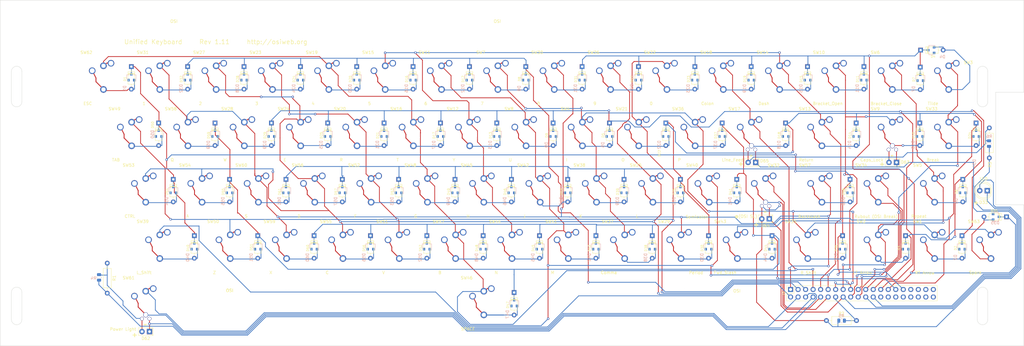
<source format=kicad_pcb>
(kicad_pcb (version 20171130) (host pcbnew "(5.1.6-0-10_14)")
  (title_block (title "Classic Retro Keyboard") (date 2020-08-17) (rev 1.11) (company OSIWeb.org))
  (layers (0 F.Cu signal) (31 B.Cu signal) (34 B.Paste user hide) (35 F.Paste user hide) (36 B.SilkS user) (37 F.SilkS user) (38 B.Mask user) (39 F.Mask user) (44 Edge.Cuts user))
  (net 0 "")
  (net 1 /Row3)
  (net 2 /Row0)
  (net 3 /Row1)
  (net 4 "Net-(D5-Pad2)")
  (net 5 "Net-(D7-Pad2)")
  (net 6 "Net-(D8-Pad2)")
  (net 7 "Net-(D9-Pad2)")
  (net 8 "Net-(D10-Pad2)")
  (net 9 "Net-(D11-Pad2)")
  (net 10 "Net-(D12-Pad2)")
  (net 11 "Net-(D13-Pad2)")
  (net 12 "Net-(D14-Pad2)")
  (net 13 "Net-(D15-Pad2)")
  (net 14 "Net-(D16-Pad2)")
  (net 15 "Net-(D18-Pad2)")
  (net 16 "Net-(D19-Pad2)")
  (net 17 "Net-(D20-Pad2)")
  (net 18 "Net-(D22-Pad2)")
  (net 19 "Net-(D23-Pad2)")
  (net 20 "Net-(D24-Pad2)")
  (net 21 "Net-(D25-Pad2)")
  (net 22 "Net-(D26-Pad2)")
  (net 23 "Net-(D27-Pad2)")
  (net 24 "Net-(D28-Pad2)")
  (net 25 "Net-(D29-Pad2)")
  (net 26 "Net-(D30-Pad2)")
  (net 27 "Net-(D31-Pad2)")
  (net 28 "Net-(D32-Pad2)")
  (net 29 "Net-(D34-Pad2)")
  (net 30 "Net-(D36-Pad2)")
  (net 31 /Row4)
  (net 32 /Row5)
  (net 33 /Row7)
  (net 34 "Net-(D41-Pad2)")
  (net 35 "Net-(D42-Pad2)")
  (net 36 "Net-(D43-Pad2)")
  (net 37 "Net-(D45-Pad2)")
  (net 38 "Net-(D46-Pad2)")
  (net 39 "Net-(D47-Pad2)")
  (net 40 "Net-(D48-Pad2)")
  (net 41 "Net-(D49-Pad2)")
  (net 42 "Net-(D50-Pad2)")
  (net 43 "Net-(D51-Pad2)")
  (net 44 "Net-(D52-Pad2)")
  (net 45 "Net-(D53-Pad2)")
  (net 46 "Net-(D54-Pad2)")
  (net 47 "Net-(D55-Pad2)")
  (net 48 "Net-(D56-Pad2)")
  (net 49 "Net-(D57-Pad2)")
  (net 50 "Net-(D58-Pad2)")
  (net 51 "Net-(D59-Pad2)")
  (net 52 "Net-(D60-Pad2)")
  (net 53 "Net-(D61-Pad2)")
  (net 54 /Col0)
  (net 55 /Col1)
  (net 56 /Col2)
  (net 57 /Col3)
  (net 58 /Col4)
  (net 59 /Col5)
  (net 60 /Col6)
  (net 61 /Col7)
  (net 62 /Row6)
  (net 63 /Row2)
  (net 64 "Net-(J1-Pad40)")
  (net 65 "Net-(J1-Pad39)")
  (net 66 "Net-(J1-Pad38)")
  (net 67 "Net-(J1-Pad37)")
  (net 68 "Net-(J1-Pad36)")
  (net 69 "Net-(J1-Pad35)")
  (net 70 "Net-(J1-Pad34)")
  (net 71 "Net-(J1-Pad33)")
  (net 72 "Net-(D2-Pad2)")
  (net 73 "Net-(D3-Pad2)")
  (net 74 "Net-(D4-Pad2)")
  (net 75 "Net-(D6-Pad2)")
  (net 76 "Net-(D17-Pad2)")
  (net 77 "Net-(D21-Pad2)")
  (net 78 "Net-(D37-Pad2)")
  (net 79 "Net-(D38-Pad2)")
  (net 80 "Net-(D39-Pad2)")
  (net 81 "Net-(D40-Pad2)")
  (net 82 "Net-(D44-Pad2)")
  (net 83 "Net-(J1-Pad6)")
  (net 84 "Net-(J1-Pad10)")
  (net 85 "Net-(J1-Pad12)")
  (net 86 "Net-(J1-Pad18)")
  (net 87 "Net-(J1-Pad20)")
  (net 88 "Net-(J1-Pad26)")
  (net 89 "Net-(J1-Pad28)")
  (net 90 "Net-(J1-Pad30)")
  (net 91 "Net-(J1-Pad32)")
  (net 92 "Net-(J1-Pad2)")
  (net 93 "Net-(J1-Pad4)")
  (net 94 "Net-(D1-Pad2)")
  (net 95 "Net-(D35-Pad2)")
  (net 96 "Net-(D33-Pad2)")
  (net 97 "Net-(D33-Pad1)")
  (net 98 "Net-(J1-Pad22)")
  (net 99 "Net-(J1-Pad14)")
  (net 100 "Net-(D62-Pad2)")
  (net 101 "Net-(D62-Pad1)")
  (net 102 "Net-(D63-Pad2)")
  (net 103 "Net-(D63-Pad1)")
  (module unikbd:diode-combined (layer B.Cu) (at 207.40878 165.88486 270)
    (fp_text reference D47 (at 3.81 2.247 270) (layer B.SilkS) (effects (justify mirror)))
    (fp_text value 1N4148)
    (fp_poly (pts (xy -1.2192 0.0762) (xy -3.048 0.0762) (xy -3.048 -0.0762) (xy -1.2192 -0.0762)) (layer B.Cu) (width 0.1))
    (fp_poly (pts (xy 4.1656 -0.5334) (xy 4.0132 -0.5334) (xy 4.0132 -0.9906) (xy 1.2192 -0.9906) (xy 1.2192 -1.143) (xy 4.1656 -1.143)) (layer B.Cu) (width 0.1))
    (fp_text user %R (at 0.635 2.159 270) (layer F.SilkS) (effects (font (size 0.8 0.8) (thickness 0.12))))
    (pad 2 thru_hole oval (at 4.064 0 270) (size 1.6 1.6) (drill 0.8) (layers *.Cu *.Mask) (net 39 "Net-(D47-Pad2)"))
    (pad 1 thru_hole rect (at -3.556 0 270) (size 1.6 1.6) (drill 0.8) (layers *.Cu *.Mask) (net 3 /Row1))
    (pad 4 smd rect (at -1 0 90) (size 0.9 0.8) (layers B.Cu B.Paste B.Mask))
    (pad "" smd rect (at 1 0.95 90) (size 0.9 0.8) (layers B.Cu B.Paste B.Mask))
    (pad 3 smd rect (at 1 -0.95 90) (size 0.9 0.8) (layers B.Cu B.Paste B.Mask))
  )
  (module unikbd:diode-combined (layer B.Cu) (at 87.24138 108.58246 270)
    (fp_text reference D50 (at 0.254 2.12 90) (layer B.SilkS) (effects (justify mirror)))
    (fp_text value 1N4148)
    (fp_poly (pts (xy -1.2192 0.0762) (xy -3.048 0.0762) (xy -3.048 -0.0762) (xy -1.2192 -0.0762)) (layer B.Cu) (width 0.1))
    (fp_poly (pts (xy 4.1656 -0.5334) (xy 4.0132 -0.5334) (xy 4.0132 -0.9906) (xy 1.2192 -0.9906) (xy 1.2192 -1.143) (xy 4.1656 -1.143)) (layer B.Cu) (width 0.1))
    (fp_text user %R (at -2.921 2.032 90) (layer F.SilkS) (effects (font (size 0.8 0.8) (thickness 0.12))))
    (pad 2 thru_hole oval (at 4.064 0 270) (size 1.6 1.6) (drill 0.8) (layers *.Cu *.Mask) (net 42 "Net-(D50-Pad2)"))
    (pad 1 thru_hole rect (at -3.556 0 270) (size 1.6 1.6) (drill 0.8) (layers *.Cu *.Mask) (net 2 /Row0))
    (pad 4 smd rect (at -1 0 90) (size 0.9 0.8) (layers B.Cu B.Paste B.Mask))
    (pad "" smd rect (at 1 0.95 90) (size 0.9 0.8) (layers B.Cu B.Paste B.Mask))
    (pad 3 smd rect (at 1 -0.95 90) (size 0.9 0.8) (layers B.Cu B.Paste B.Mask))
  )
  (module unikbd:diode-combined (layer B.Cu) (at 318.44488 146.68246 270)
    (fp_text reference D36 (at 3.81 2.247 270) (layer B.SilkS) (effects (justify mirror)))
    (fp_text value 1N4148)
    (fp_poly (pts (xy -1.2192 0.0762) (xy -3.048 0.0762) (xy -3.048 -0.0762) (xy -1.2192 -0.0762)) (layer B.Cu) (width 0.1))
    (fp_poly (pts (xy 4.1656 -0.5334) (xy 4.0132 -0.5334) (xy 4.0132 -0.9906) (xy 1.2192 -0.9906) (xy 1.2192 -1.143) (xy 4.1656 -1.143)) (layer B.Cu) (width 0.1))
    (fp_text user %R (at 0.635 2.159 270) (layer F.SilkS) (effects (font (size 0.8 0.8) (thickness 0.12))))
    (pad 2 thru_hole oval (at 4.064 0 270) (size 1.6 1.6) (drill 0.8) (layers *.Cu *.Mask) (net 30 "Net-(D36-Pad2)"))
    (pad 1 thru_hole rect (at -3.556 0 270) (size 1.6 1.6) (drill 0.8) (layers *.Cu *.Mask) (net 2 /Row0))
    (pad 4 smd rect (at -1 0 90) (size 0.9 0.8) (layers B.Cu B.Paste B.Mask))
    (pad "" smd rect (at 1 0.95 90) (size 0.9 0.8) (layers B.Cu B.Paste B.Mask))
    (pad 3 smd rect (at 1 -0.95 90) (size 0.9 0.8) (layers B.Cu B.Paste B.Mask))
  )
  (module unikbd:diode-combined (layer B.Cu) (at 273.14398 146.68246 270)
    (fp_text reference D30 (at 3.81 2.247 270) (layer B.SilkS) (effects (justify mirror)))
    (fp_text value 1N4148)
    (fp_poly (pts (xy -1.2192 0.0762) (xy -3.048 0.0762) (xy -3.048 -0.0762) (xy -1.2192 -0.0762)) (layer B.Cu) (width 0.1))
    (fp_poly (pts (xy 4.1656 -0.5334) (xy 4.0132 -0.5334) (xy 4.0132 -0.9906) (xy 1.2192 -0.9906) (xy 1.2192 -1.143) (xy 4.1656 -1.143)) (layer B.Cu) (width 0.1))
    (fp_text user %R (at 0.635 2.159 270) (layer F.SilkS) (effects (font (size 0.8 0.8) (thickness 0.12))))
    (pad 2 thru_hole oval (at 4.064 0 270) (size 1.6 1.6) (drill 0.8) (layers *.Cu *.Mask) (net 26 "Net-(D30-Pad2)"))
    (pad 1 thru_hole rect (at -3.556 0 270) (size 1.6 1.6) (drill 0.8) (layers *.Cu *.Mask) (net 32 /Row5))
    (pad 4 smd rect (at -1 0 90) (size 0.9 0.8) (layers B.Cu B.Paste B.Mask))
    (pad "" smd rect (at 1 0.95 90) (size 0.9 0.8) (layers B.Cu B.Paste B.Mask))
    (pad 3 smd rect (at 1 -0.95 90) (size 0.9 0.8) (layers B.Cu B.Paste B.Mask))
  )
  (module unikbd:diode-combined (layer B.Cu) (at 299.19168 108.58246 270)
    (fp_text reference D18 (at 3.81 2.247 270) (layer B.SilkS) (effects (justify mirror)))
    (fp_text value 1N4148)
    (fp_poly (pts (xy -1.2192 0.0762) (xy -3.048 0.0762) (xy -3.048 -0.0762) (xy -1.2192 -0.0762)) (layer B.Cu) (width 0.1))
    (fp_poly (pts (xy 4.1656 -0.5334) (xy 4.0132 -0.5334) (xy 4.0132 -0.9906) (xy 1.2192 -0.9906) (xy 1.2192 -1.143) (xy 4.1656 -1.143)) (layer B.Cu) (width 0.1))
    (fp_text user %R (at 0.635 2.159 270) (layer F.SilkS) (effects (font (size 0.8 0.8) (thickness 0.12))))
    (pad 2 thru_hole oval (at 4.064 0 270) (size 1.6 1.6) (drill 0.8) (layers *.Cu *.Mask) (net 15 "Net-(D18-Pad2)"))
    (pad 1 thru_hole rect (at -3.556 0 270) (size 1.6 1.6) (drill 0.8) (layers *.Cu *.Mask) (net 32 /Row5))
    (pad 4 smd rect (at -1 0 90) (size 0.9 0.8) (layers B.Cu B.Paste B.Mask))
    (pad "" smd rect (at 1 0.95 90) (size 0.9 0.8) (layers B.Cu B.Paste B.Mask))
    (pad 3 smd rect (at 1 -0.95 90) (size 0.9 0.8) (layers B.Cu B.Paste B.Mask))
  )
  (module unikbd:diode-combined (layer B.Cu) (at 370.3193 136.7536 180)
    (fp_text reference D35 (at 0.2794 -1.9812) (layer B.SilkS) (effects (justify mirror)))
    (fp_text value 1N4148 hide)
    (fp_poly (pts (xy -1.2192 0.0762) (xy -3.048 0.0762) (xy -3.048 -0.0762) (xy -1.2192 -0.0762)) (layer B.Cu) (width 0.1))
    (fp_poly (pts (xy 4.1656 -0.5334) (xy 4.0132 -0.5334) (xy 4.0132 -0.9906) (xy 1.2192 -0.9906) (xy 1.2192 -1.143) (xy 4.1656 -1.143)) (layer B.Cu) (width 0.1))
    (fp_text user %R (at 0.635 1.9812) (layer F.SilkS) (effects (font (size 0.8 0.8) (thickness 0.12))))
    (pad 2 thru_hole oval (at 4.064 0 180) (size 1.6 1.6) (drill 0.8) (layers *.Cu *.Mask) (net 95 "Net-(D35-Pad2)"))
    (pad 1 thru_hole rect (at -3.556 0 180) (size 1.6 1.6) (drill 0.8) (layers *.Cu *.Mask) (net 1 /Row3))
    (pad 4 smd rect (at -1 0) (size 0.9 0.8) (layers B.Cu B.Paste B.Mask))
    (pad "" smd rect (at 1 0.95) (size 0.9 0.8) (layers B.Cu B.Paste B.Mask))
    (pad 3 smd rect (at 1 -0.95) (size 0.9 0.8) (layers B.Cu B.Paste B.Mask))
  )
  (module unikbd:diode-combined (layer B.Cu) (at 77.99578 89.53246 270)
    (fp_text reference D1 (at 3.81 2.247 270) (layer B.SilkS) (effects (justify mirror)))
    (fp_text value 1N4148)
    (fp_poly (pts (xy -1.2192 0.0762) (xy -3.048 0.0762) (xy -3.048 -0.0762) (xy -1.2192 -0.0762)) (layer B.Cu) (width 0.1))
    (fp_poly (pts (xy 4.1656 -0.5334) (xy 4.0132 -0.5334) (xy 4.0132 -0.9906) (xy 1.2192 -0.9906) (xy 1.2192 -1.143) (xy 4.1656 -1.143)) (layer B.Cu) (width 0.1))
    (fp_text user %R (at 0.635 2.159 270) (layer F.SilkS) (effects (font (size 0.8 0.8) (thickness 0.12))))
    (pad 2 thru_hole oval (at 4.064 0 270) (size 1.6 1.6) (drill 0.8) (layers *.Cu *.Mask) (net 94 "Net-(D1-Pad2)"))
    (pad 1 thru_hole rect (at -3.556 0 270) (size 1.6 1.6) (drill 0.8) (layers *.Cu *.Mask) (net 2 /Row0))
    (pad 4 smd rect (at -1 0 90) (size 0.9 0.8) (layers B.Cu B.Paste B.Mask))
    (pad "" smd rect (at 1 0.95 90) (size 0.9 0.8) (layers B.Cu B.Paste B.Mask))
    (pad 3 smd rect (at 1 -0.95 90) (size 0.9 0.8) (layers B.Cu B.Paste B.Mask))
  )
  (module unikbd:diode-combined (layer B.Cu) (at 344.53322 108.58246 270)
    (fp_text reference D10 (at 3.81 2.247 270) (layer B.SilkS) (effects (justify mirror)))
    (fp_text value 1N4148)
    (fp_poly (pts (xy -1.2192 0.0762) (xy -3.048 0.0762) (xy -3.048 -0.0762) (xy -1.2192 -0.0762)) (layer B.Cu) (width 0.1))
    (fp_poly (pts (xy 4.1656 -0.5334) (xy 4.0132 -0.5334) (xy 4.0132 -0.9906) (xy 1.2192 -0.9906) (xy 1.2192 -1.143) (xy 4.1656 -1.143)) (layer B.Cu) (width 0.1))
    (fp_text user %R (at 0.635 2.159 270) (layer F.SilkS) (effects (font (size 0.8 0.8) (thickness 0.12))))
    (pad 2 thru_hole oval (at 4.064 0 270) (size 1.6 1.6) (drill 0.8) (layers *.Cu *.Mask) (net 8 "Net-(D10-Pad2)"))
    (pad 1 thru_hole rect (at -3.556 0 270) (size 1.6 1.6) (drill 0.8) (layers *.Cu *.Mask) (net 32 /Row5))
    (pad 4 smd rect (at -1 0 90) (size 0.9 0.8) (layers B.Cu B.Paste B.Mask))
    (pad "" smd rect (at 1 0.95 90) (size 0.9 0.8) (layers B.Cu B.Paste B.Mask))
    (pad 3 smd rect (at 1 -0.95 90) (size 0.9 0.8) (layers B.Cu B.Paste B.Mask))
  )
  (module unikbd:diode-combined (layer B.Cu) (at 325.64578 89.53246 270)
    (fp_text reference D11 (at 3.81 2.247 270) (layer B.SilkS) (effects (justify mirror)))
    (fp_text value 1N4148)
    (fp_poly (pts (xy -1.2192 0.0762) (xy -3.048 0.0762) (xy -3.048 -0.0762) (xy -1.2192 -0.0762)) (layer B.Cu) (width 0.1))
    (fp_poly (pts (xy 4.1656 -0.5334) (xy 4.0132 -0.5334) (xy 4.0132 -0.9906) (xy 1.2192 -0.9906) (xy 1.2192 -1.143) (xy 4.1656 -1.143)) (layer B.Cu) (width 0.1))
    (fp_text user %R (at 0.635 2.159 270) (layer F.SilkS) (effects (font (size 0.8 0.8) (thickness 0.12))))
    (pad 2 thru_hole oval (at 4.064 0 270) (size 1.6 1.6) (drill 0.8) (layers *.Cu *.Mask) (net 9 "Net-(D11-Pad2)"))
    (pad 1 thru_hole rect (at -3.556 0 270) (size 1.6 1.6) (drill 0.8) (layers *.Cu *.Mask) (net 62 /Row6))
    (pad 4 smd rect (at -1 0 90) (size 0.9 0.8) (layers B.Cu B.Paste B.Mask))
    (pad "" smd rect (at 1 0.95 90) (size 0.9 0.8) (layers B.Cu B.Paste B.Mask))
    (pad 3 smd rect (at 1 -0.95 90) (size 0.9 0.8) (layers B.Cu B.Paste B.Mask))
  )
  (module unikbd:diode-combined (layer B.Cu) (at 239.64138 108.58246 270)
    (fp_text reference D5 (at 3.81 2.247 270) (layer B.SilkS) (effects (justify mirror)))
    (fp_text value 1N4148)
    (fp_poly (pts (xy -1.2192 0.0762) (xy -3.048 0.0762) (xy -3.048 -0.0762) (xy -1.2192 -0.0762)) (layer B.Cu) (width 0.1))
    (fp_poly (pts (xy 4.1656 -0.5334) (xy 4.0132 -0.5334) (xy 4.0132 -0.9906) (xy 1.2192 -0.9906) (xy 1.2192 -1.143) (xy 4.1656 -1.143)) (layer B.Cu) (width 0.1))
    (fp_text user %R (at 0.635 2.159 270) (layer F.SilkS) (effects (font (size 0.8 0.8) (thickness 0.12))))
    (pad 2 thru_hole oval (at 4.064 0 270) (size 1.6 1.6) (drill 0.8) (layers *.Cu *.Mask) (net 4 "Net-(D5-Pad2)"))
    (pad 1 thru_hole rect (at -3.556 0 270) (size 1.6 1.6) (drill 0.8) (layers *.Cu *.Mask) (net 31 /Row4))
    (pad 4 smd rect (at -1 0 90) (size 0.9 0.8) (layers B.Cu B.Paste B.Mask))
    (pad "" smd rect (at 1 0.95 90) (size 0.9 0.8) (layers B.Cu B.Paste B.Mask))
    (pad 3 smd rect (at 1 -0.95 90) (size 0.9 0.8) (layers B.Cu B.Paste B.Mask))
  )
  (module unikbd:diode-combined (layer B.Cu) (at 363.58322 108.58246 270)
    (fp_text reference D34 (at 10.12444 0.60198 270) (layer B.SilkS) (effects (justify mirror)))
    (fp_text value 1N4148 hide)
    (fp_poly (pts (xy -1.2192 0.0762) (xy -3.048 0.0762) (xy -3.048 -0.0762) (xy -1.2192 -0.0762)) (layer B.Cu) (width 0.1))
    (fp_poly (pts (xy 4.1656 -0.5334) (xy 4.0132 -0.5334) (xy 4.0132 -0.9906) (xy 1.2192 -0.9906) (xy 1.2192 -1.143) (xy 4.1656 -1.143)) (layer B.Cu) (width 0.1))
    (fp_text user %R (at 0.635 2.159 270) (layer F.SilkS) (effects (font (size 0.8 0.8) (thickness 0.12))))
    (pad 2 thru_hole oval (at 4.064 0 270) (size 1.6 1.6) (drill 0.8) (layers *.Cu *.Mask) (net 29 "Net-(D34-Pad2)"))
    (pad 1 thru_hole rect (at -3.556 0 270) (size 1.6 1.6) (drill 0.8) (layers *.Cu *.Mask) (net 63 /Row2))
    (pad 4 smd rect (at -1 0 90) (size 0.9 0.8) (layers B.Cu B.Paste B.Mask))
    (pad "" smd rect (at 1 0.95 90) (size 0.9 0.8) (layers B.Cu B.Paste B.Mask))
    (pad 3 smd rect (at 1 -0.95 90) (size 0.9 0.8) (layers B.Cu B.Paste B.Mask))
  )
  (module unikbd:diode-combined (layer B.Cu) (at 277.74138 108.58246 270)
    (fp_text reference D37 (at 3.81 2.247 270) (layer B.SilkS) (effects (justify mirror)))
    (fp_text value 1N4148)
    (fp_poly (pts (xy -1.2192 0.0762) (xy -3.048 0.0762) (xy -3.048 -0.0762) (xy -1.2192 -0.0762)) (layer B.Cu) (width 0.1))
    (fp_poly (pts (xy 4.1656 -0.5334) (xy 4.0132 -0.5334) (xy 4.0132 -0.9906) (xy 1.2192 -0.9906) (xy 1.2192 -1.143) (xy 4.1656 -1.143)) (layer B.Cu) (width 0.1))
    (fp_text user %R (at 0.635 2.159 270) (layer F.SilkS) (effects (font (size 0.8 0.8) (thickness 0.12))))
    (pad 2 thru_hole oval (at 4.064 0 270) (size 1.6 1.6) (drill 0.8) (layers *.Cu *.Mask) (net 78 "Net-(D37-Pad2)"))
    (pad 1 thru_hole rect (at -3.556 0 270) (size 1.6 1.6) (drill 0.8) (layers *.Cu *.Mask) (net 3 /Row1))
    (pad 4 smd rect (at -1 0 90) (size 0.9 0.8) (layers B.Cu B.Paste B.Mask))
    (pad "" smd rect (at 1 0.95 90) (size 0.9 0.8) (layers B.Cu B.Paste B.Mask))
    (pad 3 smd rect (at 1 -0.95 90) (size 0.9 0.8) (layers B.Cu B.Paste B.Mask))
  )
  (module unikbd:diode-combined (layer B.Cu) (at 254.09398 146.68246 270)
    (fp_text reference D38 (at 3.81 2.247 270) (layer B.SilkS) (effects (justify mirror)))
    (fp_text value 1N4148)
    (fp_poly (pts (xy -1.2192 0.0762) (xy -3.048 0.0762) (xy -3.048 -0.0762) (xy -1.2192 -0.0762)) (layer B.Cu) (width 0.1))
    (fp_poly (pts (xy 4.1656 -0.5334) (xy 4.0132 -0.5334) (xy 4.0132 -0.9906) (xy 1.2192 -0.9906) (xy 1.2192 -1.143) (xy 4.1656 -1.143)) (layer B.Cu) (width 0.1))
    (fp_text user %R (at 0.635 2.159 270) (layer F.SilkS) (effects (font (size 0.8 0.8) (thickness 0.12))))
    (pad 2 thru_hole oval (at 4.064 0 270) (size 1.6 1.6) (drill 0.8) (layers *.Cu *.Mask) (net 79 "Net-(D38-Pad2)"))
    (pad 1 thru_hole rect (at -3.556 0 270) (size 1.6 1.6) (drill 0.8) (layers *.Cu *.Mask) (net 63 /Row2))
    (pad 4 smd rect (at -1 0 90) (size 0.9 0.8) (layers B.Cu B.Paste B.Mask))
    (pad "" smd rect (at 1 0.95 90) (size 0.9 0.8) (layers B.Cu B.Paste B.Mask))
    (pad 3 smd rect (at 1 -0.95 90) (size 0.9 0.8) (layers B.Cu B.Paste B.Mask))
  )
  (module unikbd:diode-combined (layer B.Cu) (at 244.56898 127.63246 270)
    (fp_text reference D39 (at 3.81 2.247 270) (layer B.SilkS) (effects (justify mirror)))
    (fp_text value 1N4148)
    (fp_poly (pts (xy -1.2192 0.0762) (xy -3.048 0.0762) (xy -3.048 -0.0762) (xy -1.2192 -0.0762)) (layer B.Cu) (width 0.1))
    (fp_poly (pts (xy 4.1656 -0.5334) (xy 4.0132 -0.5334) (xy 4.0132 -0.9906) (xy 1.2192 -0.9906) (xy 1.2192 -1.143) (xy 4.1656 -1.143)) (layer B.Cu) (width 0.1))
    (fp_text user %R (at 0.635 2.159 270) (layer F.SilkS) (effects (font (size 0.8 0.8) (thickness 0.12))))
    (pad 2 thru_hole oval (at 4.064 0 270) (size 1.6 1.6) (drill 0.8) (layers *.Cu *.Mask) (net 80 "Net-(D39-Pad2)"))
    (pad 1 thru_hole rect (at -3.556 0 270) (size 1.6 1.6) (drill 0.8) (layers *.Cu *.Mask) (net 1 /Row3))
    (pad 4 smd rect (at -1 0 90) (size 0.9 0.8) (layers B.Cu B.Paste B.Mask))
    (pad "" smd rect (at 1 0.95 90) (size 0.9 0.8) (layers B.Cu B.Paste B.Mask))
    (pad 3 smd rect (at 1 -0.95 90) (size 0.9 0.8) (layers B.Cu B.Paste B.Mask))
  )
  (module unikbd:diode-combined (layer B.Cu) (at 99.29368 146.68246 270)
    (fp_text reference D40 (at 3.81 2.247 270) (layer B.SilkS) (effects (justify mirror)))
    (fp_text value 1N4148)
    (fp_poly (pts (xy -1.2192 0.0762) (xy -3.048 0.0762) (xy -3.048 -0.0762) (xy -1.2192 -0.0762)) (layer B.Cu) (width 0.1))
    (fp_poly (pts (xy 4.1656 -0.5334) (xy 4.0132 -0.5334) (xy 4.0132 -0.9906) (xy 1.2192 -0.9906) (xy 1.2192 -1.143) (xy 4.1656 -1.143)) (layer B.Cu) (width 0.1))
    (fp_text user %R (at 0.635 2.159 270) (layer F.SilkS) (effects (font (size 0.8 0.8) (thickness 0.12))))
    (pad 2 thru_hole oval (at 4.064 0 270) (size 1.6 1.6) (drill 0.8) (layers *.Cu *.Mask) (net 81 "Net-(D40-Pad2)"))
    (pad 1 thru_hole rect (at -3.556 0 270) (size 1.6 1.6) (drill 0.8) (layers *.Cu *.Mask) (net 2 /Row0))
    (pad 4 smd rect (at -1 0 90) (size 0.9 0.8) (layers B.Cu B.Paste B.Mask))
    (pad "" smd rect (at 1 0.95 90) (size 0.9 0.8) (layers B.Cu B.Paste B.Mask))
    (pad 3 smd rect (at 1 -0.95 90) (size 0.9 0.8) (layers B.Cu B.Paste B.Mask))
  )
  (module unikbd:diode-combined (layer B.Cu) (at 282.66898 127.63246 270)
    (fp_text reference D41 (at 3.81 2.247 270) (layer B.SilkS) (effects (justify mirror)))
    (fp_text value 1N4148)
    (fp_poly (pts (xy -1.2192 0.0762) (xy -3.048 0.0762) (xy -3.048 -0.0762) (xy -1.2192 -0.0762)) (layer B.Cu) (width 0.1))
    (fp_poly (pts (xy 4.1656 -0.5334) (xy 4.0132 -0.5334) (xy 4.0132 -0.9906) (xy 1.2192 -0.9906) (xy 1.2192 -1.143) (xy 4.1656 -1.143)) (layer B.Cu) (width 0.1))
    (fp_text user %R (at 0.635 2.159 270) (layer F.SilkS) (effects (font (size 0.8 0.8) (thickness 0.12))))
    (pad 2 thru_hole oval (at 4.064 0 270) (size 1.6 1.6) (drill 0.8) (layers *.Cu *.Mask) (net 34 "Net-(D41-Pad2)"))
    (pad 1 thru_hole rect (at -3.556 0 270) (size 1.6 1.6) (drill 0.8) (layers *.Cu *.Mask) (net 3 /Row1))
    (pad 4 smd rect (at -1 0 90) (size 0.9 0.8) (layers B.Cu B.Paste B.Mask))
    (pad "" smd rect (at 1 0.95 90) (size 0.9 0.8) (layers B.Cu B.Paste B.Mask))
    (pad 3 smd rect (at 1 -0.95 90) (size 0.9 0.8) (layers B.Cu B.Paste B.Mask))
  )
  (module unikbd:diode-combined (layer B.Cu) (at 235.04398 146.68246 270)
    (fp_text reference D42 (at 3.81 2.247 270) (layer B.SilkS) (effects (justify mirror)))
    (fp_text value 1N4148)
    (fp_poly (pts (xy -1.2192 0.0762) (xy -3.048 0.0762) (xy -3.048 -0.0762) (xy -1.2192 -0.0762)) (layer B.Cu) (width 0.1))
    (fp_poly (pts (xy 4.1656 -0.5334) (xy 4.0132 -0.5334) (xy 4.0132 -0.9906) (xy 1.2192 -0.9906) (xy 1.2192 -1.143) (xy 4.1656 -1.143)) (layer B.Cu) (width 0.1))
    (fp_text user %R (at 0.635 2.159 270) (layer F.SilkS) (effects (font (size 0.8 0.8) (thickness 0.12))))
    (pad 2 thru_hole oval (at 4.064 0 270) (size 1.6 1.6) (drill 0.8) (layers *.Cu *.Mask) (net 35 "Net-(D42-Pad2)"))
    (pad 1 thru_hole rect (at -3.556 0 270) (size 1.6 1.6) (drill 0.8) (layers *.Cu *.Mask) (net 63 /Row2))
    (pad 4 smd rect (at -1 0 90) (size 0.9 0.8) (layers B.Cu B.Paste B.Mask))
    (pad "" smd rect (at 1 0.95 90) (size 0.9 0.8) (layers B.Cu B.Paste B.Mask))
    (pad 3 smd rect (at 1 -0.95 90) (size 0.9 0.8) (layers B.Cu B.Paste B.Mask))
  )
  (module unikbd:diode-combined (layer B.Cu) (at 225.51898 127.63246 270)
    (fp_text reference D43 (at 3.81 2.247 270) (layer B.SilkS) (effects (justify mirror)))
    (fp_text value 1N4148)
    (fp_poly (pts (xy -1.2192 0.0762) (xy -3.048 0.0762) (xy -3.048 -0.0762) (xy -1.2192 -0.0762)) (layer B.Cu) (width 0.1))
    (fp_poly (pts (xy 4.1656 -0.5334) (xy 4.0132 -0.5334) (xy 4.0132 -0.9906) (xy 1.2192 -0.9906) (xy 1.2192 -1.143) (xy 4.1656 -1.143)) (layer B.Cu) (width 0.1))
    (fp_text user %R (at 0.635 2.159 270) (layer F.SilkS) (effects (font (size 0.8 0.8) (thickness 0.12))))
    (pad 2 thru_hole oval (at 4.064 0 270) (size 1.6 1.6) (drill 0.8) (layers *.Cu *.Mask) (net 36 "Net-(D43-Pad2)"))
    (pad 1 thru_hole rect (at -3.556 0 270) (size 1.6 1.6) (drill 0.8) (layers *.Cu *.Mask) (net 1 /Row3))
    (pad 4 smd rect (at -1 0 90) (size 0.9 0.8) (layers B.Cu B.Paste B.Mask))
    (pad "" smd rect (at 1 0.95 90) (size 0.9 0.8) (layers B.Cu B.Paste B.Mask))
    (pad 3 smd rect (at 1 -0.95 90) (size 0.9 0.8) (layers B.Cu B.Paste B.Mask))
  )
  (module unikbd:diode-combined (layer B.Cu) (at 294.59428 146.68246 270)
    (fp_text reference D44 (at 3.81 2.247 270) (layer B.SilkS) (effects (justify mirror)))
    (fp_text value 1N4148)
    (fp_poly (pts (xy -1.2192 0.0762) (xy -3.048 0.0762) (xy -3.048 -0.0762) (xy -1.2192 -0.0762)) (layer B.Cu) (width 0.1))
    (fp_poly (pts (xy 4.1656 -0.5334) (xy 4.0132 -0.5334) (xy 4.0132 -0.9906) (xy 1.2192 -0.9906) (xy 1.2192 -1.143) (xy 4.1656 -1.143)) (layer B.Cu) (width 0.1))
    (fp_text user %R (at 0.635 2.159 270) (layer F.SilkS) (effects (font (size 0.8 0.8) (thickness 0.12))))
    (pad 2 thru_hole oval (at 4.064 0 270) (size 1.6 1.6) (drill 0.8) (layers *.Cu *.Mask) (net 82 "Net-(D44-Pad2)"))
    (pad 1 thru_hole rect (at -3.556 0 270) (size 1.6 1.6) (drill 0.8) (layers *.Cu *.Mask) (net 3 /Row1))
    (pad 4 smd rect (at -1 0 90) (size 0.9 0.8) (layers B.Cu B.Paste B.Mask))
    (pad "" smd rect (at 1 0.95 90) (size 0.9 0.8) (layers B.Cu B.Paste B.Mask))
    (pad 3 smd rect (at 1 -0.95 90) (size 0.9 0.8) (layers B.Cu B.Paste B.Mask))
  )
  (module unikbd:diode-combined (layer B.Cu) (at 215.99398 146.68246 270)
    (fp_text reference D45 (at 3.81 2.247 270) (layer B.SilkS) (effects (justify mirror)))
    (fp_text value 1N4148)
    (fp_poly (pts (xy -1.2192 0.0762) (xy -3.048 0.0762) (xy -3.048 -0.0762) (xy -1.2192 -0.0762)) (layer B.Cu) (width 0.1))
    (fp_poly (pts (xy 4.1656 -0.5334) (xy 4.0132 -0.5334) (xy 4.0132 -0.9906) (xy 1.2192 -0.9906) (xy 1.2192 -1.143) (xy 4.1656 -1.143)) (layer B.Cu) (width 0.1))
    (fp_text user %R (at 0.635 2.159 270) (layer F.SilkS) (effects (font (size 0.8 0.8) (thickness 0.12))))
    (pad 2 thru_hole oval (at 4.064 0 270) (size 1.6 1.6) (drill 0.8) (layers *.Cu *.Mask) (net 37 "Net-(D45-Pad2)"))
    (pad 1 thru_hole rect (at -3.556 0 270) (size 1.6 1.6) (drill 0.8) (layers *.Cu *.Mask) (net 63 /Row2))
    (pad 4 smd rect (at -1 0 90) (size 0.9 0.8) (layers B.Cu B.Paste B.Mask))
    (pad "" smd rect (at 1 0.95 90) (size 0.9 0.8) (layers B.Cu B.Paste B.Mask))
    (pad 3 smd rect (at 1 -0.95 90) (size 0.9 0.8) (layers B.Cu B.Paste B.Mask))
  )
  (module unikbd:diode-combined (layer B.Cu) (at 206.46898 127.63246 270)
    (fp_text reference D46 (at 3.81 2.247 270) (layer B.SilkS) (effects (justify mirror)))
    (fp_text value 1N4148)
    (fp_poly (pts (xy -1.2192 0.0762) (xy -3.048 0.0762) (xy -3.048 -0.0762) (xy -1.2192 -0.0762)) (layer B.Cu) (width 0.1))
    (fp_poly (pts (xy 4.1656 -0.5334) (xy 4.0132 -0.5334) (xy 4.0132 -0.9906) (xy 1.2192 -0.9906) (xy 1.2192 -1.143) (xy 4.1656 -1.143)) (layer B.Cu) (width 0.1))
    (fp_text user %R (at 0.635 2.159 270) (layer F.SilkS) (effects (font (size 0.8 0.8) (thickness 0.12))))
    (pad 2 thru_hole oval (at 4.064 0 270) (size 1.6 1.6) (drill 0.8) (layers *.Cu *.Mask) (net 38 "Net-(D46-Pad2)"))
    (pad 1 thru_hole rect (at -3.556 0 270) (size 1.6 1.6) (drill 0.8) (layers *.Cu *.Mask) (net 1 /Row3))
    (pad 4 smd rect (at -1 0 90) (size 0.9 0.8) (layers B.Cu B.Paste B.Mask))
    (pad "" smd rect (at 1 0.95 90) (size 0.9 0.8) (layers B.Cu B.Paste B.Mask))
    (pad 3 smd rect (at 1 -0.95 90) (size 0.9 0.8) (layers B.Cu B.Paste B.Mask))
  )
  (module unikbd:diode-combined (layer B.Cu) (at 196.94398 146.68246 270)
    (fp_text reference D48 (at 3.81 2.247 270) (layer B.SilkS) (effects (justify mirror)))
    (fp_text value 1N4148)
    (fp_poly (pts (xy -1.2192 0.0762) (xy -3.048 0.0762) (xy -3.048 -0.0762) (xy -1.2192 -0.0762)) (layer B.Cu) (width 0.1))
    (fp_poly (pts (xy 4.1656 -0.5334) (xy 4.0132 -0.5334) (xy 4.0132 -0.9906) (xy 1.2192 -0.9906) (xy 1.2192 -1.143) (xy 4.1656 -1.143)) (layer B.Cu) (width 0.1))
    (fp_text user %R (at 0.635 2.159 270) (layer F.SilkS) (effects (font (size 0.8 0.8) (thickness 0.12))))
    (pad 2 thru_hole oval (at 4.064 0 270) (size 1.6 1.6) (drill 0.8) (layers *.Cu *.Mask) (net 40 "Net-(D48-Pad2)"))
    (pad 1 thru_hole rect (at -3.556 0 270) (size 1.6 1.6) (drill 0.8) (layers *.Cu *.Mask) (net 63 /Row2))
    (pad 4 smd rect (at -1 0 90) (size 0.9 0.8) (layers B.Cu B.Paste B.Mask))
    (pad "" smd rect (at 1 0.95 90) (size 0.9 0.8) (layers B.Cu B.Paste B.Mask))
    (pad 3 smd rect (at 1 -0.95 90) (size 0.9 0.8) (layers B.Cu B.Paste B.Mask))
  )
  (module unikbd:diode-combined (layer B.Cu) (at 187.41898 127.63246 270)
    (fp_text reference D49 (at 3.81 2.247 270) (layer B.SilkS) (effects (justify mirror)))
    (fp_text value 1N4148)
    (fp_poly (pts (xy -1.2192 0.0762) (xy -3.048 0.0762) (xy -3.048 -0.0762) (xy -1.2192 -0.0762)) (layer B.Cu) (width 0.1))
    (fp_poly (pts (xy 4.1656 -0.5334) (xy 4.0132 -0.5334) (xy 4.0132 -0.9906) (xy 1.2192 -0.9906) (xy 1.2192 -1.143) (xy 4.1656 -1.143)) (layer B.Cu) (width 0.1))
    (fp_text user %R (at 0.635 2.159 270) (layer F.SilkS) (effects (font (size 0.8 0.8) (thickness 0.12))))
    (pad 2 thru_hole oval (at 4.064 0 270) (size 1.6 1.6) (drill 0.8) (layers *.Cu *.Mask) (net 41 "Net-(D49-Pad2)"))
    (pad 1 thru_hole rect (at -3.556 0 270) (size 1.6 1.6) (drill 0.8) (layers *.Cu *.Mask) (net 1 /Row3))
    (pad 4 smd rect (at -1 0 90) (size 0.9 0.8) (layers B.Cu B.Paste B.Mask))
    (pad "" smd rect (at 1 0.95 90) (size 0.9 0.8) (layers B.Cu B.Paste B.Mask))
    (pad 3 smd rect (at 1 -0.95 90) (size 0.9 0.8) (layers B.Cu B.Paste B.Mask))
  )
  (module unikbd:diode-combined (layer B.Cu) (at 120.74398 146.68246 270)
    (fp_text reference D51 (at 3.81 2.247 270) (layer B.SilkS) (effects (justify mirror)))
    (fp_text value 1N4148)
    (fp_poly (pts (xy -1.2192 0.0762) (xy -3.048 0.0762) (xy -3.048 -0.0762) (xy -1.2192 -0.0762)) (layer B.Cu) (width 0.1))
    (fp_poly (pts (xy 4.1656 -0.5334) (xy 4.0132 -0.5334) (xy 4.0132 -0.9906) (xy 1.2192 -0.9906) (xy 1.2192 -1.143) (xy 4.1656 -1.143)) (layer B.Cu) (width 0.1))
    (fp_text user %R (at 0.34544 2.19202 270) (layer F.SilkS) (effects (font (size 0.8 0.8) (thickness 0.12))))
    (pad 2 thru_hole oval (at 4.064 0 270) (size 1.6 1.6) (drill 0.8) (layers *.Cu *.Mask) (net 43 "Net-(D51-Pad2)"))
    (pad 1 thru_hole rect (at -3.556 0 270) (size 1.6 1.6) (drill 0.8) (layers *.Cu *.Mask) (net 3 /Row1))
    (pad 4 smd rect (at -1 0 90) (size 0.9 0.8) (layers B.Cu B.Paste B.Mask))
    (pad "" smd rect (at 1 0.95 90) (size 0.9 0.8) (layers B.Cu B.Paste B.Mask))
    (pad 3 smd rect (at 1 -0.95 90) (size 0.9 0.8) (layers B.Cu B.Paste B.Mask))
  )
  (module unikbd:diode-combined (layer B.Cu) (at 177.89398 146.68246 270)
    (fp_text reference D52 (at 3.81 2.247 270) (layer B.SilkS) (effects (justify mirror)))
    (fp_text value 1N4148)
    (fp_poly (pts (xy -1.2192 0.0762) (xy -3.048 0.0762) (xy -3.048 -0.0762) (xy -1.2192 -0.0762)) (layer B.Cu) (width 0.1))
    (fp_poly (pts (xy 4.1656 -0.5334) (xy 4.0132 -0.5334) (xy 4.0132 -0.9906) (xy 1.2192 -0.9906) (xy 1.2192 -1.143) (xy 4.1656 -1.143)) (layer B.Cu) (width 0.1))
    (fp_text user %R (at 0.635 2.159 270) (layer F.SilkS) (effects (font (size 0.8 0.8) (thickness 0.12))))
    (pad 2 thru_hole oval (at 4.064 0 270) (size 1.6 1.6) (drill 0.8) (layers *.Cu *.Mask) (net 44 "Net-(D52-Pad2)"))
    (pad 1 thru_hole rect (at -3.556 0 270) (size 1.6 1.6) (drill 0.8) (layers *.Cu *.Mask) (net 63 /Row2))
    (pad 4 smd rect (at -1 0 90) (size 0.9 0.8) (layers B.Cu B.Paste B.Mask))
    (pad "" smd rect (at 1 0.95 90) (size 0.9 0.8) (layers B.Cu B.Paste B.Mask))
    (pad 3 smd rect (at 1 -0.95 90) (size 0.9 0.8) (layers B.Cu B.Paste B.Mask))
  )
  (module unikbd:diode-combined (layer B.Cu) (at 168.36898 127.63246 270)
    (fp_text reference D53 (at 3.81 2.247 270) (layer B.SilkS) (effects (justify mirror)))
    (fp_text value 1N4148)
    (fp_poly (pts (xy -1.2192 0.0762) (xy -3.048 0.0762) (xy -3.048 -0.0762) (xy -1.2192 -0.0762)) (layer B.Cu) (width 0.1))
    (fp_poly (pts (xy 4.1656 -0.5334) (xy 4.0132 -0.5334) (xy 4.0132 -0.9906) (xy 1.2192 -0.9906) (xy 1.2192 -1.143) (xy 4.1656 -1.143)) (layer B.Cu) (width 0.1))
    (fp_text user %R (at 0.635 2.159 270) (layer F.SilkS) (effects (font (size 0.8 0.8) (thickness 0.12))))
    (pad 2 thru_hole oval (at 4.064 0 270) (size 1.6 1.6) (drill 0.8) (layers *.Cu *.Mask) (net 45 "Net-(D53-Pad2)"))
    (pad 1 thru_hole rect (at -3.556 0 270) (size 1.6 1.6) (drill 0.8) (layers *.Cu *.Mask) (net 1 /Row3))
    (pad 4 smd rect (at -1 0 90) (size 0.9 0.8) (layers B.Cu B.Paste B.Mask))
    (pad "" smd rect (at 1 0.95 90) (size 0.9 0.8) (layers B.Cu B.Paste B.Mask))
    (pad 3 smd rect (at 1 -0.95 90) (size 0.9 0.8) (layers B.Cu B.Paste B.Mask))
  )
  (module unikbd:diode-combined (layer B.Cu) (at 92.16898 127.63246 270)
    (fp_text reference D54 (at 3.81 2.247 270) (layer B.SilkS) (effects (justify mirror)))
    (fp_text value 1N4148)
    (fp_poly (pts (xy -1.2192 0.0762) (xy -3.048 0.0762) (xy -3.048 -0.0762) (xy -1.2192 -0.0762)) (layer B.Cu) (width 0.1))
    (fp_poly (pts (xy 4.1656 -0.5334) (xy 4.0132 -0.5334) (xy 4.0132 -0.9906) (xy 1.2192 -0.9906) (xy 1.2192 -1.143) (xy 4.1656 -1.143)) (layer B.Cu) (width 0.1))
    (fp_text user %R (at 0.635 2.159 270) (layer F.SilkS) (effects (font (size 0.8 0.8) (thickness 0.12))))
    (pad 2 thru_hole oval (at 4.064 0 270) (size 1.6 1.6) (drill 0.8) (layers *.Cu *.Mask) (net 46 "Net-(D54-Pad2)"))
    (pad 1 thru_hole rect (at -3.556 0 270) (size 1.6 1.6) (drill 0.8) (layers *.Cu *.Mask) (net 2 /Row0))
    (pad 4 smd rect (at -1 0 90) (size 0.9 0.8) (layers B.Cu B.Paste B.Mask))
    (pad "" smd rect (at 1 0.95 90) (size 0.9 0.8) (layers B.Cu B.Paste B.Mask))
    (pad 3 smd rect (at 1 -0.95 90) (size 0.9 0.8) (layers B.Cu B.Paste B.Mask))
  )
  (module unikbd:diode-combined (layer B.Cu) (at 111.21898 127.63246 270)
    (fp_text reference D55 (at 3.81 2.247 270) (layer B.SilkS) (effects (justify mirror)))
    (fp_text value 1N4148)
    (fp_poly (pts (xy -1.2192 0.0762) (xy -3.048 0.0762) (xy -3.048 -0.0762) (xy -1.2192 -0.0762)) (layer B.Cu) (width 0.1))
    (fp_poly (pts (xy 4.1656 -0.5334) (xy 4.0132 -0.5334) (xy 4.0132 -0.9906) (xy 1.2192 -0.9906) (xy 1.2192 -1.143) (xy 4.1656 -1.143)) (layer B.Cu) (width 0.1))
    (fp_text user %R (at 0.635 2.159 270) (layer F.SilkS) (effects (font (size 0.8 0.8) (thickness 0.12))))
    (pad 2 thru_hole oval (at 4.064 0 270) (size 1.6 1.6) (drill 0.8) (layers *.Cu *.Mask) (net 47 "Net-(D55-Pad2)"))
    (pad 1 thru_hole rect (at -3.556 0 270) (size 1.6 1.6) (drill 0.8) (layers *.Cu *.Mask) (net 3 /Row1))
    (pad 4 smd rect (at -1 0 90) (size 0.9 0.8) (layers B.Cu B.Paste B.Mask))
    (pad "" smd rect (at 1 0.95 90) (size 0.9 0.8) (layers B.Cu B.Paste B.Mask))
    (pad 3 smd rect (at 1 -0.95 90) (size 0.9 0.8) (layers B.Cu B.Paste B.Mask))
  )
  (module unikbd:diode-combined (layer B.Cu) (at 158.84398 146.68246 270)
    (fp_text reference D56 (at 3.81 2.247 270) (layer B.SilkS) (effects (justify mirror)))
    (fp_text value 1N4148)
    (fp_poly (pts (xy -1.2192 0.0762) (xy -3.048 0.0762) (xy -3.048 -0.0762) (xy -1.2192 -0.0762)) (layer B.Cu) (width 0.1))
    (fp_poly (pts (xy 4.1656 -0.5334) (xy 4.0132 -0.5334) (xy 4.0132 -0.9906) (xy 1.2192 -0.9906) (xy 1.2192 -1.143) (xy 4.1656 -1.143)) (layer B.Cu) (width 0.1))
    (fp_text user %R (at 0.635 2.159 270) (layer F.SilkS) (effects (font (size 0.8 0.8) (thickness 0.12))))
    (pad 2 thru_hole oval (at 4.064 0 270) (size 1.6 1.6) (drill 0.8) (layers *.Cu *.Mask) (net 48 "Net-(D56-Pad2)"))
    (pad 1 thru_hole rect (at -3.556 0 270) (size 1.6 1.6) (drill 0.8) (layers *.Cu *.Mask) (net 63 /Row2))
    (pad 4 smd rect (at -1 0 90) (size 0.9 0.8) (layers B.Cu B.Paste B.Mask))
    (pad "" smd rect (at 1 0.95 90) (size 0.9 0.8) (layers B.Cu B.Paste B.Mask))
    (pad 3 smd rect (at 1 -0.95 90) (size 0.9 0.8) (layers B.Cu B.Paste B.Mask))
  )
  (module unikbd:diode-combined (layer B.Cu) (at 149.31898 127.63246 270)
    (fp_text reference D57 (at 3.81 2.247 270) (layer B.SilkS) (effects (justify mirror)))
    (fp_text value 1N4148)
    (fp_poly (pts (xy -1.2192 0.0762) (xy -3.048 0.0762) (xy -3.048 -0.0762) (xy -1.2192 -0.0762)) (layer B.Cu) (width 0.1))
    (fp_poly (pts (xy 4.1656 -0.5334) (xy 4.0132 -0.5334) (xy 4.0132 -0.9906) (xy 1.2192 -0.9906) (xy 1.2192 -1.143) (xy 4.1656 -1.143)) (layer B.Cu) (width 0.1))
    (fp_text user %R (at 0.635 2.159 270) (layer F.SilkS) (effects (font (size 0.8 0.8) (thickness 0.12))))
    (pad 2 thru_hole oval (at 4.064 0 270) (size 1.6 1.6) (drill 0.8) (layers *.Cu *.Mask) (net 49 "Net-(D57-Pad2)"))
    (pad 1 thru_hole rect (at -3.556 0 270) (size 1.6 1.6) (drill 0.8) (layers *.Cu *.Mask) (net 1 /Row3))
    (pad 4 smd rect (at -1 0 90) (size 0.9 0.8) (layers B.Cu B.Paste B.Mask))
    (pad "" smd rect (at 1 0.95 90) (size 0.9 0.8) (layers B.Cu B.Paste B.Mask))
    (pad 3 smd rect (at 1 -0.95 90) (size 0.9 0.8) (layers B.Cu B.Paste B.Mask))
  )
  (module unikbd:diode-combined (layer B.Cu) (at 320.9798 127.63246 270)
    (fp_text reference D58 (at 3.81 2.247 270) (layer B.SilkS) (effects (justify mirror)))
    (fp_text value 1N4148)
    (fp_poly (pts (xy -1.2192 0.0762) (xy -3.048 0.0762) (xy -3.048 -0.0762) (xy -1.2192 -0.0762)) (layer B.Cu) (width 0.1))
    (fp_poly (pts (xy 4.1656 -0.5334) (xy 4.0132 -0.5334) (xy 4.0132 -0.9906) (xy 1.2192 -0.9906) (xy 1.2192 -1.143) (xy 4.1656 -1.143)) (layer B.Cu) (width 0.1))
    (fp_text user %R (at 0.635 2.159 270) (layer F.SilkS) (effects (font (size 0.8 0.8) (thickness 0.12))))
    (pad 2 thru_hole oval (at 4.064 0 270) (size 1.6 1.6) (drill 0.8) (layers *.Cu *.Mask) (net 50 "Net-(D58-Pad2)"))
    (pad 1 thru_hole rect (at -3.556 0 270) (size 1.6 1.6) (drill 0.8) (layers *.Cu *.Mask) (net 2 /Row0))
    (pad 4 smd rect (at -1 0 90) (size 0.9 0.8) (layers B.Cu B.Paste B.Mask))
    (pad "" smd rect (at 1 0.95 90) (size 0.9 0.8) (layers B.Cu B.Paste B.Mask))
    (pad 3 smd rect (at 1 -0.95 90) (size 0.9 0.8) (layers B.Cu B.Paste B.Mask))
  )
  (module unikbd:diode-combined (layer B.Cu) (at 106.29138 108.58246 270)
    (fp_text reference D59 (at 3.81 2.247 270) (layer B.SilkS) (effects (justify mirror)))
    (fp_text value 1N4148)
    (fp_poly (pts (xy -1.2192 0.0762) (xy -3.048 0.0762) (xy -3.048 -0.0762) (xy -1.2192 -0.0762)) (layer B.Cu) (width 0.1))
    (fp_poly (pts (xy 4.1656 -0.5334) (xy 4.0132 -0.5334) (xy 4.0132 -0.9906) (xy 1.2192 -0.9906) (xy 1.2192 -1.143) (xy 4.1656 -1.143)) (layer B.Cu) (width 0.1))
    (fp_text user %R (at 0.635 2.159 270) (layer F.SilkS) (effects (font (size 0.8 0.8) (thickness 0.12))))
    (pad 2 thru_hole oval (at 4.064 0 270) (size 1.6 1.6) (drill 0.8) (layers *.Cu *.Mask) (net 51 "Net-(D59-Pad2)"))
    (pad 1 thru_hole rect (at -3.556 0 270) (size 1.6 1.6) (drill 0.8) (layers *.Cu *.Mask) (net 3 /Row1))
    (pad 4 smd rect (at -1 0 90) (size 0.9 0.8) (layers B.Cu B.Paste B.Mask))
    (pad "" smd rect (at 1 0.95 90) (size 0.9 0.8) (layers B.Cu B.Paste B.Mask))
    (pad 3 smd rect (at 1 -0.95 90) (size 0.9 0.8) (layers B.Cu B.Paste B.Mask))
  )
  (module unikbd:diode-combined (layer B.Cu) (at 139.79398 146.68246 270)
    (fp_text reference D60 (at 3.81 2.247 270) (layer B.SilkS) (effects (justify mirror)))
    (fp_text value 1N4148)
    (fp_poly (pts (xy -1.2192 0.0762) (xy -3.048 0.0762) (xy -3.048 -0.0762) (xy -1.2192 -0.0762)) (layer B.Cu) (width 0.1))
    (fp_poly (pts (xy 4.1656 -0.5334) (xy 4.0132 -0.5334) (xy 4.0132 -0.9906) (xy 1.2192 -0.9906) (xy 1.2192 -1.143) (xy 4.1656 -1.143)) (layer B.Cu) (width 0.1))
    (fp_text user %R (at 0.635 2.159 270) (layer F.SilkS) (effects (font (size 0.8 0.8) (thickness 0.12))))
    (pad 2 thru_hole oval (at 4.064 0 270) (size 1.6 1.6) (drill 0.8) (layers *.Cu *.Mask) (net 52 "Net-(D60-Pad2)"))
    (pad 1 thru_hole rect (at -3.556 0 270) (size 1.6 1.6) (drill 0.8) (layers *.Cu *.Mask) (net 63 /Row2))
    (pad 4 smd rect (at -1 0 90) (size 0.9 0.8) (layers B.Cu B.Paste B.Mask))
    (pad "" smd rect (at 1 0.95 90) (size 0.9 0.8) (layers B.Cu B.Paste B.Mask))
    (pad 3 smd rect (at 1 -0.95 90) (size 0.9 0.8) (layers B.Cu B.Paste B.Mask))
  )
  (module unikbd:diode-combined (layer B.Cu) (at 130.26898 127.63246 270)
    (fp_text reference D61 (at 3.81 2.247 270) (layer B.SilkS) (effects (justify mirror)))
    (fp_text value 1N4148)
    (fp_poly (pts (xy -1.2192 0.0762) (xy -3.048 0.0762) (xy -3.048 -0.0762) (xy -1.2192 -0.0762)) (layer B.Cu) (width 0.1))
    (fp_poly (pts (xy 4.1656 -0.5334) (xy 4.0132 -0.5334) (xy 4.0132 -0.9906) (xy 1.2192 -0.9906) (xy 1.2192 -1.143) (xy 4.1656 -1.143)) (layer B.Cu) (width 0.1))
    (fp_text user %R (at 0.635 2.159 270) (layer F.SilkS) (effects (font (size 0.8 0.8) (thickness 0.12))))
    (pad 2 thru_hole oval (at 4.064 0 270) (size 1.6 1.6) (drill 0.8) (layers *.Cu *.Mask) (net 53 "Net-(D61-Pad2)"))
    (pad 1 thru_hole rect (at -3.556 0 270) (size 1.6 1.6) (drill 0.8) (layers *.Cu *.Mask) (net 1 /Row3))
    (pad 4 smd rect (at -1 0 90) (size 0.9 0.8) (layers B.Cu B.Paste B.Mask))
    (pad "" smd rect (at 1 0.95 90) (size 0.9 0.8) (layers B.Cu B.Paste B.Mask))
    (pad 3 smd rect (at 1 -0.95 90) (size 0.9 0.8) (layers B.Cu B.Paste B.Mask))
  )
  (module unikbd:diode-combined (layer B.Cu) (at 358.806513 146.68246 270)
    (fp_text reference D2 (at 3.81 2.247 270) (layer B.SilkS) (effects (justify mirror)))
    (fp_text value 1N4148)
    (fp_poly (pts (xy -1.2192 0.0762) (xy -3.048 0.0762) (xy -3.048 -0.0762) (xy -1.2192 -0.0762)) (layer B.Cu) (width 0.1))
    (fp_poly (pts (xy 4.1656 -0.5334) (xy 4.0132 -0.5334) (xy 4.0132 -0.9906) (xy 1.2192 -0.9906) (xy 1.2192 -1.143) (xy 4.1656 -1.143)) (layer B.Cu) (width 0.1))
    (fp_text user %R (at 0.635 2.159 270) (layer F.SilkS) (effects (font (size 0.8 0.8) (thickness 0.12))))
    (pad 2 thru_hole oval (at 4.064 0 270) (size 1.6 1.6) (drill 0.8) (layers *.Cu *.Mask) (net 72 "Net-(D2-Pad2)"))
    (pad 1 thru_hole rect (at -3.556 0 270) (size 1.6 1.6) (drill 0.8) (layers *.Cu *.Mask) (net 31 /Row4))
    (pad 4 smd rect (at -1 0 90) (size 0.9 0.8) (layers B.Cu B.Paste B.Mask))
    (pad "" smd rect (at 1 0.95 90) (size 0.9 0.8) (layers B.Cu B.Paste B.Mask))
    (pad 3 smd rect (at 1 -0.95 90) (size 0.9 0.8) (layers B.Cu B.Paste B.Mask))
  )
  (module unikbd:diode-combined (layer B.Cu) (at 339.756513 146.68246 270)
    (fp_text reference D3 (at 3.81 2.247 270) (layer B.SilkS) (effects (justify mirror)))
    (fp_text value 1N4148)
    (fp_poly (pts (xy -1.2192 0.0762) (xy -3.048 0.0762) (xy -3.048 -0.0762) (xy -1.2192 -0.0762)) (layer B.Cu) (width 0.1))
    (fp_poly (pts (xy 4.1656 -0.5334) (xy 4.0132 -0.5334) (xy 4.0132 -0.9906) (xy 1.2192 -0.9906) (xy 1.2192 -1.143) (xy 4.1656 -1.143)) (layer B.Cu) (width 0.1))
    (fp_text user %R (at 0.635 2.159 270) (layer F.SilkS) (effects (font (size 0.8 0.8) (thickness 0.12))))
    (pad 2 thru_hole oval (at 4.064 0 270) (size 1.6 1.6) (drill 0.8) (layers *.Cu *.Mask) (net 73 "Net-(D3-Pad2)"))
    (pad 1 thru_hole rect (at -3.556 0 270) (size 1.6 1.6) (drill 0.8) (layers *.Cu *.Mask) (net 32 /Row5))
    (pad 4 smd rect (at -1 0 90) (size 0.9 0.8) (layers B.Cu B.Paste B.Mask))
    (pad "" smd rect (at 1 0.95 90) (size 0.9 0.8) (layers B.Cu B.Paste B.Mask))
    (pad 3 smd rect (at 1 -0.95 90) (size 0.9 0.8) (layers B.Cu B.Paste B.Mask))
  )
  (module unikbd:diode-combined (layer B.Cu) (at 348.3864 80.391)
    (fp_text reference D4 (at 3.81 2.247) (layer B.SilkS) (effects (justify mirror)))
    (fp_text value 1N4148 hide)
    (fp_poly (pts (xy -1.2192 0.0762) (xy -3.048 0.0762) (xy -3.048 -0.0762) (xy -1.2192 -0.0762)) (layer B.Cu) (width 0.1))
    (fp_poly (pts (xy 4.1656 -0.5334) (xy 4.0132 -0.5334) (xy 4.0132 -0.9906) (xy 1.2192 -0.9906) (xy 1.2192 -1.143) (xy 4.1656 -1.143)) (layer B.Cu) (width 0.1))
    (fp_text user %R (at 0.635 2.159) (layer F.SilkS) (effects (font (size 0.8 0.8) (thickness 0.12))))
    (pad 2 thru_hole oval (at 4.064 0) (size 1.6 1.6) (drill 0.8) (layers *.Cu *.Mask) (net 74 "Net-(D4-Pad2)"))
    (pad 1 thru_hole rect (at -3.556 0) (size 1.6 1.6) (drill 0.8) (layers *.Cu *.Mask) (net 62 /Row6))
    (pad 4 smd rect (at -1 0 180) (size 0.9 0.8) (layers B.Cu B.Paste B.Mask))
    (pad "" smd rect (at 1 0.95 180) (size 0.9 0.8) (layers B.Cu B.Paste B.Mask))
    (pad 3 smd rect (at 1 -0.95 180) (size 0.9 0.8) (layers B.Cu B.Paste B.Mask))
  )
  (module unikbd:diode-combined (layer B.Cu) (at 359.0798 127.63246 270)
    (fp_text reference D6 (at 3.81 2.247 270) (layer B.SilkS) (effects (justify mirror)))
    (fp_text value 1N4148 hide)
    (fp_poly (pts (xy -1.2192 0.0762) (xy -3.048 0.0762) (xy -3.048 -0.0762) (xy -1.2192 -0.0762)) (layer B.Cu) (width 0.1))
    (fp_poly (pts (xy 4.1656 -0.5334) (xy 4.0132 -0.5334) (xy 4.0132 -0.9906) (xy 1.2192 -0.9906) (xy 1.2192 -1.143) (xy 4.1656 -1.143)) (layer B.Cu) (width 0.1))
    (fp_text user %R (at 0.635 2.159 270) (layer F.SilkS) (effects (font (size 0.8 0.8) (thickness 0.12))))
    (pad 2 thru_hole oval (at 4.064 0 270) (size 1.6 1.6) (drill 0.8) (layers *.Cu *.Mask) (net 75 "Net-(D6-Pad2)"))
    (pad 1 thru_hole rect (at -3.556 0 270) (size 1.6 1.6) (drill 0.8) (layers *.Cu *.Mask) (net 32 /Row5))
    (pad 4 smd rect (at -1 0 90) (size 0.9 0.8) (layers B.Cu B.Paste B.Mask))
    (pad "" smd rect (at 1 0.95 90) (size 0.9 0.8) (layers B.Cu B.Paste B.Mask))
    (pad 3 smd rect (at 1 -0.95 90) (size 0.9 0.8) (layers B.Cu B.Paste B.Mask))
  )
  (module unikbd:diode-combined (layer B.Cu) (at 344.69578 89.7001 270)
    (fp_text reference D7 (at 3.81 2.247 270) (layer B.SilkS) (effects (justify mirror)))
    (fp_text value 1N4148)
    (fp_poly (pts (xy -1.2192 0.0762) (xy -3.048 0.0762) (xy -3.048 -0.0762) (xy -1.2192 -0.0762)) (layer B.Cu) (width 0.1))
    (fp_poly (pts (xy 4.1656 -0.5334) (xy 4.0132 -0.5334) (xy 4.0132 -0.9906) (xy 1.2192 -0.9906) (xy 1.2192 -1.143) (xy 4.1656 -1.143)) (layer B.Cu) (width 0.1))
    (fp_text user %R (at 0.635 2.159 270) (layer F.SilkS) (effects (font (size 0.8 0.8) (thickness 0.12))))
    (pad 2 thru_hole oval (at 4.064 0 270) (size 1.6 1.6) (drill 0.8) (layers *.Cu *.Mask) (net 5 "Net-(D7-Pad2)"))
    (pad 1 thru_hole rect (at -3.556 0 270) (size 1.6 1.6) (drill 0.8) (layers *.Cu *.Mask) (net 62 /Row6))
    (pad 4 smd rect (at -1 0 90) (size 0.9 0.8) (layers B.Cu B.Paste B.Mask))
    (pad "" smd rect (at 1 0.95 90) (size 0.9 0.8) (layers B.Cu B.Paste B.Mask))
    (pad 3 smd rect (at 1 -0.95 90) (size 0.9 0.8) (layers B.Cu B.Paste B.Mask))
  )
  (module unikbd:diode-combined (layer B.Cu) (at 211.34578 89.53246 270)
    (fp_text reference D8 (at 3.81 2.247 270) (layer B.SilkS) (effects (justify mirror)))
    (fp_text value 1N4148)
    (fp_poly (pts (xy -1.2192 0.0762) (xy -3.048 0.0762) (xy -3.048 -0.0762) (xy -1.2192 -0.0762)) (layer B.Cu) (width 0.1))
    (fp_poly (pts (xy 4.1656 -0.5334) (xy 4.0132 -0.5334) (xy 4.0132 -0.9906) (xy 1.2192 -0.9906) (xy 1.2192 -1.143) (xy 4.1656 -1.143)) (layer B.Cu) (width 0.1))
    (fp_text user %R (at 0.635 2.159 270) (layer F.SilkS) (effects (font (size 0.8 0.8) (thickness 0.12))))
    (pad 2 thru_hole oval (at 4.064 0 270) (size 1.6 1.6) (drill 0.8) (layers *.Cu *.Mask) (net 6 "Net-(D8-Pad2)"))
    (pad 1 thru_hole rect (at -3.556 0 270) (size 1.6 1.6) (drill 0.8) (layers *.Cu *.Mask) (net 33 /Row7))
    (pad 4 smd rect (at -1 0 90) (size 0.9 0.8) (layers B.Cu B.Paste B.Mask))
    (pad "" smd rect (at 1 0.95 90) (size 0.9 0.8) (layers B.Cu B.Paste B.Mask))
    (pad 3 smd rect (at 1 -0.95 90) (size 0.9 0.8) (layers B.Cu B.Paste B.Mask))
  )
  (module unikbd:diode-combined (layer B.Cu) (at 220.59138 108.58246 270)
    (fp_text reference D9 (at 3.81 2.247 270) (layer B.SilkS) (effects (justify mirror)))
    (fp_text value 1N4148)
    (fp_poly (pts (xy -1.2192 0.0762) (xy -3.048 0.0762) (xy -3.048 -0.0762) (xy -1.2192 -0.0762)) (layer B.Cu) (width 0.1))
    (fp_poly (pts (xy 4.1656 -0.5334) (xy 4.0132 -0.5334) (xy 4.0132 -0.9906) (xy 1.2192 -0.9906) (xy 1.2192 -1.143) (xy 4.1656 -1.143)) (layer B.Cu) (width 0.1))
    (fp_text user %R (at 0.635 2.159 270) (layer F.SilkS) (effects (font (size 0.8 0.8) (thickness 0.12))))
    (pad 2 thru_hole oval (at 4.064 0 270) (size 1.6 1.6) (drill 0.8) (layers *.Cu *.Mask) (net 7 "Net-(D9-Pad2)"))
    (pad 1 thru_hole rect (at -3.556 0 270) (size 1.6 1.6) (drill 0.8) (layers *.Cu *.Mask) (net 31 /Row4))
    (pad 4 smd rect (at -1 0 90) (size 0.9 0.8) (layers B.Cu B.Paste B.Mask))
    (pad "" smd rect (at 1 0.95 90) (size 0.9 0.8) (layers B.Cu B.Paste B.Mask))
    (pad 3 smd rect (at 1 -0.95 90) (size 0.9 0.8) (layers B.Cu B.Paste B.Mask))
  )
  (module unikbd:diode-combined (layer B.Cu) (at 192.29578 89.53246 270)
    (fp_text reference D12 (at 3.81 2.247 270) (layer B.SilkS) (effects (justify mirror)))
    (fp_text value 1N4148)
    (fp_poly (pts (xy -1.2192 0.0762) (xy -3.048 0.0762) (xy -3.048 -0.0762) (xy -1.2192 -0.0762)) (layer B.Cu) (width 0.1))
    (fp_poly (pts (xy 4.1656 -0.5334) (xy 4.0132 -0.5334) (xy 4.0132 -0.9906) (xy 1.2192 -0.9906) (xy 1.2192 -1.143) (xy 4.1656 -1.143)) (layer B.Cu) (width 0.1))
    (fp_text user %R (at 0.635 2.159 270) (layer F.SilkS) (effects (font (size 0.8 0.8) (thickness 0.12))))
    (pad 2 thru_hole oval (at 4.064 0 270) (size 1.6 1.6) (drill 0.8) (layers *.Cu *.Mask) (net 10 "Net-(D12-Pad2)"))
    (pad 1 thru_hole rect (at -3.556 0 270) (size 1.6 1.6) (drill 0.8) (layers *.Cu *.Mask) (net 33 /Row7))
    (pad 4 smd rect (at -1 0 90) (size 0.9 0.8) (layers B.Cu B.Paste B.Mask))
    (pad "" smd rect (at 1 0.95 90) (size 0.9 0.8) (layers B.Cu B.Paste B.Mask))
    (pad 3 smd rect (at 1 -0.95 90) (size 0.9 0.8) (layers B.Cu B.Paste B.Mask))
  )
  (module unikbd:diode-combined (layer B.Cu) (at 201.54138 108.58246 270)
    (fp_text reference D13 (at 3.81 2.247 270) (layer B.SilkS) (effects (justify mirror)))
    (fp_text value 1N4148)
    (fp_poly (pts (xy -1.2192 0.0762) (xy -3.048 0.0762) (xy -3.048 -0.0762) (xy -1.2192 -0.0762)) (layer B.Cu) (width 0.1))
    (fp_poly (pts (xy 4.1656 -0.5334) (xy 4.0132 -0.5334) (xy 4.0132 -0.9906) (xy 1.2192 -0.9906) (xy 1.2192 -1.143) (xy 4.1656 -1.143)) (layer B.Cu) (width 0.1))
    (fp_text user %R (at 0.635 2.159 270) (layer F.SilkS) (effects (font (size 0.8 0.8) (thickness 0.12))))
    (pad 2 thru_hole oval (at 4.064 0 270) (size 1.6 1.6) (drill 0.8) (layers *.Cu *.Mask) (net 11 "Net-(D13-Pad2)"))
    (pad 1 thru_hole rect (at -3.556 0 270) (size 1.6 1.6) (drill 0.8) (layers *.Cu *.Mask) (net 31 /Row4))
    (pad 4 smd rect (at -1 0 90) (size 0.9 0.8) (layers B.Cu B.Paste B.Mask))
    (pad "" smd rect (at 1 0.95 90) (size 0.9 0.8) (layers B.Cu B.Paste B.Mask))
    (pad 3 smd rect (at 1 -0.95 90) (size 0.9 0.8) (layers B.Cu B.Paste B.Mask))
  )
  (module unikbd:diode-combined (layer B.Cu) (at 323.04228 108.58246 270)
    (fp_text reference D14 (at 3.81 2.247 270) (layer B.SilkS) (effects (justify mirror)))
    (fp_text value 1N4148)
    (fp_poly (pts (xy -1.2192 0.0762) (xy -3.048 0.0762) (xy -3.048 -0.0762) (xy -1.2192 -0.0762)) (layer B.Cu) (width 0.1))
    (fp_poly (pts (xy 4.1656 -0.5334) (xy 4.0132 -0.5334) (xy 4.0132 -0.9906) (xy 1.2192 -0.9906) (xy 1.2192 -1.143) (xy 4.1656 -1.143)) (layer B.Cu) (width 0.1))
    (fp_text user %R (at 0.635 2.159 270) (layer F.SilkS) (effects (font (size 0.8 0.8) (thickness 0.12))))
    (pad 2 thru_hole oval (at 4.064 0 270) (size 1.6 1.6) (drill 0.8) (layers *.Cu *.Mask) (net 12 "Net-(D14-Pad2)"))
    (pad 1 thru_hole rect (at -3.556 0 270) (size 1.6 1.6) (drill 0.8) (layers *.Cu *.Mask) (net 32 /Row5))
    (pad 4 smd rect (at -1 0 90) (size 0.9 0.8) (layers B.Cu B.Paste B.Mask))
    (pad "" smd rect (at 1 0.95 90) (size 0.9 0.8) (layers B.Cu B.Paste B.Mask))
    (pad 3 smd rect (at 1 -0.95 90) (size 0.9 0.8) (layers B.Cu B.Paste B.Mask))
  )
  (module unikbd:diode-combined (layer B.Cu) (at 306.59578 89.53246 270)
    (fp_text reference D15 (at 3.81 2.247 270) (layer B.SilkS) (effects (justify mirror)))
    (fp_text value 1N4148)
    (fp_poly (pts (xy -1.2192 0.0762) (xy -3.048 0.0762) (xy -3.048 -0.0762) (xy -1.2192 -0.0762)) (layer B.Cu) (width 0.1))
    (fp_poly (pts (xy 4.1656 -0.5334) (xy 4.0132 -0.5334) (xy 4.0132 -0.9906) (xy 1.2192 -0.9906) (xy 1.2192 -1.143) (xy 4.1656 -1.143)) (layer B.Cu) (width 0.1))
    (fp_text user %R (at 0.635 2.159 270) (layer F.SilkS) (effects (font (size 0.8 0.8) (thickness 0.12))))
    (pad 2 thru_hole oval (at 4.064 0 270) (size 1.6 1.6) (drill 0.8) (layers *.Cu *.Mask) (net 13 "Net-(D15-Pad2)"))
    (pad 1 thru_hole rect (at -3.556 0 270) (size 1.6 1.6) (drill 0.8) (layers *.Cu *.Mask) (net 62 /Row6))
    (pad 4 smd rect (at -1 0 90) (size 0.9 0.8) (layers B.Cu B.Paste B.Mask))
    (pad "" smd rect (at 1 0.95 90) (size 0.9 0.8) (layers B.Cu B.Paste B.Mask))
    (pad 3 smd rect (at 1 -0.95 90) (size 0.9 0.8) (layers B.Cu B.Paste B.Mask))
  )
  (module unikbd:diode-combined (layer B.Cu) (at 173.24578 89.53246 270)
    (fp_text reference D16 (at 3.81 2.247 270) (layer B.SilkS) (effects (justify mirror)))
    (fp_text value 1N4148)
    (fp_poly (pts (xy -1.2192 0.0762) (xy -3.048 0.0762) (xy -3.048 -0.0762) (xy -1.2192 -0.0762)) (layer B.Cu) (width 0.1))
    (fp_poly (pts (xy 4.1656 -0.5334) (xy 4.0132 -0.5334) (xy 4.0132 -0.9906) (xy 1.2192 -0.9906) (xy 1.2192 -1.143) (xy 4.1656 -1.143)) (layer B.Cu) (width 0.1))
    (fp_text user %R (at 0.635 2.159 270) (layer F.SilkS) (effects (font (size 0.8 0.8) (thickness 0.12))))
    (pad 2 thru_hole oval (at 4.064 0 270) (size 1.6 1.6) (drill 0.8) (layers *.Cu *.Mask) (net 14 "Net-(D16-Pad2)"))
    (pad 1 thru_hole rect (at -3.556 0 270) (size 1.6 1.6) (drill 0.8) (layers *.Cu *.Mask) (net 33 /Row7))
    (pad 4 smd rect (at -1 0 90) (size 0.9 0.8) (layers B.Cu B.Paste B.Mask))
    (pad "" smd rect (at 1 0.95 90) (size 0.9 0.8) (layers B.Cu B.Paste B.Mask))
    (pad 3 smd rect (at 1 -0.95 90) (size 0.9 0.8) (layers B.Cu B.Paste B.Mask))
  )
  (module unikbd:diode-combined (layer B.Cu) (at 182.49138 108.58246 270)
    (fp_text reference D17 (at 3.81 2.247 270) (layer B.SilkS) (effects (justify mirror)))
    (fp_text value 1N4148)
    (fp_poly (pts (xy -1.2192 0.0762) (xy -3.048 0.0762) (xy -3.048 -0.0762) (xy -1.2192 -0.0762)) (layer B.Cu) (width 0.1))
    (fp_poly (pts (xy 4.1656 -0.5334) (xy 4.0132 -0.5334) (xy 4.0132 -0.9906) (xy 1.2192 -0.9906) (xy 1.2192 -1.143) (xy 4.1656 -1.143)) (layer B.Cu) (width 0.1))
    (fp_text user %R (at 0.635 2.159 270) (layer F.SilkS) (effects (font (size 0.8 0.8) (thickness 0.12))))
    (pad 2 thru_hole oval (at 4.064 0 270) (size 1.6 1.6) (drill 0.8) (layers *.Cu *.Mask) (net 76 "Net-(D17-Pad2)"))
    (pad 1 thru_hole rect (at -3.556 0 270) (size 1.6 1.6) (drill 0.8) (layers *.Cu *.Mask) (net 31 /Row4))
    (pad 4 smd rect (at -1 0 90) (size 0.9 0.8) (layers B.Cu B.Paste B.Mask))
    (pad "" smd rect (at 1 0.95 90) (size 0.9 0.8) (layers B.Cu B.Paste B.Mask))
    (pad 3 smd rect (at 1 -0.95 90) (size 0.9 0.8) (layers B.Cu B.Paste B.Mask))
  )
  (module unikbd:diode-combined (layer B.Cu) (at 287.54578 89.53246 270)
    (fp_text reference D19 (at 3.81 2.247 270) (layer B.SilkS) (effects (justify mirror)))
    (fp_text value 1N4148)
    (fp_poly (pts (xy -1.2192 0.0762) (xy -3.048 0.0762) (xy -3.048 -0.0762) (xy -1.2192 -0.0762)) (layer B.Cu) (width 0.1))
    (fp_poly (pts (xy 4.1656 -0.5334) (xy 4.0132 -0.5334) (xy 4.0132 -0.9906) (xy 1.2192 -0.9906) (xy 1.2192 -1.143) (xy 4.1656 -1.143)) (layer B.Cu) (width 0.1))
    (fp_text user %R (at 0.635 2.159 270) (layer F.SilkS) (effects (font (size 0.8 0.8) (thickness 0.12))))
    (pad 2 thru_hole oval (at 4.064 0 270) (size 1.6 1.6) (drill 0.8) (layers *.Cu *.Mask) (net 16 "Net-(D19-Pad2)"))
    (pad 1 thru_hole rect (at -3.556 0 270) (size 1.6 1.6) (drill 0.8) (layers *.Cu *.Mask) (net 62 /Row6))
    (pad 4 smd rect (at -1 0 90) (size 0.9 0.8) (layers B.Cu B.Paste B.Mask))
    (pad "" smd rect (at 1 0.95 90) (size 0.9 0.8) (layers B.Cu B.Paste B.Mask))
    (pad 3 smd rect (at 1 -0.95 90) (size 0.9 0.8) (layers B.Cu B.Paste B.Mask))
  )
  (module unikbd:diode-combined (layer B.Cu) (at 154.19578 89.53246 270)
    (fp_text reference D20 (at 3.81 2.247 270) (layer B.SilkS) (effects (justify mirror)))
    (fp_text value 1N4148)
    (fp_poly (pts (xy -1.2192 0.0762) (xy -3.048 0.0762) (xy -3.048 -0.0762) (xy -1.2192 -0.0762)) (layer B.Cu) (width 0.1))
    (fp_poly (pts (xy 4.1656 -0.5334) (xy 4.0132 -0.5334) (xy 4.0132 -0.9906) (xy 1.2192 -0.9906) (xy 1.2192 -1.143) (xy 4.1656 -1.143)) (layer B.Cu) (width 0.1))
    (fp_text user %R (at 0.635 2.159 270) (layer F.SilkS) (effects (font (size 0.8 0.8) (thickness 0.12))))
    (pad 2 thru_hole oval (at 4.064 0 270) (size 1.6 1.6) (drill 0.8) (layers *.Cu *.Mask) (net 17 "Net-(D20-Pad2)"))
    (pad 1 thru_hole rect (at -3.556 0 270) (size 1.6 1.6) (drill 0.8) (layers *.Cu *.Mask) (net 33 /Row7))
    (pad 4 smd rect (at -1 0 90) (size 0.9 0.8) (layers B.Cu B.Paste B.Mask))
    (pad "" smd rect (at 1 0.95 90) (size 0.9 0.8) (layers B.Cu B.Paste B.Mask))
    (pad 3 smd rect (at 1 -0.95 90) (size 0.9 0.8) (layers B.Cu B.Paste B.Mask))
  )
  (module unikbd:diode-combined (layer B.Cu) (at 163.44138 108.58246 270)
    (fp_text reference D21 (at 3.81 2.247 270) (layer B.SilkS) (effects (justify mirror)))
    (fp_text value 1N4148)
    (fp_poly (pts (xy -1.2192 0.0762) (xy -3.048 0.0762) (xy -3.048 -0.0762) (xy -1.2192 -0.0762)) (layer B.Cu) (width 0.1))
    (fp_poly (pts (xy 4.1656 -0.5334) (xy 4.0132 -0.5334) (xy 4.0132 -0.9906) (xy 1.2192 -0.9906) (xy 1.2192 -1.143) (xy 4.1656 -1.143)) (layer B.Cu) (width 0.1))
    (fp_text user %R (at 0.635 2.159 270) (layer F.SilkS) (effects (font (size 0.8 0.8) (thickness 0.12))))
    (pad 2 thru_hole oval (at 4.064 0 270) (size 1.6 1.6) (drill 0.8) (layers *.Cu *.Mask) (net 77 "Net-(D21-Pad2)"))
    (pad 1 thru_hole rect (at -3.556 0 270) (size 1.6 1.6) (drill 0.8) (layers *.Cu *.Mask) (net 31 /Row4))
    (pad 4 smd rect (at -1 0 90) (size 0.9 0.8) (layers B.Cu B.Paste B.Mask))
    (pad "" smd rect (at 1 0.95 90) (size 0.9 0.8) (layers B.Cu B.Paste B.Mask))
    (pad 3 smd rect (at 1 -0.95 90) (size 0.9 0.8) (layers B.Cu B.Paste B.Mask))
  )
  (module unikbd:diode-combined (layer B.Cu) (at 258.69138 108.58246 270)
    (fp_text reference D22 (at 3.81 2.247 270) (layer B.SilkS) (effects (justify mirror)))
    (fp_text value 1N4148)
    (fp_poly (pts (xy -1.2192 0.0762) (xy -3.048 0.0762) (xy -3.048 -0.0762) (xy -1.2192 -0.0762)) (layer B.Cu) (width 0.1))
    (fp_poly (pts (xy 4.1656 -0.5334) (xy 4.0132 -0.5334) (xy 4.0132 -0.9906) (xy 1.2192 -0.9906) (xy 1.2192 -1.143) (xy 4.1656 -1.143)) (layer B.Cu) (width 0.1))
    (fp_text user %R (at 6.72084 2.19202 270) (layer F.SilkS) (effects (font (size 0.8 0.8) (thickness 0.12))))
    (pad 2 thru_hole oval (at 4.064 0 270) (size 1.6 1.6) (drill 0.8) (layers *.Cu *.Mask) (net 18 "Net-(D22-Pad2)"))
    (pad 1 thru_hole rect (at -3.556 0 270) (size 1.6 1.6) (drill 0.8) (layers *.Cu *.Mask) (net 32 /Row5))
    (pad 4 smd rect (at -1 0 90) (size 0.9 0.8) (layers B.Cu B.Paste B.Mask))
    (pad "" smd rect (at 1 0.95 90) (size 0.9 0.8) (layers B.Cu B.Paste B.Mask))
    (pad 3 smd rect (at 1 -0.95 90) (size 0.9 0.8) (layers B.Cu B.Paste B.Mask))
  )
  (module unikbd:diode-combined (layer B.Cu) (at 268.49578 89.53246 270)
    (fp_text reference D23 (at 3.81 2.247 270) (layer B.SilkS) (effects (justify mirror)))
    (fp_text value 1N4148)
    (fp_poly (pts (xy -1.2192 0.0762) (xy -3.048 0.0762) (xy -3.048 -0.0762) (xy -1.2192 -0.0762)) (layer B.Cu) (width 0.1))
    (fp_poly (pts (xy 4.1656 -0.5334) (xy 4.0132 -0.5334) (xy 4.0132 -0.9906) (xy 1.2192 -0.9906) (xy 1.2192 -1.143) (xy 4.1656 -1.143)) (layer B.Cu) (width 0.1))
    (fp_text user %R (at 0.635 2.159 270) (layer F.SilkS) (effects (font (size 0.8 0.8) (thickness 0.12))))
    (pad 2 thru_hole oval (at 4.064 0 270) (size 1.6 1.6) (drill 0.8) (layers *.Cu *.Mask) (net 19 "Net-(D23-Pad2)"))
    (pad 1 thru_hole rect (at -3.556 0 270) (size 1.6 1.6) (drill 0.8) (layers *.Cu *.Mask) (net 62 /Row6))
    (pad 4 smd rect (at -1 0 90) (size 0.9 0.8) (layers B.Cu B.Paste B.Mask))
    (pad "" smd rect (at 1 0.95 90) (size 0.9 0.8) (layers B.Cu B.Paste B.Mask))
    (pad 3 smd rect (at 1 -0.95 90) (size 0.9 0.8) (layers B.Cu B.Paste B.Mask))
  )
  (module unikbd:diode-combined (layer B.Cu) (at 135.14578 89.53246 270)
    (fp_text reference D24 (at 3.81 2.247 270) (layer B.SilkS) (effects (justify mirror)))
    (fp_text value 1N4148)
    (fp_poly (pts (xy -1.2192 0.0762) (xy -3.048 0.0762) (xy -3.048 -0.0762) (xy -1.2192 -0.0762)) (layer B.Cu) (width 0.1))
    (fp_poly (pts (xy 4.1656 -0.5334) (xy 4.0132 -0.5334) (xy 4.0132 -0.9906) (xy 1.2192 -0.9906) (xy 1.2192 -1.143) (xy 4.1656 -1.143)) (layer B.Cu) (width 0.1))
    (fp_text user %R (at 0.635 2.159 270) (layer F.SilkS) (effects (font (size 0.8 0.8) (thickness 0.12))))
    (pad 2 thru_hole oval (at 4.064 0 270) (size 1.6 1.6) (drill 0.8) (layers *.Cu *.Mask) (net 20 "Net-(D24-Pad2)"))
    (pad 1 thru_hole rect (at -3.556 0 270) (size 1.6 1.6) (drill 0.8) (layers *.Cu *.Mask) (net 33 /Row7))
    (pad 4 smd rect (at -1 0 90) (size 0.9 0.8) (layers B.Cu B.Paste B.Mask))
    (pad "" smd rect (at 1 0.95 90) (size 0.9 0.8) (layers B.Cu B.Paste B.Mask))
    (pad 3 smd rect (at 1 -0.95 90) (size 0.9 0.8) (layers B.Cu B.Paste B.Mask))
  )
  (module unikbd:diode-combined (layer B.Cu) (at 144.39138 108.58246 270)
    (fp_text reference D25 (at 3.81 2.247 270) (layer B.SilkS) (effects (justify mirror)))
    (fp_text value 1N4148)
    (fp_poly (pts (xy -1.2192 0.0762) (xy -3.048 0.0762) (xy -3.048 -0.0762) (xy -1.2192 -0.0762)) (layer B.Cu) (width 0.1))
    (fp_poly (pts (xy 4.1656 -0.5334) (xy 4.0132 -0.5334) (xy 4.0132 -0.9906) (xy 1.2192 -0.9906) (xy 1.2192 -1.143) (xy 4.1656 -1.143)) (layer B.Cu) (width 0.1))
    (fp_text user %R (at 0.635 2.159 270) (layer F.SilkS) (effects (font (size 0.8 0.8) (thickness 0.12))))
    (pad 2 thru_hole oval (at 4.064 0 270) (size 1.6 1.6) (drill 0.8) (layers *.Cu *.Mask) (net 21 "Net-(D25-Pad2)"))
    (pad 1 thru_hole rect (at -3.556 0 270) (size 1.6 1.6) (drill 0.8) (layers *.Cu *.Mask) (net 31 /Row4))
    (pad 4 smd rect (at -1 0 90) (size 0.9 0.8) (layers B.Cu B.Paste B.Mask))
    (pad "" smd rect (at 1 0.95 90) (size 0.9 0.8) (layers B.Cu B.Paste B.Mask))
    (pad 3 smd rect (at 1 -0.95 90) (size 0.9 0.8) (layers B.Cu B.Paste B.Mask))
  )
  (module unikbd:diode-combined (layer B.Cu) (at 263.61898 127.63246 270)
    (fp_text reference D26 (at 3.81 2.247 270) (layer B.SilkS) (effects (justify mirror)))
    (fp_text value 1N4148)
    (fp_poly (pts (xy -1.2192 0.0762) (xy -3.048 0.0762) (xy -3.048 -0.0762) (xy -1.2192 -0.0762)) (layer B.Cu) (width 0.1))
    (fp_poly (pts (xy 4.1656 -0.5334) (xy 4.0132 -0.5334) (xy 4.0132 -0.9906) (xy 1.2192 -0.9906) (xy 1.2192 -1.143) (xy 4.1656 -1.143)) (layer B.Cu) (width 0.1))
    (fp_text user %R (at 0.635 2.159 270) (layer F.SilkS) (effects (font (size 0.8 0.8) (thickness 0.12))))
    (pad 2 thru_hole oval (at 4.064 0 270) (size 1.6 1.6) (drill 0.8) (layers *.Cu *.Mask) (net 22 "Net-(D26-Pad2)"))
    (pad 1 thru_hole rect (at -3.556 0 270) (size 1.6 1.6) (drill 0.8) (layers *.Cu *.Mask) (net 32 /Row5))
    (pad 4 smd rect (at -1 0 90) (size 0.9 0.8) (layers B.Cu B.Paste B.Mask))
    (pad "" smd rect (at 1 0.95 90) (size 0.9 0.8) (layers B.Cu B.Paste B.Mask))
    (pad 3 smd rect (at 1 -0.95 90) (size 0.9 0.8) (layers B.Cu B.Paste B.Mask))
  )
  (module unikbd:diode-combined (layer B.Cu) (at 249.44578 89.53246 270)
    (fp_text reference D27 (at 3.81 2.247 270) (layer B.SilkS) (effects (justify mirror)))
    (fp_text value 1N4148)
    (fp_poly (pts (xy -1.2192 0.0762) (xy -3.048 0.0762) (xy -3.048 -0.0762) (xy -1.2192 -0.0762)) (layer B.Cu) (width 0.1))
    (fp_poly (pts (xy 4.1656 -0.5334) (xy 4.0132 -0.5334) (xy 4.0132 -0.9906) (xy 1.2192 -0.9906) (xy 1.2192 -1.143) (xy 4.1656 -1.143)) (layer B.Cu) (width 0.1))
    (fp_text user %R (at 0.635 2.159 270) (layer F.SilkS) (effects (font (size 0.8 0.8) (thickness 0.12))))
    (pad 2 thru_hole oval (at 4.064 0 270) (size 1.6 1.6) (drill 0.8) (layers *.Cu *.Mask) (net 23 "Net-(D27-Pad2)"))
    (pad 1 thru_hole rect (at -3.556 0 270) (size 1.6 1.6) (drill 0.8) (layers *.Cu *.Mask) (net 62 /Row6))
    (pad 4 smd rect (at -1 0 90) (size 0.9 0.8) (layers B.Cu B.Paste B.Mask))
    (pad "" smd rect (at 1 0.95 90) (size 0.9 0.8) (layers B.Cu B.Paste B.Mask))
    (pad 3 smd rect (at 1 -0.95 90) (size 0.9 0.8) (layers B.Cu B.Paste B.Mask))
  )
  (module unikbd:diode-combined (layer B.Cu) (at 116.09578 89.53246 270)
    (fp_text reference D28 (at 3.81 2.247 270) (layer B.SilkS) (effects (justify mirror)))
    (fp_text value 1N4148)
    (fp_poly (pts (xy -1.2192 0.0762) (xy -3.048 0.0762) (xy -3.048 -0.0762) (xy -1.2192 -0.0762)) (layer B.Cu) (width 0.1))
    (fp_poly (pts (xy 4.1656 -0.5334) (xy 4.0132 -0.5334) (xy 4.0132 -0.9906) (xy 1.2192 -0.9906) (xy 1.2192 -1.143) (xy 4.1656 -1.143)) (layer B.Cu) (width 0.1))
    (fp_text user %R (at 0.635 2.159 270) (layer F.SilkS) (effects (font (size 0.8 0.8) (thickness 0.12))))
    (pad 2 thru_hole oval (at 4.064 0 270) (size 1.6 1.6) (drill 0.8) (layers *.Cu *.Mask) (net 24 "Net-(D28-Pad2)"))
    (pad 1 thru_hole rect (at -3.556 0 270) (size 1.6 1.6) (drill 0.8) (layers *.Cu *.Mask) (net 33 /Row7))
    (pad 4 smd rect (at -1 0 90) (size 0.9 0.8) (layers B.Cu B.Paste B.Mask))
    (pad "" smd rect (at 1 0.95 90) (size 0.9 0.8) (layers B.Cu B.Paste B.Mask))
    (pad 3 smd rect (at 1 -0.95 90) (size 0.9 0.8) (layers B.Cu B.Paste B.Mask))
  )
  (module unikbd:diode-combined (layer B.Cu) (at 125.34138 108.58246 270)
    (fp_text reference D29 (at 3.81 2.247 270) (layer B.SilkS) (effects (justify mirror)))
    (fp_text value 1N4148)
    (fp_poly (pts (xy -1.2192 0.0762) (xy -3.048 0.0762) (xy -3.048 -0.0762) (xy -1.2192 -0.0762)) (layer B.Cu) (width 0.1))
    (fp_poly (pts (xy 4.1656 -0.5334) (xy 4.0132 -0.5334) (xy 4.0132 -0.9906) (xy 1.2192 -0.9906) (xy 1.2192 -1.143) (xy 4.1656 -1.143)) (layer B.Cu) (width 0.1))
    (fp_text user %R (at 0.635 2.159 270) (layer F.SilkS) (effects (font (size 0.8 0.8) (thickness 0.12))))
    (pad 2 thru_hole oval (at 4.064 0 270) (size 1.6 1.6) (drill 0.8) (layers *.Cu *.Mask) (net 25 "Net-(D29-Pad2)"))
    (pad 1 thru_hole rect (at -3.556 0 270) (size 1.6 1.6) (drill 0.8) (layers *.Cu *.Mask) (net 31 /Row4))
    (pad 4 smd rect (at -1 0 90) (size 0.9 0.8) (layers B.Cu B.Paste B.Mask))
    (pad "" smd rect (at 1 0.95 90) (size 0.9 0.8) (layers B.Cu B.Paste B.Mask))
    (pad 3 smd rect (at 1 -0.95 90) (size 0.9 0.8) (layers B.Cu B.Paste B.Mask))
  )
  (module unikbd:diode-combined (layer B.Cu) (at 230.39578 89.53246 270)
    (fp_text reference D31 (at 3.81 2.247 270) (layer B.SilkS) (effects (justify mirror)))
    (fp_text value 1N4148)
    (fp_poly (pts (xy -1.2192 0.0762) (xy -3.048 0.0762) (xy -3.048 -0.0762) (xy -1.2192 -0.0762)) (layer B.Cu) (width 0.1))
    (fp_poly (pts (xy 4.1656 -0.5334) (xy 4.0132 -0.5334) (xy 4.0132 -0.9906) (xy 1.2192 -0.9906) (xy 1.2192 -1.143) (xy 4.1656 -1.143)) (layer B.Cu) (width 0.1))
    (fp_text user %R (at 0.635 2.159 270) (layer F.SilkS) (effects (font (size 0.8 0.8) (thickness 0.12))))
    (pad 2 thru_hole oval (at 4.064 0 270) (size 1.6 1.6) (drill 0.8) (layers *.Cu *.Mask) (net 27 "Net-(D31-Pad2)"))
    (pad 1 thru_hole rect (at -3.556 0 270) (size 1.6 1.6) (drill 0.8) (layers *.Cu *.Mask) (net 62 /Row6))
    (pad 4 smd rect (at -1 0 90) (size 0.9 0.8) (layers B.Cu B.Paste B.Mask))
    (pad "" smd rect (at 1 0.95 90) (size 0.9 0.8) (layers B.Cu B.Paste B.Mask))
    (pad 3 smd rect (at 1 -0.95 90) (size 0.9 0.8) (layers B.Cu B.Paste B.Mask))
  )
  (module unikbd:diode-combined (layer B.Cu) (at 97.04578 89.53246 270)
    (fp_text reference D32 (at 3.81 2.247 270) (layer B.SilkS) (effects (justify mirror)))
    (fp_text value 1N4148)
    (fp_poly (pts (xy -1.2192 0.0762) (xy -3.048 0.0762) (xy -3.048 -0.0762) (xy -1.2192 -0.0762)) (layer B.Cu) (width 0.1))
    (fp_poly (pts (xy 4.1656 -0.5334) (xy 4.0132 -0.5334) (xy 4.0132 -0.9906) (xy 1.2192 -0.9906) (xy 1.2192 -1.143) (xy 4.1656 -1.143)) (layer B.Cu) (width 0.1))
    (fp_text user %R (at 0.635 2.159 270) (layer F.SilkS) (effects (font (size 0.8 0.8) (thickness 0.12))))
    (pad 2 thru_hole oval (at 4.064 0 270) (size 1.6 1.6) (drill 0.8) (layers *.Cu *.Mask) (net 28 "Net-(D32-Pad2)"))
    (pad 1 thru_hole rect (at -3.556 0 270) (size 1.6 1.6) (drill 0.8) (layers *.Cu *.Mask) (net 33 /Row7))
    (pad 4 smd rect (at -1 0 90) (size 0.9 0.8) (layers B.Cu B.Paste B.Mask))
    (pad "" smd rect (at 1 0.95 90) (size 0.9 0.8) (layers B.Cu B.Paste B.Mask))
    (pad 3 smd rect (at 1 -0.95 90) (size 0.9 0.8) (layers B.Cu B.Paste B.Mask))
  )
  (module unikbd:Key_MX_Spacebar_5.25 (layer F.Cu) (at 197.15988 165.99916)
    (fp_text reference SW46 (at -5.7912 -8.6106) (layer F.SilkS))
    (fp_text value SPACE (at -5.334 8.6614) (layer F.SilkS))
    (fp_line (start -3.81 -2.5146) (end -2.54 0.0254) (layer F.Cu) (width 0.3048))
    (fp_line (start -2.54 0.0254) (end -2.54 1.2954) (layer F.Cu) (width 0.3048))
    (fp_line (start -2.54 1.2954) (end 0 3.8354) (layer F.Cu) (width 0.3048))
    (fp_line (start 1.651 -5.0546) (end 1.27 -5.0546) (layer F.Cu) (width 0.3048))
    (fp_line (start 1.27 -5.0546) (end 0.7366 -4.6482) (layer F.Cu) (width 0.3048))
    (pad "" np_thru_hole oval (at 66.675 -0.1016) (size 5 2) (drill oval 5 2) (layers *.Cu *.Mask))
    (pad "" np_thru_hole oval (at -66.675 -0.1016) (size 5 2) (drill oval 5 2) (layers *.Cu *.Mask))
    (pad "" np_thru_hole circle (at -66.675 8.3566) (size 3.9878 3.9878) (drill 3.9878) (layers *.Cu *.Mask))
    (pad "" np_thru_hole circle (at 66.675 -6.8834) (size 3.048 3.048) (drill 3.048) (layers *.Cu *.Mask))
    (pad "" np_thru_hole circle (at 66.675 8.3566) (size 3.9878 3.9878) (drill 3.9878) (layers *.Cu *.Mask))
    (pad "" np_thru_hole circle (at -66.675 -6.8834) (size 3.048 3.048) (drill 3.048) (layers *.Cu *.Mask))
    (pad 2 thru_hole circle (at 0 3.8989) (size 2.2352 2.2352) (drill 1.397) (layers *.Cu *.Mask) (net 39 "Net-(D47-Pad2)"))
    (pad 1 thru_hole circle (at 0 -4.1021) (size 2.2352 2.2352) (drill 1.397) (layers *.Cu *.Mask) (net 58 /Col4))
    (pad 3 thru_hole circle (at 2.54 -4.9784) (size 2.2352 2.2352) (drill 1.5748) (layers *.Cu *.Mask))
    (pad "" np_thru_hole circle (at -5.08 0.1016) (size 1.7018 1.7018) (drill 1.7018) (layers *.Cu *.Mask))
    (pad "" np_thru_hole circle (at 5.08 0.1016) (size 1.7018 1.7018) (drill 1.7018) (layers *.Cu *.Mask))
    (pad "" np_thru_hole circle (at 0 0.1016) (size 3.9878 3.9878) (drill 3.9878) (layers *.Cu *.Mask))
    (pad 4 thru_hole circle (at -3.81 -2.4384) (size 2.2352 2.2352) (drill 1.5748) (layers *.Cu *.Mask))
  )
  (module unikbd:Key_MX (layer F.Cu) (at 354.32238 89.79916)
    (fp_text reference SW3 (at 6.61162 -5.21716) (layer F.SilkS))
    (fp_text value Tilde (at -5.334 8.6614) (layer F.SilkS))
    (fp_line (start 1.27 -5.08) (end 0.7366 -4.6736) (layer F.Cu) (width 0.3048))
    (fp_line (start 1.651 -5.08) (end 1.27 -5.08) (layer F.Cu) (width 0.3048))
    (fp_line (start -2.54 1.27) (end 0 3.81) (layer F.Cu) (width 0.3048))
    (fp_line (start -2.54 0) (end -2.54 1.27) (layer F.Cu) (width 0.3048))
    (fp_line (start -3.81 -2.54) (end -2.54 0) (layer F.Cu) (width 0.3048))
    (pad 2 thru_hole circle (at 0 3.8989) (size 2.2352 2.2352) (drill 1.397) (layers *.Cu *.Mask) (net 74 "Net-(D4-Pad2)"))
    (pad 1 thru_hole circle (at 0 -4.1021) (size 2.2352 2.2352) (drill 1.397) (layers *.Cu *.Mask) (net 54 /Col0))
    (pad 3 thru_hole circle (at 2.54 -4.9784) (size 2.2352 2.2352) (drill 1.5748) (layers *.Cu *.Mask))
    (pad "" np_thru_hole circle (at -5.08 0.1016) (size 1.7018 1.7018) (drill 1.7018) (layers *.Cu *.Mask))
    (pad "" np_thru_hole circle (at 5.08 0.1016) (size 1.7018 1.7018) (drill 1.7018) (layers *.Cu *.Mask))
    (pad "" np_thru_hole circle (at 0 0.1016) (size 3.9878 3.9878) (drill 3.9878) (layers *.Cu *.Mask))
    (pad 4 thru_hole circle (at -3.81 -2.4384) (size 2.2352 2.2352) (drill 1.5748) (layers *.Cu *.Mask))
  )
  (module unikbd:Key_MX (layer F.Cu) (at 87.62238 146.94916)
    (fp_text reference SW39 (at -5.7912 -8.6106) (layer F.SilkS))
    (fp_text value L_Shift (at -5.334 8.6614) (layer F.SilkS))
    (fp_line (start 1.27 -5.08) (end 0.7366 -4.6736) (layer F.Cu) (width 0.3048))
    (fp_line (start 1.651 -5.08) (end 1.27 -5.08) (layer F.Cu) (width 0.3048))
    (fp_line (start -2.54 1.27) (end 0 3.81) (layer F.Cu) (width 0.3048))
    (fp_line (start -2.54 0) (end -2.54 1.27) (layer F.Cu) (width 0.3048))
    (fp_line (start -3.81 -2.54) (end -2.54 0) (layer F.Cu) (width 0.3048))
    (pad 2 thru_hole circle (at 0 3.8989) (size 2.2352 2.2352) (drill 1.397) (layers *.Cu *.Mask) (net 81 "Net-(D40-Pad2)"))
    (pad 1 thru_hole circle (at 0 -4.1021) (size 2.2352 2.2352) (drill 1.397) (layers *.Cu *.Mask) (net 56 /Col2))
    (pad 3 thru_hole circle (at 2.54 -4.9784) (size 2.2352 2.2352) (drill 1.5748) (layers *.Cu *.Mask))
    (pad "" np_thru_hole circle (at -5.08 0.1016) (size 1.7018 1.7018) (drill 1.7018) (layers *.Cu *.Mask))
    (pad "" np_thru_hole circle (at 5.08 0.1016) (size 1.7018 1.7018) (drill 1.7018) (layers *.Cu *.Mask))
    (pad "" np_thru_hole circle (at 0 0.1016) (size 3.9878 3.9878) (drill 3.9878) (layers *.Cu *.Mask))
    (pad 4 thru_hole circle (at -3.81 -2.4384) (size 2.2352 2.2352) (drill 1.5748) (layers *.Cu *.Mask))
  )
  (module unikbd:Key_MX (layer F.Cu) (at 273.35988 127.89916)
    (fp_text reference SW40 (at -5.7912 -8.6106) (layer F.SilkS))
    (fp_text value Semicolon (at -4.13258 8.87984) (layer F.SilkS))
    (fp_line (start 1.27 -5.08) (end 0.7366 -4.6736) (layer F.Cu) (width 0.3048))
    (fp_line (start 1.651 -5.08) (end 1.27 -5.08) (layer F.Cu) (width 0.3048))
    (fp_line (start -2.54 1.27) (end 0 3.81) (layer F.Cu) (width 0.3048))
    (fp_line (start -2.54 0) (end -2.54 1.27) (layer F.Cu) (width 0.3048))
    (fp_line (start -3.81 -2.54) (end -2.54 0) (layer F.Cu) (width 0.3048))
    (pad 2 thru_hole circle (at 0 3.8989) (size 2.2352 2.2352) (drill 1.397) (layers *.Cu *.Mask) (net 34 "Net-(D41-Pad2)"))
    (pad 1 thru_hole circle (at 0 -4.1021) (size 2.2352 2.2352) (drill 1.397) (layers *.Cu *.Mask) (net 56 /Col2))
    (pad 3 thru_hole circle (at 2.54 -4.9784) (size 2.2352 2.2352) (drill 1.5748) (layers *.Cu *.Mask))
    (pad "" np_thru_hole circle (at -5.08 0.1016) (size 1.7018 1.7018) (drill 1.7018) (layers *.Cu *.Mask))
    (pad "" np_thru_hole circle (at 5.08 0.1016) (size 1.7018 1.7018) (drill 1.7018) (layers *.Cu *.Mask))
    (pad "" np_thru_hole circle (at 0 0.1016) (size 3.9878 3.9878) (drill 3.9878) (layers *.Cu *.Mask))
    (pad 4 thru_hole circle (at -3.81 -2.4384) (size 2.2352 2.2352) (drill 1.5748) (layers *.Cu *.Mask))
  )
  (module unikbd:Key_MX (layer F.Cu) (at 368.60988 146.94916)
    (fp_text reference SW63 (at -5.7912 -8.6106) (layer F.SilkS))
    (fp_text value Spare (at -5.334 8.6614) (layer F.SilkS))
    (fp_line (start 1.27 -5.08) (end 0.7366 -4.6736) (layer F.Cu) (width 0.3048))
    (fp_line (start 1.651 -5.08) (end 1.27 -5.08) (layer F.Cu) (width 0.3048))
    (fp_line (start -2.54 1.27) (end 0 3.81) (layer F.Cu) (width 0.3048))
    (fp_line (start -2.54 0) (end -2.54 1.27) (layer F.Cu) (width 0.3048))
    (fp_line (start -3.81 -2.54) (end -2.54 0) (layer F.Cu) (width 0.3048))
    (pad 2 thru_hole circle (at 0 3.8989) (size 2.2352 2.2352) (drill 1.397) (layers *.Cu *.Mask) (net 95 "Net-(D35-Pad2)"))
    (pad 1 thru_hole circle (at 0 -4.1021) (size 2.2352 2.2352) (drill 1.397) (layers *.Cu *.Mask) (net 54 /Col0))
    (pad 3 thru_hole circle (at 2.54 -4.9784) (size 2.2352 2.2352) (drill 1.5748) (layers *.Cu *.Mask))
    (pad "" np_thru_hole circle (at -5.08 0.1016) (size 1.7018 1.7018) (drill 1.7018) (layers *.Cu *.Mask))
    (pad "" np_thru_hole circle (at 5.08 0.1016) (size 1.7018 1.7018) (drill 1.7018) (layers *.Cu *.Mask))
    (pad "" np_thru_hole circle (at 0 0.1016) (size 3.9878 3.9878) (drill 3.9878) (layers *.Cu *.Mask))
    (pad 4 thru_hole circle (at -3.81 -2.4384) (size 2.2352 2.2352) (drill 1.5748) (layers *.Cu *.Mask))
  )
  (module unikbd:Key_MX (layer F.Cu) (at 68.57238 89.79916)
    (fp_text reference SW62 (at -5.7912 -8.6106) (layer F.SilkS))
    (fp_text value ESC (at -5.334 8.6614) (layer F.SilkS))
    (fp_line (start 1.27 -5.08) (end 0.7366 -4.6736) (layer F.Cu) (width 0.3048))
    (fp_line (start 1.651 -5.08) (end 1.27 -5.08) (layer F.Cu) (width 0.3048))
    (fp_line (start -2.54 1.27) (end 0 3.81) (layer F.Cu) (width 0.3048))
    (fp_line (start -2.54 0) (end -2.54 1.27) (layer F.Cu) (width 0.3048))
    (fp_line (start -3.81 -2.54) (end -2.54 0) (layer F.Cu) (width 0.3048))
    (pad 2 thru_hole circle (at 0 3.8989) (size 2.2352 2.2352) (drill 1.397) (layers *.Cu *.Mask) (net 94 "Net-(D1-Pad2)"))
    (pad 1 thru_hole circle (at 0 -4.1021) (size 2.2352 2.2352) (drill 1.397) (layers *.Cu *.Mask) (net 58 /Col4))
    (pad 3 thru_hole circle (at 2.54 -4.9784) (size 2.2352 2.2352) (drill 1.5748) (layers *.Cu *.Mask))
    (pad "" np_thru_hole circle (at -5.08 0.1016) (size 1.7018 1.7018) (drill 1.7018) (layers *.Cu *.Mask))
    (pad "" np_thru_hole circle (at 5.08 0.1016) (size 1.7018 1.7018) (drill 1.7018) (layers *.Cu *.Mask))
    (pad "" np_thru_hole circle (at 0 0.1016) (size 3.9878 3.9878) (drill 3.9878) (layers *.Cu *.Mask))
    (pad 4 thru_hole circle (at -3.81 -2.4384) (size 2.2352 2.2352) (drill 1.5748) (layers *.Cu *.Mask))
  )
  (module unikbd:Key_MX (layer F.Cu) (at 244.78488 146.94916)
    (fp_text reference SW37 (at -5.7912 -8.6106) (layer F.SilkS))
    (fp_text value Comma (at -5.334 8.6614) (layer F.SilkS))
    (fp_line (start 1.27 -5.08) (end 0.7366 -4.6736) (layer F.Cu) (width 0.3048))
    (fp_line (start 1.651 -5.08) (end 1.27 -5.08) (layer F.Cu) (width 0.3048))
    (fp_line (start -2.54 1.27) (end 0 3.81) (layer F.Cu) (width 0.3048))
    (fp_line (start -2.54 0) (end -2.54 1.27) (layer F.Cu) (width 0.3048))
    (fp_line (start -3.81 -2.54) (end -2.54 0) (layer F.Cu) (width 0.3048))
    (pad 2 thru_hole circle (at 0 3.8989) (size 2.2352 2.2352) (drill 1.397) (layers *.Cu *.Mask) (net 79 "Net-(D38-Pad2)"))
    (pad 1 thru_hole circle (at 0 -4.1021) (size 2.2352 2.2352) (drill 1.397) (layers *.Cu *.Mask) (net 55 /Col1))
    (pad 3 thru_hole circle (at 2.54 -4.9784) (size 2.2352 2.2352) (drill 1.5748) (layers *.Cu *.Mask))
    (pad "" np_thru_hole circle (at -5.08 0.1016) (size 1.7018 1.7018) (drill 1.7018) (layers *.Cu *.Mask))
    (pad "" np_thru_hole circle (at 5.08 0.1016) (size 1.7018 1.7018) (drill 1.7018) (layers *.Cu *.Mask))
    (pad "" np_thru_hole circle (at 0 0.1016) (size 3.9878 3.9878) (drill 3.9878) (layers *.Cu *.Mask))
    (pad 4 thru_hole circle (at -3.81 -2.4384) (size 2.2352 2.2352) (drill 1.5748) (layers *.Cu *.Mask))
  )
  (module unikbd:Key_MX (layer F.Cu) (at 87.62238 89.79916)
    (fp_text reference SW31 (at -5.7912 -8.6106) (layer F.SilkS))
    (fp_text value 1 (at -5.334 8.6614) (layer F.SilkS))
    (fp_line (start 1.27 -5.08) (end 0.7366 -4.6736) (layer F.Cu) (width 0.3048))
    (fp_line (start 1.651 -5.08) (end 1.27 -5.08) (layer F.Cu) (width 0.3048))
    (fp_line (start -2.54 1.27) (end 0 3.81) (layer F.Cu) (width 0.3048))
    (fp_line (start -2.54 0) (end -2.54 1.27) (layer F.Cu) (width 0.3048))
    (fp_line (start -3.81 -2.54) (end -2.54 0) (layer F.Cu) (width 0.3048))
    (pad 2 thru_hole circle (at 0 3.8989) (size 2.2352 2.2352) (drill 1.397) (layers *.Cu *.Mask) (net 28 "Net-(D32-Pad2)"))
    (pad 1 thru_hole circle (at 0 -4.1021) (size 2.2352 2.2352) (drill 1.397) (layers *.Cu *.Mask) (net 61 /Col7))
    (pad 3 thru_hole circle (at 2.54 -4.9784) (size 2.2352 2.2352) (drill 1.5748) (layers *.Cu *.Mask))
    (pad "" np_thru_hole circle (at -5.08 0.1016) (size 1.7018 1.7018) (drill 1.7018) (layers *.Cu *.Mask))
    (pad "" np_thru_hole circle (at 5.08 0.1016) (size 1.7018 1.7018) (drill 1.7018) (layers *.Cu *.Mask))
    (pad "" np_thru_hole circle (at 0 0.1016) (size 3.9878 3.9878) (drill 3.9878) (layers *.Cu *.Mask))
    (pad 4 thru_hole circle (at -3.81 -2.4384) (size 2.2352 2.2352) (drill 1.5748) (layers *.Cu *.Mask))
  )
  (module unikbd:Key_MX (layer F.Cu) (at 220.97238 89.79916)
    (fp_text reference SW30 (at -5.7912 -8.6106) (layer F.SilkS))
    (fp_text value 8 (at -5.334 8.6614) (layer F.SilkS))
    (fp_line (start 1.27 -5.08) (end 0.7366 -4.6736) (layer F.Cu) (width 0.3048))
    (fp_line (start 1.651 -5.08) (end 1.27 -5.08) (layer F.Cu) (width 0.3048))
    (fp_line (start -2.54 1.27) (end 0 3.81) (layer F.Cu) (width 0.3048))
    (fp_line (start -2.54 0) (end -2.54 1.27) (layer F.Cu) (width 0.3048))
    (fp_line (start -3.81 -2.54) (end -2.54 0) (layer F.Cu) (width 0.3048))
    (pad 2 thru_hole circle (at 0 3.8989) (size 2.2352 2.2352) (drill 1.397) (layers *.Cu *.Mask) (net 27 "Net-(D31-Pad2)"))
    (pad 1 thru_hole circle (at 0 -4.1021) (size 2.2352 2.2352) (drill 1.397) (layers *.Cu *.Mask) (net 61 /Col7))
    (pad 3 thru_hole circle (at 2.54 -4.9784) (size 2.2352 2.2352) (drill 1.5748) (layers *.Cu *.Mask))
    (pad "" np_thru_hole circle (at -5.08 0.1016) (size 1.7018 1.7018) (drill 1.7018) (layers *.Cu *.Mask))
    (pad "" np_thru_hole circle (at 5.08 0.1016) (size 1.7018 1.7018) (drill 1.7018) (layers *.Cu *.Mask))
    (pad "" np_thru_hole circle (at 0 0.1016) (size 3.9878 3.9878) (drill 3.9878) (layers *.Cu *.Mask))
    (pad 4 thru_hole circle (at -3.81 -2.4384) (size 2.2352 2.2352) (drill 1.5748) (layers *.Cu *.Mask))
  )
  (module unikbd:Key_MX (layer F.Cu) (at 263.83488 146.94916)
    (fp_text reference SW29 (at -5.7912 -8.6106) (layer F.SilkS))
    (fp_text value Period (at 5.07492 8.68934) (layer F.SilkS))
    (fp_line (start 1.27 -5.08) (end 0.7366 -4.6736) (layer F.Cu) (width 0.3048))
    (fp_line (start 1.651 -5.08) (end 1.27 -5.08) (layer F.Cu) (width 0.3048))
    (fp_line (start -2.54 1.27) (end 0 3.81) (layer F.Cu) (width 0.3048))
    (fp_line (start -2.54 0) (end -2.54 1.27) (layer F.Cu) (width 0.3048))
    (fp_line (start -3.81 -2.54) (end -2.54 0) (layer F.Cu) (width 0.3048))
    (pad 2 thru_hole circle (at 0 3.8989) (size 2.2352 2.2352) (drill 1.397) (layers *.Cu *.Mask) (net 26 "Net-(D30-Pad2)"))
    (pad 1 thru_hole circle (at 0 -4.1021) (size 2.2352 2.2352) (drill 1.397) (layers *.Cu *.Mask) (net 61 /Col7))
    (pad 3 thru_hole circle (at 2.54 -4.9784) (size 2.2352 2.2352) (drill 1.5748) (layers *.Cu *.Mask))
    (pad "" np_thru_hole circle (at -5.08 0.1016) (size 1.7018 1.7018) (drill 1.7018) (layers *.Cu *.Mask))
    (pad "" np_thru_hole circle (at 5.08 0.1016) (size 1.7018 1.7018) (drill 1.7018) (layers *.Cu *.Mask))
    (pad "" np_thru_hole circle (at 0 0.1016) (size 3.9878 3.9878) (drill 3.9878) (layers *.Cu *.Mask))
    (pad 4 thru_hole circle (at -3.81 -2.4384) (size 2.2352 2.2352) (drill 1.5748) (layers *.Cu *.Mask))
  )
  (module unikbd:Key_MX (layer F.Cu) (at 116.19738 108.84916)
    (fp_text reference SW28 (at -5.7912 -8.6106) (layer F.SilkS))
    (fp_text value W (at -6.50748 8.62584) (layer F.SilkS))
    (fp_line (start 1.27 -5.08) (end 0.7366 -4.6736) (layer F.Cu) (width 0.3048))
    (fp_line (start 1.651 -5.08) (end 1.27 -5.08) (layer F.Cu) (width 0.3048))
    (fp_line (start -2.54 1.27) (end 0 3.81) (layer F.Cu) (width 0.3048))
    (fp_line (start -2.54 0) (end -2.54 1.27) (layer F.Cu) (width 0.3048))
    (fp_line (start -3.81 -2.54) (end -2.54 0) (layer F.Cu) (width 0.3048))
    (pad 2 thru_hole circle (at 0 3.8989) (size 2.2352 2.2352) (drill 1.397) (layers *.Cu *.Mask) (net 25 "Net-(D29-Pad2)"))
    (pad 1 thru_hole circle (at 0 -4.1021) (size 2.2352 2.2352) (drill 1.397) (layers *.Cu *.Mask) (net 61 /Col7))
    (pad 3 thru_hole circle (at 2.54 -4.9784) (size 2.2352 2.2352) (drill 1.5748) (layers *.Cu *.Mask))
    (pad "" np_thru_hole circle (at -5.08 0.1016) (size 1.7018 1.7018) (drill 1.7018) (layers *.Cu *.Mask))
    (pad "" np_thru_hole circle (at 5.08 0.1016) (size 1.7018 1.7018) (drill 1.7018) (layers *.Cu *.Mask))
    (pad "" np_thru_hole circle (at 0 0.1016) (size 3.9878 3.9878) (drill 3.9878) (layers *.Cu *.Mask))
    (pad 4 thru_hole circle (at -3.81 -2.4384) (size 2.2352 2.2352) (drill 1.5748) (layers *.Cu *.Mask))
  )
  (module unikbd:Key_MX (layer F.Cu) (at 106.67238 89.79916)
    (fp_text reference SW27 (at -5.7912 -8.6106) (layer F.SilkS))
    (fp_text value 2 (at -5.334 8.6614) (layer F.SilkS))
    (fp_line (start 1.27 -5.08) (end 0.7366 -4.6736) (layer F.Cu) (width 0.3048))
    (fp_line (start 1.651 -5.08) (end 1.27 -5.08) (layer F.Cu) (width 0.3048))
    (fp_line (start -2.54 1.27) (end 0 3.81) (layer F.Cu) (width 0.3048))
    (fp_line (start -2.54 0) (end -2.54 1.27) (layer F.Cu) (width 0.3048))
    (fp_line (start -3.81 -2.54) (end -2.54 0) (layer F.Cu) (width 0.3048))
    (pad 2 thru_hole circle (at 0 3.8989) (size 2.2352 2.2352) (drill 1.397) (layers *.Cu *.Mask) (net 24 "Net-(D28-Pad2)"))
    (pad 1 thru_hole circle (at 0 -4.1021) (size 2.2352 2.2352) (drill 1.397) (layers *.Cu *.Mask) (net 60 /Col6))
    (pad 3 thru_hole circle (at 2.54 -4.9784) (size 2.2352 2.2352) (drill 1.5748) (layers *.Cu *.Mask))
    (pad "" np_thru_hole circle (at -5.08 0.1016) (size 1.7018 1.7018) (drill 1.7018) (layers *.Cu *.Mask))
    (pad "" np_thru_hole circle (at 5.08 0.1016) (size 1.7018 1.7018) (drill 1.7018) (layers *.Cu *.Mask))
    (pad "" np_thru_hole circle (at 0 0.1016) (size 3.9878 3.9878) (drill 3.9878) (layers *.Cu *.Mask))
    (pad 4 thru_hole circle (at -3.81 -2.4384) (size 2.2352 2.2352) (drill 1.5748) (layers *.Cu *.Mask))
  )
  (module unikbd:Key_MX (layer F.Cu) (at 240.02238 89.79916)
    (fp_text reference SW26 (at -5.7912 -8.6106) (layer F.SilkS))
    (fp_text value 9 (at -5.334 8.6614) (layer F.SilkS))
    (fp_line (start 1.27 -5.08) (end 0.7366 -4.6736) (layer F.Cu) (width 0.3048))
    (fp_line (start 1.651 -5.08) (end 1.27 -5.08) (layer F.Cu) (width 0.3048))
    (fp_line (start -2.54 1.27) (end 0 3.81) (layer F.Cu) (width 0.3048))
    (fp_line (start -2.54 0) (end -2.54 1.27) (layer F.Cu) (width 0.3048))
    (fp_line (start -3.81 -2.54) (end -2.54 0) (layer F.Cu) (width 0.3048))
    (pad 2 thru_hole circle (at 0 3.8989) (size 2.2352 2.2352) (drill 1.397) (layers *.Cu *.Mask) (net 23 "Net-(D27-Pad2)"))
    (pad 1 thru_hole circle (at 0 -4.1021) (size 2.2352 2.2352) (drill 1.397) (layers *.Cu *.Mask) (net 60 /Col6))
    (pad 3 thru_hole circle (at 2.54 -4.9784) (size 2.2352 2.2352) (drill 1.5748) (layers *.Cu *.Mask))
    (pad "" np_thru_hole circle (at -5.08 0.1016) (size 1.7018 1.7018) (drill 1.7018) (layers *.Cu *.Mask))
    (pad "" np_thru_hole circle (at 5.08 0.1016) (size 1.7018 1.7018) (drill 1.7018) (layers *.Cu *.Mask))
    (pad "" np_thru_hole circle (at 0 0.1016) (size 3.9878 3.9878) (drill 3.9878) (layers *.Cu *.Mask))
    (pad 4 thru_hole circle (at -3.81 -2.4384) (size 2.2352 2.2352) (drill 1.5748) (layers *.Cu *.Mask))
  )
  (module unikbd:Key_MX (layer F.Cu) (at 254.30988 127.89916)
    (fp_text reference SW25 (at -5.7912 -8.6106) (layer F.SilkS))
    (fp_text value L (at -5.334 8.6614) (layer F.SilkS))
    (fp_line (start 1.27 -5.08) (end 0.7366 -4.6736) (layer F.Cu) (width 0.3048))
    (fp_line (start 1.651 -5.08) (end 1.27 -5.08) (layer F.Cu) (width 0.3048))
    (fp_line (start -2.54 1.27) (end 0 3.81) (layer F.Cu) (width 0.3048))
    (fp_line (start -2.54 0) (end -2.54 1.27) (layer F.Cu) (width 0.3048))
    (fp_line (start -3.81 -2.54) (end -2.54 0) (layer F.Cu) (width 0.3048))
    (pad 2 thru_hole circle (at 0 3.8989) (size 2.2352 2.2352) (drill 1.397) (layers *.Cu *.Mask) (net 22 "Net-(D26-Pad2)"))
    (pad 1 thru_hole circle (at 0 -4.1021) (size 2.2352 2.2352) (drill 1.397) (layers *.Cu *.Mask) (net 60 /Col6))
    (pad 3 thru_hole circle (at 2.54 -4.9784) (size 2.2352 2.2352) (drill 1.5748) (layers *.Cu *.Mask))
    (pad "" np_thru_hole circle (at -5.08 0.1016) (size 1.7018 1.7018) (drill 1.7018) (layers *.Cu *.Mask))
    (pad "" np_thru_hole circle (at 5.08 0.1016) (size 1.7018 1.7018) (drill 1.7018) (layers *.Cu *.Mask))
    (pad "" np_thru_hole circle (at 0 0.1016) (size 3.9878 3.9878) (drill 3.9878) (layers *.Cu *.Mask))
    (pad 4 thru_hole circle (at -3.81 -2.4384) (size 2.2352 2.2352) (drill 1.5748) (layers *.Cu *.Mask))
  )
  (module unikbd:Key_MX (layer F.Cu) (at 135.24738 108.84916)
    (fp_text reference SW24 (at -5.7912 -8.6106) (layer F.SilkS))
    (fp_text value E (at -5.334 8.6614) (layer F.SilkS))
    (fp_line (start 1.27 -5.08) (end 0.7366 -4.6736) (layer F.Cu) (width 0.3048))
    (fp_line (start 1.651 -5.08) (end 1.27 -5.08) (layer F.Cu) (width 0.3048))
    (fp_line (start -2.54 1.27) (end 0 3.81) (layer F.Cu) (width 0.3048))
    (fp_line (start -2.54 0) (end -2.54 1.27) (layer F.Cu) (width 0.3048))
    (fp_line (start -3.81 -2.54) (end -2.54 0) (layer F.Cu) (width 0.3048))
    (pad 2 thru_hole circle (at 0 3.8989) (size 2.2352 2.2352) (drill 1.397) (layers *.Cu *.Mask) (net 21 "Net-(D25-Pad2)"))
    (pad 1 thru_hole circle (at 0 -4.1021) (size 2.2352 2.2352) (drill 1.397) (layers *.Cu *.Mask) (net 60 /Col6))
    (pad 3 thru_hole circle (at 2.54 -4.9784) (size 2.2352 2.2352) (drill 1.5748) (layers *.Cu *.Mask))
    (pad "" np_thru_hole circle (at -5.08 0.1016) (size 1.7018 1.7018) (drill 1.7018) (layers *.Cu *.Mask))
    (pad "" np_thru_hole circle (at 5.08 0.1016) (size 1.7018 1.7018) (drill 1.7018) (layers *.Cu *.Mask))
    (pad "" np_thru_hole circle (at 0 0.1016) (size 3.9878 3.9878) (drill 3.9878) (layers *.Cu *.Mask))
    (pad 4 thru_hole circle (at -3.81 -2.4384) (size 2.2352 2.2352) (drill 1.5748) (layers *.Cu *.Mask))
  )
  (module unikbd:Key_MX (layer F.Cu) (at 125.72238 89.79916)
    (fp_text reference SW23 (at -5.7912 -8.6106) (layer F.SilkS))
    (fp_text value 3 (at -5.334 8.6614) (layer F.SilkS))
    (fp_line (start 1.27 -5.08) (end 0.7366 -4.6736) (layer F.Cu) (width 0.3048))
    (fp_line (start 1.651 -5.08) (end 1.27 -5.08) (layer F.Cu) (width 0.3048))
    (fp_line (start -2.54 1.27) (end 0 3.81) (layer F.Cu) (width 0.3048))
    (fp_line (start -2.54 0) (end -2.54 1.27) (layer F.Cu) (width 0.3048))
    (fp_line (start -3.81 -2.54) (end -2.54 0) (layer F.Cu) (width 0.3048))
    (pad 2 thru_hole circle (at 0 3.8989) (size 2.2352 2.2352) (drill 1.397) (layers *.Cu *.Mask) (net 20 "Net-(D24-Pad2)"))
    (pad 1 thru_hole circle (at 0 -4.1021) (size 2.2352 2.2352) (drill 1.397) (layers *.Cu *.Mask) (net 59 /Col5))
    (pad 3 thru_hole circle (at 2.54 -4.9784) (size 2.2352 2.2352) (drill 1.5748) (layers *.Cu *.Mask))
    (pad "" np_thru_hole circle (at -5.08 0.1016) (size 1.7018 1.7018) (drill 1.7018) (layers *.Cu *.Mask))
    (pad "" np_thru_hole circle (at 5.08 0.1016) (size 1.7018 1.7018) (drill 1.7018) (layers *.Cu *.Mask))
    (pad "" np_thru_hole circle (at 0 0.1016) (size 3.9878 3.9878) (drill 3.9878) (layers *.Cu *.Mask))
    (pad 4 thru_hole circle (at -3.81 -2.4384) (size 2.2352 2.2352) (drill 1.5748) (layers *.Cu *.Mask))
  )
  (module unikbd:Key_MX (layer F.Cu) (at 259.07238 89.79916)
    (fp_text reference SW22 (at -5.7912 -8.6106) (layer F.SilkS))
    (fp_text value 0 (at -5.334 8.6614) (layer F.SilkS))
    (fp_line (start 1.27 -5.08) (end 0.7366 -4.6736) (layer F.Cu) (width 0.3048))
    (fp_line (start 1.651 -5.08) (end 1.27 -5.08) (layer F.Cu) (width 0.3048))
    (fp_line (start -2.54 1.27) (end 0 3.81) (layer F.Cu) (width 0.3048))
    (fp_line (start -2.54 0) (end -2.54 1.27) (layer F.Cu) (width 0.3048))
    (fp_line (start -3.81 -2.54) (end -2.54 0) (layer F.Cu) (width 0.3048))
    (pad 2 thru_hole circle (at 0 3.8989) (size 2.2352 2.2352) (drill 1.397) (layers *.Cu *.Mask) (net 19 "Net-(D23-Pad2)"))
    (pad 1 thru_hole circle (at 0 -4.1021) (size 2.2352 2.2352) (drill 1.397) (layers *.Cu *.Mask) (net 59 /Col5))
    (pad 3 thru_hole circle (at 2.54 -4.9784) (size 2.2352 2.2352) (drill 1.5748) (layers *.Cu *.Mask))
    (pad "" np_thru_hole circle (at -5.08 0.1016) (size 1.7018 1.7018) (drill 1.7018) (layers *.Cu *.Mask))
    (pad "" np_thru_hole circle (at 5.08 0.1016) (size 1.7018 1.7018) (drill 1.7018) (layers *.Cu *.Mask))
    (pad "" np_thru_hole circle (at 0 0.1016) (size 3.9878 3.9878) (drill 3.9878) (layers *.Cu *.Mask))
    (pad 4 thru_hole circle (at -3.81 -2.4384) (size 2.2352 2.2352) (drill 1.5748) (layers *.Cu *.Mask))
  )
  (module unikbd:Key_MX (layer F.Cu) (at 249.54738 108.84916)
    (fp_text reference SW21 (at -5.7912 -8.6106) (layer F.SilkS))
    (fp_text value O (at -5.334 8.6614) (layer F.SilkS))
    (fp_line (start 1.27 -5.08) (end 0.7366 -4.6736) (layer F.Cu) (width 0.3048))
    (fp_line (start 1.651 -5.08) (end 1.27 -5.08) (layer F.Cu) (width 0.3048))
    (fp_line (start -2.54 1.27) (end 0 3.81) (layer F.Cu) (width 0.3048))
    (fp_line (start -2.54 0) (end -2.54 1.27) (layer F.Cu) (width 0.3048))
    (fp_line (start -3.81 -2.54) (end -2.54 0) (layer F.Cu) (width 0.3048))
    (pad 2 thru_hole circle (at 0 3.8989) (size 2.2352 2.2352) (drill 1.397) (layers *.Cu *.Mask) (net 18 "Net-(D22-Pad2)"))
    (pad 1 thru_hole circle (at 0 -4.1021) (size 2.2352 2.2352) (drill 1.397) (layers *.Cu *.Mask) (net 59 /Col5))
    (pad 3 thru_hole circle (at 2.54 -4.9784) (size 2.2352 2.2352) (drill 1.5748) (layers *.Cu *.Mask))
    (pad "" np_thru_hole circle (at -5.08 0.1016) (size 1.7018 1.7018) (drill 1.7018) (layers *.Cu *.Mask))
    (pad "" np_thru_hole circle (at 5.08 0.1016) (size 1.7018 1.7018) (drill 1.7018) (layers *.Cu *.Mask))
    (pad "" np_thru_hole circle (at 0 0.1016) (size 3.9878 3.9878) (drill 3.9878) (layers *.Cu *.Mask))
    (pad 4 thru_hole circle (at -3.81 -2.4384) (size 2.2352 2.2352) (drill 1.5748) (layers *.Cu *.Mask))
  )
  (module unikbd:Key_MX (layer F.Cu) (at 154.29738 108.84916)
    (fp_text reference SW20 (at -5.7912 -8.6106) (layer F.SilkS))
    (fp_text value R (at -5.334 8.6614) (layer F.SilkS))
    (fp_line (start 1.27 -5.08) (end 0.7366 -4.6736) (layer F.Cu) (width 0.3048))
    (fp_line (start 1.651 -5.08) (end 1.27 -5.08) (layer F.Cu) (width 0.3048))
    (fp_line (start -2.54 1.27) (end 0 3.81) (layer F.Cu) (width 0.3048))
    (fp_line (start -2.54 0) (end -2.54 1.27) (layer F.Cu) (width 0.3048))
    (fp_line (start -3.81 -2.54) (end -2.54 0) (layer F.Cu) (width 0.3048))
    (pad 2 thru_hole circle (at 0 3.8989) (size 2.2352 2.2352) (drill 1.397) (layers *.Cu *.Mask) (net 77 "Net-(D21-Pad2)"))
    (pad 1 thru_hole circle (at 0 -4.1021) (size 2.2352 2.2352) (drill 1.397) (layers *.Cu *.Mask) (net 59 /Col5))
    (pad 3 thru_hole circle (at 2.54 -4.9784) (size 2.2352 2.2352) (drill 1.5748) (layers *.Cu *.Mask))
    (pad "" np_thru_hole circle (at -5.08 0.1016) (size 1.7018 1.7018) (drill 1.7018) (layers *.Cu *.Mask))
    (pad "" np_thru_hole circle (at 5.08 0.1016) (size 1.7018 1.7018) (drill 1.7018) (layers *.Cu *.Mask))
    (pad "" np_thru_hole circle (at 0 0.1016) (size 3.9878 3.9878) (drill 3.9878) (layers *.Cu *.Mask))
    (pad 4 thru_hole circle (at -3.81 -2.4384) (size 2.2352 2.2352) (drill 1.5748) (layers *.Cu *.Mask))
  )
  (module unikbd:Key_MX (layer F.Cu) (at 144.77238 89.79916)
    (fp_text reference SW19 (at -5.7912 -8.6106) (layer F.SilkS))
    (fp_text value 4 (at -5.334 8.6614) (layer F.SilkS))
    (fp_line (start 1.27 -5.08) (end 0.7366 -4.6736) (layer F.Cu) (width 0.3048))
    (fp_line (start 1.651 -5.08) (end 1.27 -5.08) (layer F.Cu) (width 0.3048))
    (fp_line (start -2.54 1.27) (end 0 3.81) (layer F.Cu) (width 0.3048))
    (fp_line (start -2.54 0) (end -2.54 1.27) (layer F.Cu) (width 0.3048))
    (fp_line (start -3.81 -2.54) (end -2.54 0) (layer F.Cu) (width 0.3048))
    (pad 2 thru_hole circle (at 0 3.8989) (size 2.2352 2.2352) (drill 1.397) (layers *.Cu *.Mask) (net 17 "Net-(D20-Pad2)"))
    (pad 1 thru_hole circle (at 0 -4.1021) (size 2.2352 2.2352) (drill 1.397) (layers *.Cu *.Mask) (net 58 /Col4))
    (pad 3 thru_hole circle (at 2.54 -4.9784) (size 2.2352 2.2352) (drill 1.5748) (layers *.Cu *.Mask))
    (pad "" np_thru_hole circle (at -5.08 0.1016) (size 1.7018 1.7018) (drill 1.7018) (layers *.Cu *.Mask))
    (pad "" np_thru_hole circle (at 5.08 0.1016) (size 1.7018 1.7018) (drill 1.7018) (layers *.Cu *.Mask))
    (pad "" np_thru_hole circle (at 0 0.1016) (size 3.9878 3.9878) (drill 3.9878) (layers *.Cu *.Mask))
    (pad 4 thru_hole circle (at -3.81 -2.4384) (size 2.2352 2.2352) (drill 1.5748) (layers *.Cu *.Mask))
  )
  (module unikbd:Key_MX (layer F.Cu) (at 278.12238 89.79916)
    (fp_text reference SW18 (at -5.7912 -8.6106) (layer F.SilkS))
    (fp_text value Colon (at -5.334 8.6614) (layer F.SilkS))
    (fp_line (start 1.27 -5.08) (end 0.7366 -4.6736) (layer F.Cu) (width 0.3048))
    (fp_line (start 1.651 -5.08) (end 1.27 -5.08) (layer F.Cu) (width 0.3048))
    (fp_line (start -2.54 1.27) (end 0 3.81) (layer F.Cu) (width 0.3048))
    (fp_line (start -2.54 0) (end -2.54 1.27) (layer F.Cu) (width 0.3048))
    (fp_line (start -3.81 -2.54) (end -2.54 0) (layer F.Cu) (width 0.3048))
    (pad 2 thru_hole circle (at 0 3.8989) (size 2.2352 2.2352) (drill 1.397) (layers *.Cu *.Mask) (net 16 "Net-(D19-Pad2)"))
    (pad 1 thru_hole circle (at 0 -4.1021) (size 2.2352 2.2352) (drill 1.397) (layers *.Cu *.Mask) (net 58 /Col4))
    (pad 3 thru_hole circle (at 2.54 -4.9784) (size 2.2352 2.2352) (drill 1.5748) (layers *.Cu *.Mask))
    (pad "" np_thru_hole circle (at -5.08 0.1016) (size 1.7018 1.7018) (drill 1.7018) (layers *.Cu *.Mask))
    (pad "" np_thru_hole circle (at 5.08 0.1016) (size 1.7018 1.7018) (drill 1.7018) (layers *.Cu *.Mask))
    (pad "" np_thru_hole circle (at 0 0.1016) (size 3.9878 3.9878) (drill 3.9878) (layers *.Cu *.Mask))
    (pad 4 thru_hole circle (at -3.81 -2.4384) (size 2.2352 2.2352) (drill 1.5748) (layers *.Cu *.Mask))
  )
  (module unikbd:Key_MX (layer F.Cu) (at 173.34738 108.84916)
    (fp_text reference SW16 (at -5.7912 -8.6106) (layer F.SilkS))
    (fp_text value T (at -5.334 8.6614) (layer F.SilkS))
    (fp_line (start 1.27 -5.08) (end 0.7366 -4.6736) (layer F.Cu) (width 0.3048))
    (fp_line (start 1.651 -5.08) (end 1.27 -5.08) (layer F.Cu) (width 0.3048))
    (fp_line (start -2.54 1.27) (end 0 3.81) (layer F.Cu) (width 0.3048))
    (fp_line (start -2.54 0) (end -2.54 1.27) (layer F.Cu) (width 0.3048))
    (fp_line (start -3.81 -2.54) (end -2.54 0) (layer F.Cu) (width 0.3048))
    (pad 2 thru_hole circle (at 0 3.8989) (size 2.2352 2.2352) (drill 1.397) (layers *.Cu *.Mask) (net 76 "Net-(D17-Pad2)"))
    (pad 1 thru_hole circle (at 0 -4.1021) (size 2.2352 2.2352) (drill 1.397) (layers *.Cu *.Mask) (net 58 /Col4))
    (pad 3 thru_hole circle (at 2.54 -4.9784) (size 2.2352 2.2352) (drill 1.5748) (layers *.Cu *.Mask))
    (pad "" np_thru_hole circle (at -5.08 0.1016) (size 1.7018 1.7018) (drill 1.7018) (layers *.Cu *.Mask))
    (pad "" np_thru_hole circle (at 5.08 0.1016) (size 1.7018 1.7018) (drill 1.7018) (layers *.Cu *.Mask))
    (pad "" np_thru_hole circle (at 0 0.1016) (size 3.9878 3.9878) (drill 3.9878) (layers *.Cu *.Mask))
    (pad 4 thru_hole circle (at -3.81 -2.4384) (size 2.2352 2.2352) (drill 1.5748) (layers *.Cu *.Mask))
  )
  (module unikbd:Key_MX (layer F.Cu) (at 163.82238 89.79916)
    (fp_text reference SW15 (at -5.7912 -8.6106) (layer F.SilkS))
    (fp_text value 5 (at -5.334 8.6614) (layer F.SilkS))
    (fp_line (start 1.27 -5.08) (end 0.7366 -4.6736) (layer F.Cu) (width 0.3048))
    (fp_line (start 1.651 -5.08) (end 1.27 -5.08) (layer F.Cu) (width 0.3048))
    (fp_line (start -2.54 1.27) (end 0 3.81) (layer F.Cu) (width 0.3048))
    (fp_line (start -2.54 0) (end -2.54 1.27) (layer F.Cu) (width 0.3048))
    (fp_line (start -3.81 -2.54) (end -2.54 0) (layer F.Cu) (width 0.3048))
    (pad 2 thru_hole circle (at 0 3.8989) (size 2.2352 2.2352) (drill 1.397) (layers *.Cu *.Mask) (net 14 "Net-(D16-Pad2)"))
    (pad 1 thru_hole circle (at 0 -4.1021) (size 2.2352 2.2352) (drill 1.397) (layers *.Cu *.Mask) (net 57 /Col3))
    (pad 3 thru_hole circle (at 2.54 -4.9784) (size 2.2352 2.2352) (drill 1.5748) (layers *.Cu *.Mask))
    (pad "" np_thru_hole circle (at -5.08 0.1016) (size 1.7018 1.7018) (drill 1.7018) (layers *.Cu *.Mask))
    (pad "" np_thru_hole circle (at 5.08 0.1016) (size 1.7018 1.7018) (drill 1.7018) (layers *.Cu *.Mask))
    (pad "" np_thru_hole circle (at 0 0.1016) (size 3.9878 3.9878) (drill 3.9878) (layers *.Cu *.Mask))
    (pad 4 thru_hole circle (at -3.81 -2.4384) (size 2.2352 2.2352) (drill 1.5748) (layers *.Cu *.Mask))
  )
  (module unikbd:Key_MX (layer F.Cu) (at 297.17238 89.79916)
    (fp_text reference SW14 (at -5.7912 -8.6106) (layer F.SilkS))
    (fp_text value Dash (at -5.334 8.6614) (layer F.SilkS))
    (fp_line (start 1.27 -5.08) (end 0.7366 -4.6736) (layer F.Cu) (width 0.3048))
    (fp_line (start 1.651 -5.08) (end 1.27 -5.08) (layer F.Cu) (width 0.3048))
    (fp_line (start -2.54 1.27) (end 0 3.81) (layer F.Cu) (width 0.3048))
    (fp_line (start -2.54 0) (end -2.54 1.27) (layer F.Cu) (width 0.3048))
    (fp_line (start -3.81 -2.54) (end -2.54 0) (layer F.Cu) (width 0.3048))
    (pad 2 thru_hole circle (at 0 3.8989) (size 2.2352 2.2352) (drill 1.397) (layers *.Cu *.Mask) (net 13 "Net-(D15-Pad2)"))
    (pad 1 thru_hole circle (at 0 -4.1021) (size 2.2352 2.2352) (drill 1.397) (layers *.Cu *.Mask) (net 57 /Col3))
    (pad 3 thru_hole circle (at 2.54 -4.9784) (size 2.2352 2.2352) (drill 1.5748) (layers *.Cu *.Mask))
    (pad "" np_thru_hole circle (at -5.08 0.1016) (size 1.7018 1.7018) (drill 1.7018) (layers *.Cu *.Mask))
    (pad "" np_thru_hole circle (at 5.08 0.1016) (size 1.7018 1.7018) (drill 1.7018) (layers *.Cu *.Mask))
    (pad "" np_thru_hole circle (at 0 0.1016) (size 3.9878 3.9878) (drill 3.9878) (layers *.Cu *.Mask))
    (pad 4 thru_hole circle (at -3.81 -2.4384) (size 2.2352 2.2352) (drill 1.5748) (layers *.Cu *.Mask))
  )
  (module unikbd:Key_MX (layer F.Cu) (at 311.45988 108.84916)
    (fp_text reference SW13 (at -5.7912 -8.6106) (layer F.SilkS))
    (fp_text value Return (at -5.334 8.6614) (layer F.SilkS))
    (fp_line (start 1.27 -5.08) (end 0.7366 -4.6736) (layer F.Cu) (width 0.3048))
    (fp_line (start 1.651 -5.08) (end 1.27 -5.08) (layer F.Cu) (width 0.3048))
    (fp_line (start -2.54 1.27) (end 0 3.81) (layer F.Cu) (width 0.3048))
    (fp_line (start -2.54 0) (end -2.54 1.27) (layer F.Cu) (width 0.3048))
    (fp_line (start -3.81 -2.54) (end -2.54 0) (layer F.Cu) (width 0.3048))
    (pad 2 thru_hole circle (at 0 3.8989) (size 2.2352 2.2352) (drill 1.397) (layers *.Cu *.Mask) (net 12 "Net-(D14-Pad2)"))
    (pad 1 thru_hole circle (at 0 -4.1021) (size 2.2352 2.2352) (drill 1.397) (layers *.Cu *.Mask) (net 57 /Col3))
    (pad 3 thru_hole circle (at 2.54 -4.9784) (size 2.2352 2.2352) (drill 1.5748) (layers *.Cu *.Mask))
    (pad "" np_thru_hole circle (at -5.08 0.1016) (size 1.7018 1.7018) (drill 1.7018) (layers *.Cu *.Mask))
    (pad "" np_thru_hole circle (at 5.08 0.1016) (size 1.7018 1.7018) (drill 1.7018) (layers *.Cu *.Mask))
    (pad "" np_thru_hole circle (at 0 0.1016) (size 3.9878 3.9878) (drill 3.9878) (layers *.Cu *.Mask))
    (pad 4 thru_hole circle (at -3.81 -2.4384) (size 2.2352 2.2352) (drill 1.5748) (layers *.Cu *.Mask))
  )
  (module unikbd:Key_MX (layer F.Cu) (at 192.39738 108.84916)
    (fp_text reference SW12 (at -5.7912 -8.6106) (layer F.SilkS))
    (fp_text value Y (at -5.334 8.6614) (layer F.SilkS))
    (fp_line (start 1.27 -5.08) (end 0.7366 -4.6736) (layer F.Cu) (width 0.3048))
    (fp_line (start 1.651 -5.08) (end 1.27 -5.08) (layer F.Cu) (width 0.3048))
    (fp_line (start -2.54 1.27) (end 0 3.81) (layer F.Cu) (width 0.3048))
    (fp_line (start -2.54 0) (end -2.54 1.27) (layer F.Cu) (width 0.3048))
    (fp_line (start -3.81 -2.54) (end -2.54 0) (layer F.Cu) (width 0.3048))
    (pad 2 thru_hole circle (at 0 3.8989) (size 2.2352 2.2352) (drill 1.397) (layers *.Cu *.Mask) (net 11 "Net-(D13-Pad2)"))
    (pad 1 thru_hole circle (at 0 -4.1021) (size 2.2352 2.2352) (drill 1.397) (layers *.Cu *.Mask) (net 57 /Col3))
    (pad 3 thru_hole circle (at 2.54 -4.9784) (size 2.2352 2.2352) (drill 1.5748) (layers *.Cu *.Mask))
    (pad "" np_thru_hole circle (at -5.08 0.1016) (size 1.7018 1.7018) (drill 1.7018) (layers *.Cu *.Mask))
    (pad "" np_thru_hole circle (at 5.08 0.1016) (size 1.7018 1.7018) (drill 1.7018) (layers *.Cu *.Mask))
    (pad "" np_thru_hole circle (at 0 0.1016) (size 3.9878 3.9878) (drill 3.9878) (layers *.Cu *.Mask))
    (pad 4 thru_hole circle (at -3.81 -2.4384) (size 2.2352 2.2352) (drill 1.5748) (layers *.Cu *.Mask))
  )
  (module unikbd:Key_MX (layer F.Cu) (at 182.87238 89.79916)
    (fp_text reference SW11 (at -5.7912 -8.6106) (layer F.SilkS))
    (fp_text value 6 (at -5.334 8.6614) (layer F.SilkS))
    (fp_line (start 1.27 -5.08) (end 0.7366 -4.6736) (layer F.Cu) (width 0.3048))
    (fp_line (start 1.651 -5.08) (end 1.27 -5.08) (layer F.Cu) (width 0.3048))
    (fp_line (start -2.54 1.27) (end 0 3.81) (layer F.Cu) (width 0.3048))
    (fp_line (start -2.54 0) (end -2.54 1.27) (layer F.Cu) (width 0.3048))
    (fp_line (start -3.81 -2.54) (end -2.54 0) (layer F.Cu) (width 0.3048))
    (pad 2 thru_hole circle (at 0 3.8989) (size 2.2352 2.2352) (drill 1.397) (layers *.Cu *.Mask) (net 10 "Net-(D12-Pad2)"))
    (pad 1 thru_hole circle (at 0 -4.1021) (size 2.2352 2.2352) (drill 1.397) (layers *.Cu *.Mask) (net 56 /Col2))
    (pad 3 thru_hole circle (at 2.54 -4.9784) (size 2.2352 2.2352) (drill 1.5748) (layers *.Cu *.Mask))
    (pad "" np_thru_hole circle (at -5.08 0.1016) (size 1.7018 1.7018) (drill 1.7018) (layers *.Cu *.Mask))
    (pad "" np_thru_hole circle (at 5.08 0.1016) (size 1.7018 1.7018) (drill 1.7018) (layers *.Cu *.Mask))
    (pad "" np_thru_hole circle (at 0 0.1016) (size 3.9878 3.9878) (drill 3.9878) (layers *.Cu *.Mask))
    (pad 4 thru_hole circle (at -3.81 -2.4384) (size 2.2352 2.2352) (drill 1.5748) (layers *.Cu *.Mask))
  )
  (module unikbd:Key_MX (layer F.Cu) (at 316.22238 89.79916)
    (fp_text reference SW10 (at -5.7912 -8.6106) (layer F.SilkS))
    (fp_text value Bracket_Open (at -2.794 8.6614) (layer F.SilkS))
    (fp_line (start 1.27 -5.08) (end 0.7366 -4.6736) (layer F.Cu) (width 0.3048))
    (fp_line (start 1.651 -5.08) (end 1.27 -5.08) (layer F.Cu) (width 0.3048))
    (fp_line (start -2.54 1.27) (end 0 3.81) (layer F.Cu) (width 0.3048))
    (fp_line (start -2.54 0) (end -2.54 1.27) (layer F.Cu) (width 0.3048))
    (fp_line (start -3.81 -2.54) (end -2.54 0) (layer F.Cu) (width 0.3048))
    (pad 2 thru_hole circle (at 0 3.8989) (size 2.2352 2.2352) (drill 1.397) (layers *.Cu *.Mask) (net 9 "Net-(D11-Pad2)"))
    (pad 1 thru_hole circle (at 0 -4.1021) (size 2.2352 2.2352) (drill 1.397) (layers *.Cu *.Mask) (net 56 /Col2))
    (pad 3 thru_hole circle (at 2.54 -4.9784) (size 2.2352 2.2352) (drill 1.5748) (layers *.Cu *.Mask))
    (pad "" np_thru_hole circle (at -5.08 0.1016) (size 1.7018 1.7018) (drill 1.7018) (layers *.Cu *.Mask))
    (pad "" np_thru_hole circle (at 5.08 0.1016) (size 1.7018 1.7018) (drill 1.7018) (layers *.Cu *.Mask))
    (pad "" np_thru_hole circle (at 0 0.1016) (size 3.9878 3.9878) (drill 3.9878) (layers *.Cu *.Mask))
    (pad 4 thru_hole circle (at -3.81 -2.4384) (size 2.2352 2.2352) (drill 1.5748) (layers *.Cu *.Mask))
  )
  (module unikbd:Key_MX (layer F.Cu) (at 211.44738 108.84916)
    (fp_text reference SW8 (at -5.7912 -8.6106) (layer F.SilkS))
    (fp_text value U (at -5.334 8.6614) (layer F.SilkS))
    (fp_line (start 1.27 -5.08) (end 0.7366 -4.6736) (layer F.Cu) (width 0.3048))
    (fp_line (start 1.651 -5.08) (end 1.27 -5.08) (layer F.Cu) (width 0.3048))
    (fp_line (start -2.54 1.27) (end 0 3.81) (layer F.Cu) (width 0.3048))
    (fp_line (start -2.54 0) (end -2.54 1.27) (layer F.Cu) (width 0.3048))
    (fp_line (start -3.81 -2.54) (end -2.54 0) (layer F.Cu) (width 0.3048))
    (pad 2 thru_hole circle (at 0 3.8989) (size 2.2352 2.2352) (drill 1.397) (layers *.Cu *.Mask) (net 7 "Net-(D9-Pad2)"))
    (pad 1 thru_hole circle (at 0 -4.1021) (size 2.2352 2.2352) (drill 1.397) (layers *.Cu *.Mask) (net 56 /Col2))
    (pad 3 thru_hole circle (at 2.54 -4.9784) (size 2.2352 2.2352) (drill 1.5748) (layers *.Cu *.Mask))
    (pad "" np_thru_hole circle (at -5.08 0.1016) (size 1.7018 1.7018) (drill 1.7018) (layers *.Cu *.Mask))
    (pad "" np_thru_hole circle (at 5.08 0.1016) (size 1.7018 1.7018) (drill 1.7018) (layers *.Cu *.Mask))
    (pad "" np_thru_hole circle (at 0 0.1016) (size 3.9878 3.9878) (drill 3.9878) (layers *.Cu *.Mask))
    (pad 4 thru_hole circle (at -3.81 -2.4384) (size 2.2352 2.2352) (drill 1.5748) (layers *.Cu *.Mask))
  )
  (module unikbd:Key_MX (layer F.Cu) (at 201.92238 89.79916)
    (fp_text reference SW7 (at -5.7912 -8.6106) (layer F.SilkS))
    (fp_text value 7 (at -5.334 8.6614) (layer F.SilkS))
    (fp_line (start 1.27 -5.08) (end 0.7366 -4.6736) (layer F.Cu) (width 0.3048))
    (fp_line (start 1.651 -5.08) (end 1.27 -5.08) (layer F.Cu) (width 0.3048))
    (fp_line (start -2.54 1.27) (end 0 3.81) (layer F.Cu) (width 0.3048))
    (fp_line (start -2.54 0) (end -2.54 1.27) (layer F.Cu) (width 0.3048))
    (fp_line (start -3.81 -2.54) (end -2.54 0) (layer F.Cu) (width 0.3048))
    (pad 2 thru_hole circle (at 0 3.8989) (size 2.2352 2.2352) (drill 1.397) (layers *.Cu *.Mask) (net 6 "Net-(D8-Pad2)"))
    (pad 1 thru_hole circle (at 0 -4.1021) (size 2.2352 2.2352) (drill 1.397) (layers *.Cu *.Mask) (net 55 /Col1))
    (pad 3 thru_hole circle (at 2.54 -4.9784) (size 2.2352 2.2352) (drill 1.5748) (layers *.Cu *.Mask))
    (pad "" np_thru_hole circle (at -5.08 0.1016) (size 1.7018 1.7018) (drill 1.7018) (layers *.Cu *.Mask))
    (pad "" np_thru_hole circle (at 5.08 0.1016) (size 1.7018 1.7018) (drill 1.7018) (layers *.Cu *.Mask))
    (pad "" np_thru_hole circle (at 0 0.1016) (size 3.9878 3.9878) (drill 3.9878) (layers *.Cu *.Mask))
    (pad 4 thru_hole circle (at -3.81 -2.4384) (size 2.2352 2.2352) (drill 1.5748) (layers *.Cu *.Mask))
  )
  (module unikbd:Key_MX (layer F.Cu) (at 335.27238 89.79916)
    (fp_text reference SW6 (at -5.7912 -8.6106) (layer F.SilkS))
    (fp_text value Bracket_Close (at -2.08788 8.68934) (layer F.SilkS))
    (fp_line (start 1.27 -5.08) (end 0.7366 -4.6736) (layer F.Cu) (width 0.3048))
    (fp_line (start 1.651 -5.08) (end 1.27 -5.08) (layer F.Cu) (width 0.3048))
    (fp_line (start -2.54 1.27) (end 0 3.81) (layer F.Cu) (width 0.3048))
    (fp_line (start -2.54 0) (end -2.54 1.27) (layer F.Cu) (width 0.3048))
    (fp_line (start -3.81 -2.54) (end -2.54 0) (layer F.Cu) (width 0.3048))
    (pad 2 thru_hole circle (at 0 3.8989) (size 2.2352 2.2352) (drill 1.397) (layers *.Cu *.Mask) (net 5 "Net-(D7-Pad2)"))
    (pad 1 thru_hole circle (at 0 -4.1021) (size 2.2352 2.2352) (drill 1.397) (layers *.Cu *.Mask) (net 55 /Col1))
    (pad 3 thru_hole circle (at 2.54 -4.9784) (size 2.2352 2.2352) (drill 1.5748) (layers *.Cu *.Mask))
    (pad "" np_thru_hole circle (at -5.08 0.1016) (size 1.7018 1.7018) (drill 1.7018) (layers *.Cu *.Mask))
    (pad "" np_thru_hole circle (at 5.08 0.1016) (size 1.7018 1.7018) (drill 1.7018) (layers *.Cu *.Mask))
    (pad "" np_thru_hole circle (at 0 0.1016) (size 3.9878 3.9878) (drill 3.9878) (layers *.Cu *.Mask))
    (pad 4 thru_hole circle (at -3.81 -2.4384) (size 2.2352 2.2352) (drill 1.5748) (layers *.Cu *.Mask))
  )
  (module unikbd:Key_MX (layer F.Cu) (at 349.55988 127.89916)
    (fp_text reference SW5 (at -5.7912 -8.6106) (layer F.SilkS))
    (fp_text value Repeat (at -5.334 8.6614) (layer F.SilkS))
    (fp_line (start 1.27 -5.08) (end 0.7366 -4.6736) (layer F.Cu) (width 0.3048))
    (fp_line (start 1.651 -5.08) (end 1.27 -5.08) (layer F.Cu) (width 0.3048))
    (fp_line (start -2.54 1.27) (end 0 3.81) (layer F.Cu) (width 0.3048))
    (fp_line (start -2.54 0) (end -2.54 1.27) (layer F.Cu) (width 0.3048))
    (fp_line (start -3.81 -2.54) (end -2.54 0) (layer F.Cu) (width 0.3048))
    (pad 2 thru_hole circle (at 0 3.8989) (size 2.2352 2.2352) (drill 1.397) (layers *.Cu *.Mask) (net 75 "Net-(D6-Pad2)"))
    (pad 1 thru_hole circle (at 0 -4.1021) (size 2.2352 2.2352) (drill 1.397) (layers *.Cu *.Mask) (net 55 /Col1))
    (pad 3 thru_hole circle (at 2.54 -4.9784) (size 2.2352 2.2352) (drill 1.5748) (layers *.Cu *.Mask))
    (pad "" np_thru_hole circle (at -5.08 0.1016) (size 1.7018 1.7018) (drill 1.7018) (layers *.Cu *.Mask))
    (pad "" np_thru_hole circle (at 5.08 0.1016) (size 1.7018 1.7018) (drill 1.7018) (layers *.Cu *.Mask))
    (pad "" np_thru_hole circle (at 0 0.1016) (size 3.9878 3.9878) (drill 3.9878) (layers *.Cu *.Mask))
    (pad 4 thru_hole circle (at -3.81 -2.4384) (size 2.2352 2.2352) (drill 1.5748) (layers *.Cu *.Mask))
  )
  (module unikbd:Key_MX (layer F.Cu) (at 230.49738 108.84916)
    (fp_text reference SW4 (at -5.7912 -8.6106) (layer F.SilkS))
    (fp_text value I (at -5.334 8.6614) (layer F.SilkS))
    (fp_line (start 1.27 -5.08) (end 0.7366 -4.6736) (layer F.Cu) (width 0.3048))
    (fp_line (start 1.651 -5.08) (end 1.27 -5.08) (layer F.Cu) (width 0.3048))
    (fp_line (start -2.54 1.27) (end 0 3.81) (layer F.Cu) (width 0.3048))
    (fp_line (start -2.54 0) (end -2.54 1.27) (layer F.Cu) (width 0.3048))
    (fp_line (start -3.81 -2.54) (end -2.54 0) (layer F.Cu) (width 0.3048))
    (pad 2 thru_hole circle (at 0 3.8989) (size 2.2352 2.2352) (drill 1.397) (layers *.Cu *.Mask) (net 4 "Net-(D5-Pad2)"))
    (pad 1 thru_hole circle (at 0 -4.1021) (size 2.2352 2.2352) (drill 1.397) (layers *.Cu *.Mask) (net 55 /Col1))
    (pad 3 thru_hole circle (at 2.54 -4.9784) (size 2.2352 2.2352) (drill 1.5748) (layers *.Cu *.Mask))
    (pad "" np_thru_hole circle (at -5.08 0.1016) (size 1.7018 1.7018) (drill 1.7018) (layers *.Cu *.Mask))
    (pad "" np_thru_hole circle (at 5.08 0.1016) (size 1.7018 1.7018) (drill 1.7018) (layers *.Cu *.Mask))
    (pad "" np_thru_hole circle (at 0 0.1016) (size 3.9878 3.9878) (drill 3.9878) (layers *.Cu *.Mask))
    (pad 4 thru_hole circle (at -3.81 -2.4384) (size 2.2352 2.2352) (drill 1.5748) (layers *.Cu *.Mask))
  )
  (module unikbd:Key_MX (layer F.Cu) (at 330.50988 146.94916)
    (fp_text reference SW2 (at -5.7912 -8.6106) (layer F.SilkS))
    (fp_text value "LT Arrow" (at -5.334 8.6614) (layer F.SilkS))
    (fp_line (start 1.27 -5.08) (end 0.7366 -4.6736) (layer F.Cu) (width 0.3048))
    (fp_line (start 1.651 -5.08) (end 1.27 -5.08) (layer F.Cu) (width 0.3048))
    (fp_line (start -2.54 1.27) (end 0 3.81) (layer F.Cu) (width 0.3048))
    (fp_line (start -2.54 0) (end -2.54 1.27) (layer F.Cu) (width 0.3048))
    (fp_line (start -3.81 -2.54) (end -2.54 0) (layer F.Cu) (width 0.3048))
    (pad 2 thru_hole circle (at 0 3.8989) (size 2.2352 2.2352) (drill 1.397) (layers *.Cu *.Mask) (net 73 "Net-(D3-Pad2)"))
    (pad 1 thru_hole circle (at 0 -4.1021) (size 2.2352 2.2352) (drill 1.397) (layers *.Cu *.Mask) (net 54 /Col0))
    (pad 3 thru_hole circle (at 2.54 -4.9784) (size 2.2352 2.2352) (drill 1.5748) (layers *.Cu *.Mask))
    (pad "" np_thru_hole circle (at -5.08 0.1016) (size 1.7018 1.7018) (drill 1.7018) (layers *.Cu *.Mask))
    (pad "" np_thru_hole circle (at 5.08 0.1016) (size 1.7018 1.7018) (drill 1.7018) (layers *.Cu *.Mask))
    (pad "" np_thru_hole circle (at 0 0.1016) (size 3.9878 3.9878) (drill 3.9878) (layers *.Cu *.Mask))
    (pad 4 thru_hole circle (at -3.81 -2.4384) (size 2.2352 2.2352) (drill 1.5748) (layers *.Cu *.Mask))
  )
  (module unikbd:Key_MX (layer F.Cu) (at 120.95988 127.89916)
    (fp_text reference SW60 (at -5.7912 -8.6106) (layer F.SilkS))
    (fp_text value S (at -4.13258 8.62584) (layer F.SilkS))
    (fp_line (start 1.27 -5.08) (end 0.7366 -4.6736) (layer F.Cu) (width 0.3048))
    (fp_line (start 1.651 -5.08) (end 1.27 -5.08) (layer F.Cu) (width 0.3048))
    (fp_line (start -2.54 1.27) (end 0 3.81) (layer F.Cu) (width 0.3048))
    (fp_line (start -2.54 0) (end -2.54 1.27) (layer F.Cu) (width 0.3048))
    (fp_line (start -3.81 -2.54) (end -2.54 0) (layer F.Cu) (width 0.3048))
    (pad 2 thru_hole circle (at 0 3.8989) (size 2.2352 2.2352) (drill 1.397) (layers *.Cu *.Mask) (net 53 "Net-(D61-Pad2)"))
    (pad 1 thru_hole circle (at 0 -4.1021) (size 2.2352 2.2352) (drill 1.397) (layers *.Cu *.Mask) (net 61 /Col7))
    (pad 3 thru_hole circle (at 2.54 -4.9784) (size 2.2352 2.2352) (drill 1.5748) (layers *.Cu *.Mask))
    (pad "" np_thru_hole circle (at -5.08 0.1016) (size 1.7018 1.7018) (drill 1.7018) (layers *.Cu *.Mask))
    (pad "" np_thru_hole circle (at 5.08 0.1016) (size 1.7018 1.7018) (drill 1.7018) (layers *.Cu *.Mask))
    (pad "" np_thru_hole circle (at 0 0.1016) (size 3.9878 3.9878) (drill 3.9878) (layers *.Cu *.Mask))
    (pad 4 thru_hole circle (at -3.81 -2.4384) (size 2.2352 2.2352) (drill 1.5748) (layers *.Cu *.Mask))
  )
  (module unikbd:Key_MX (layer F.Cu) (at 130.48488 146.94916)
    (fp_text reference SW59 (at -5.7912 -8.6106) (layer F.SilkS))
    (fp_text value X (at -5.334 8.6614) (layer F.SilkS))
    (fp_line (start 1.27 -5.08) (end 0.7366 -4.6736) (layer F.Cu) (width 0.3048))
    (fp_line (start 1.651 -5.08) (end 1.27 -5.08) (layer F.Cu) (width 0.3048))
    (fp_line (start -2.54 1.27) (end 0 3.81) (layer F.Cu) (width 0.3048))
    (fp_line (start -2.54 0) (end -2.54 1.27) (layer F.Cu) (width 0.3048))
    (fp_line (start -3.81 -2.54) (end -2.54 0) (layer F.Cu) (width 0.3048))
    (pad 2 thru_hole circle (at 0 3.8989) (size 2.2352 2.2352) (drill 1.397) (layers *.Cu *.Mask) (net 52 "Net-(D60-Pad2)"))
    (pad 1 thru_hole circle (at 0 -4.1021) (size 2.2352 2.2352) (drill 1.397) (layers *.Cu *.Mask) (net 61 /Col7))
    (pad 3 thru_hole circle (at 2.54 -4.9784) (size 2.2352 2.2352) (drill 1.5748) (layers *.Cu *.Mask))
    (pad "" np_thru_hole circle (at -5.08 0.1016) (size 1.7018 1.7018) (drill 1.7018) (layers *.Cu *.Mask))
    (pad "" np_thru_hole circle (at 5.08 0.1016) (size 1.7018 1.7018) (drill 1.7018) (layers *.Cu *.Mask))
    (pad "" np_thru_hole circle (at 0 0.1016) (size 3.9878 3.9878) (drill 3.9878) (layers *.Cu *.Mask))
    (pad 4 thru_hole circle (at -3.81 -2.4384) (size 2.2352 2.2352) (drill 1.5748) (layers *.Cu *.Mask))
  )
  (module unikbd:Key_MX (layer F.Cu) (at 97.14738 108.84916)
    (fp_text reference SW58 (at -5.7912 -8.6106) (layer F.SilkS))
    (fp_text value Q (at -5.334 8.6614) (layer F.SilkS))
    (fp_line (start 1.27 -5.08) (end 0.7366 -4.6736) (layer F.Cu) (width 0.3048))
    (fp_line (start 1.651 -5.08) (end 1.27 -5.08) (layer F.Cu) (width 0.3048))
    (fp_line (start -2.54 1.27) (end 0 3.81) (layer F.Cu) (width 0.3048))
    (fp_line (start -2.54 0) (end -2.54 1.27) (layer F.Cu) (width 0.3048))
    (fp_line (start -3.81 -2.54) (end -2.54 0) (layer F.Cu) (width 0.3048))
    (pad 2 thru_hole circle (at 0 3.8989) (size 2.2352 2.2352) (drill 1.397) (layers *.Cu *.Mask) (net 51 "Net-(D59-Pad2)"))
    (pad 1 thru_hole circle (at 0 -4.1021) (size 2.2352 2.2352) (drill 1.397) (layers *.Cu *.Mask) (net 61 /Col7))
    (pad 3 thru_hole circle (at 2.54 -4.9784) (size 2.2352 2.2352) (drill 1.5748) (layers *.Cu *.Mask))
    (pad "" np_thru_hole circle (at -5.08 0.1016) (size 1.7018 1.7018) (drill 1.7018) (layers *.Cu *.Mask))
    (pad "" np_thru_hole circle (at 5.08 0.1016) (size 1.7018 1.7018) (drill 1.7018) (layers *.Cu *.Mask))
    (pad "" np_thru_hole circle (at 0 0.1016) (size 3.9878 3.9878) (drill 3.9878) (layers *.Cu *.Mask))
    (pad 4 thru_hole circle (at -3.81 -2.4384) (size 2.2352 2.2352) (drill 1.5748) (layers *.Cu *.Mask))
  )
  (module unikbd:Key_MX (layer F.Cu) (at 311.45988 127.89916)
    (fp_text reference SW57 (at -5.7912 -8.6106) (layer F.SilkS))
    (fp_text value Backslash (at -4.25958 8.75284) (layer F.SilkS))
    (fp_line (start 1.27 -5.08) (end 0.7366 -4.6736) (layer F.Cu) (width 0.3048))
    (fp_line (start 1.651 -5.08) (end 1.27 -5.08) (layer F.Cu) (width 0.3048))
    (fp_line (start -2.54 1.27) (end 0 3.81) (layer F.Cu) (width 0.3048))
    (fp_line (start -2.54 0) (end -2.54 1.27) (layer F.Cu) (width 0.3048))
    (fp_line (start -3.81 -2.54) (end -2.54 0) (layer F.Cu) (width 0.3048))
    (pad 2 thru_hole circle (at 0 3.8989) (size 2.2352 2.2352) (drill 1.397) (layers *.Cu *.Mask) (net 50 "Net-(D58-Pad2)"))
    (pad 1 thru_hole circle (at 0 -4.1021) (size 2.2352 2.2352) (drill 1.397) (layers *.Cu *.Mask) (net 61 /Col7))
    (pad 3 thru_hole circle (at 2.54 -4.9784) (size 2.2352 2.2352) (drill 1.5748) (layers *.Cu *.Mask))
    (pad "" np_thru_hole circle (at -5.08 0.1016) (size 1.7018 1.7018) (drill 1.7018) (layers *.Cu *.Mask))
    (pad "" np_thru_hole circle (at 5.08 0.1016) (size 1.7018 1.7018) (drill 1.7018) (layers *.Cu *.Mask))
    (pad "" np_thru_hole circle (at 0 0.1016) (size 3.9878 3.9878) (drill 3.9878) (layers *.Cu *.Mask))
    (pad 4 thru_hole circle (at -3.81 -2.4384) (size 2.2352 2.2352) (drill 1.5748) (layers *.Cu *.Mask))
  )
  (module unikbd:Key_MX (layer F.Cu) (at 140.00988 127.89916)
    (fp_text reference SW56 (at -5.7912 -8.6106) (layer F.SilkS))
    (fp_text value D (at -5.334 8.6614) (layer F.SilkS))
    (fp_line (start 1.27 -5.08) (end 0.7366 -4.6736) (layer F.Cu) (width 0.3048))
    (fp_line (start 1.651 -5.08) (end 1.27 -5.08) (layer F.Cu) (width 0.3048))
    (fp_line (start -2.54 1.27) (end 0 3.81) (layer F.Cu) (width 0.3048))
    (fp_line (start -2.54 0) (end -2.54 1.27) (layer F.Cu) (width 0.3048))
    (fp_line (start -3.81 -2.54) (end -2.54 0) (layer F.Cu) (width 0.3048))
    (pad 2 thru_hole circle (at 0 3.8989) (size 2.2352 2.2352) (drill 1.397) (layers *.Cu *.Mask) (net 49 "Net-(D57-Pad2)"))
    (pad 1 thru_hole circle (at 0 -4.1021) (size 2.2352 2.2352) (drill 1.397) (layers *.Cu *.Mask) (net 60 /Col6))
    (pad 3 thru_hole circle (at 2.54 -4.9784) (size 2.2352 2.2352) (drill 1.5748) (layers *.Cu *.Mask))
    (pad "" np_thru_hole circle (at -5.08 0.1016) (size 1.7018 1.7018) (drill 1.7018) (layers *.Cu *.Mask))
    (pad "" np_thru_hole circle (at 5.08 0.1016) (size 1.7018 1.7018) (drill 1.7018) (layers *.Cu *.Mask))
    (pad "" np_thru_hole circle (at 0 0.1016) (size 3.9878 3.9878) (drill 3.9878) (layers *.Cu *.Mask))
    (pad 4 thru_hole circle (at -3.81 -2.4384) (size 2.2352 2.2352) (drill 1.5748) (layers *.Cu *.Mask))
  )
  (module unikbd:Key_MX (layer F.Cu) (at 149.53488 146.94916)
    (fp_text reference SW55 (at -5.7912 -8.6106) (layer F.SilkS))
    (fp_text value C (at -5.334 8.6614) (layer F.SilkS))
    (fp_line (start 1.27 -5.08) (end 0.7366 -4.6736) (layer F.Cu) (width 0.3048))
    (fp_line (start 1.651 -5.08) (end 1.27 -5.08) (layer F.Cu) (width 0.3048))
    (fp_line (start -2.54 1.27) (end 0 3.81) (layer F.Cu) (width 0.3048))
    (fp_line (start -2.54 0) (end -2.54 1.27) (layer F.Cu) (width 0.3048))
    (fp_line (start -3.81 -2.54) (end -2.54 0) (layer F.Cu) (width 0.3048))
    (pad 2 thru_hole circle (at 0 3.8989) (size 2.2352 2.2352) (drill 1.397) (layers *.Cu *.Mask) (net 48 "Net-(D56-Pad2)"))
    (pad 1 thru_hole circle (at 0 -4.1021) (size 2.2352 2.2352) (drill 1.397) (layers *.Cu *.Mask) (net 60 /Col6))
    (pad 3 thru_hole circle (at 2.54 -4.9784) (size 2.2352 2.2352) (drill 1.5748) (layers *.Cu *.Mask))
    (pad "" np_thru_hole circle (at -5.08 0.1016) (size 1.7018 1.7018) (drill 1.7018) (layers *.Cu *.Mask))
    (pad "" np_thru_hole circle (at 5.08 0.1016) (size 1.7018 1.7018) (drill 1.7018) (layers *.Cu *.Mask))
    (pad "" np_thru_hole circle (at 0 0.1016) (size 3.9878 3.9878) (drill 3.9878) (layers *.Cu *.Mask))
    (pad 4 thru_hole circle (at -3.81 -2.4384) (size 2.2352 2.2352) (drill 1.5748) (layers *.Cu *.Mask))
  )
  (module unikbd:Key_MX (layer F.Cu) (at 101.90988 127.89916)
    (fp_text reference SW54 (at -5.7912 -8.6106) (layer F.SilkS))
    (fp_text value A (at -4.89458 8.62584) (layer F.SilkS))
    (fp_line (start 1.27 -5.08) (end 0.7366 -4.6736) (layer F.Cu) (width 0.3048))
    (fp_line (start 1.651 -5.08) (end 1.27 -5.08) (layer F.Cu) (width 0.3048))
    (fp_line (start -2.54 1.27) (end 0 3.81) (layer F.Cu) (width 0.3048))
    (fp_line (start -2.54 0) (end -2.54 1.27) (layer F.Cu) (width 0.3048))
    (fp_line (start -3.81 -2.54) (end -2.54 0) (layer F.Cu) (width 0.3048))
    (pad 2 thru_hole circle (at 0 3.8989) (size 2.2352 2.2352) (drill 1.397) (layers *.Cu *.Mask) (net 47 "Net-(D55-Pad2)"))
    (pad 1 thru_hole circle (at 0 -4.1021) (size 2.2352 2.2352) (drill 1.397) (layers *.Cu *.Mask) (net 60 /Col6))
    (pad 3 thru_hole circle (at 2.54 -4.9784) (size 2.2352 2.2352) (drill 1.5748) (layers *.Cu *.Mask))
    (pad "" np_thru_hole circle (at -5.08 0.1016) (size 1.7018 1.7018) (drill 1.7018) (layers *.Cu *.Mask))
    (pad "" np_thru_hole circle (at 5.08 0.1016) (size 1.7018 1.7018) (drill 1.7018) (layers *.Cu *.Mask))
    (pad "" np_thru_hole circle (at 0 0.1016) (size 3.9878 3.9878) (drill 3.9878) (layers *.Cu *.Mask))
    (pad 4 thru_hole circle (at -3.81 -2.4384) (size 2.2352 2.2352) (drill 1.5748) (layers *.Cu *.Mask))
  )
  (module unikbd:Key_MX (layer F.Cu) (at 82.85988 127.89916)
    (fp_text reference SW53 (at -5.7912 -8.6106) (layer F.SilkS))
    (fp_text value CTRL (at -5.334 8.6614) (layer F.SilkS))
    (fp_line (start 1.27 -5.08) (end 0.7366 -4.6736) (layer F.Cu) (width 0.3048))
    (fp_line (start 1.651 -5.08) (end 1.27 -5.08) (layer F.Cu) (width 0.3048))
    (fp_line (start -2.54 1.27) (end 0 3.81) (layer F.Cu) (width 0.3048))
    (fp_line (start -2.54 0) (end -2.54 1.27) (layer F.Cu) (width 0.3048))
    (fp_line (start -3.81 -2.54) (end -2.54 0) (layer F.Cu) (width 0.3048))
    (pad 2 thru_hole circle (at 0 3.8989) (size 2.2352 2.2352) (drill 1.397) (layers *.Cu *.Mask) (net 46 "Net-(D54-Pad2)"))
    (pad 1 thru_hole circle (at 0 -4.1021) (size 2.2352 2.2352) (drill 1.397) (layers *.Cu *.Mask) (net 60 /Col6))
    (pad 3 thru_hole circle (at 2.54 -4.9784) (size 2.2352 2.2352) (drill 1.5748) (layers *.Cu *.Mask))
    (pad "" np_thru_hole circle (at -5.08 0.1016) (size 1.7018 1.7018) (drill 1.7018) (layers *.Cu *.Mask))
    (pad "" np_thru_hole circle (at 5.08 0.1016) (size 1.7018 1.7018) (drill 1.7018) (layers *.Cu *.Mask))
    (pad "" np_thru_hole circle (at 0 0.1016) (size 3.9878 3.9878) (drill 3.9878) (layers *.Cu *.Mask))
    (pad 4 thru_hole circle (at -3.81 -2.4384) (size 2.2352 2.2352) (drill 1.5748) (layers *.Cu *.Mask))
  )
  (module unikbd:Key_MX (layer F.Cu) (at 159.05988 127.89916)
    (fp_text reference SW52 (at -5.7912 -8.6106) (layer F.SilkS))
    (fp_text value F (at -5.334 8.6614) (layer F.SilkS))
    (fp_line (start 1.27 -5.08) (end 0.7366 -4.6736) (layer F.Cu) (width 0.3048))
    (fp_line (start 1.651 -5.08) (end 1.27 -5.08) (layer F.Cu) (width 0.3048))
    (fp_line (start -2.54 1.27) (end 0 3.81) (layer F.Cu) (width 0.3048))
    (fp_line (start -2.54 0) (end -2.54 1.27) (layer F.Cu) (width 0.3048))
    (fp_line (start -3.81 -2.54) (end -2.54 0) (layer F.Cu) (width 0.3048))
    (pad 2 thru_hole circle (at 0 3.8989) (size 2.2352 2.2352) (drill 1.397) (layers *.Cu *.Mask) (net 45 "Net-(D53-Pad2)"))
    (pad 1 thru_hole circle (at 0 -4.1021) (size 2.2352 2.2352) (drill 1.397) (layers *.Cu *.Mask) (net 59 /Col5))
    (pad 3 thru_hole circle (at 2.54 -4.9784) (size 2.2352 2.2352) (drill 1.5748) (layers *.Cu *.Mask))
    (pad "" np_thru_hole circle (at -5.08 0.1016) (size 1.7018 1.7018) (drill 1.7018) (layers *.Cu *.Mask))
    (pad "" np_thru_hole circle (at 5.08 0.1016) (size 1.7018 1.7018) (drill 1.7018) (layers *.Cu *.Mask))
    (pad "" np_thru_hole circle (at 0 0.1016) (size 3.9878 3.9878) (drill 3.9878) (layers *.Cu *.Mask))
    (pad 4 thru_hole circle (at -3.81 -2.4384) (size 2.2352 2.2352) (drill 1.5748) (layers *.Cu *.Mask))
  )
  (module unikbd:Key_MX (layer F.Cu) (at 168.58488 146.94916)
    (fp_text reference SW51 (at -5.7912 -8.6106) (layer F.SilkS))
    (fp_text value V (at -5.334 8.6614) (layer F.SilkS))
    (fp_line (start 1.27 -5.08) (end 0.7366 -4.6736) (layer F.Cu) (width 0.3048))
    (fp_line (start 1.651 -5.08) (end 1.27 -5.08) (layer F.Cu) (width 0.3048))
    (fp_line (start -2.54 1.27) (end 0 3.81) (layer F.Cu) (width 0.3048))
    (fp_line (start -2.54 0) (end -2.54 1.27) (layer F.Cu) (width 0.3048))
    (fp_line (start -3.81 -2.54) (end -2.54 0) (layer F.Cu) (width 0.3048))
    (pad 2 thru_hole circle (at 0 3.8989) (size 2.2352 2.2352) (drill 1.397) (layers *.Cu *.Mask) (net 44 "Net-(D52-Pad2)"))
    (pad 1 thru_hole circle (at 0 -4.1021) (size 2.2352 2.2352) (drill 1.397) (layers *.Cu *.Mask) (net 59 /Col5))
    (pad 3 thru_hole circle (at 2.54 -4.9784) (size 2.2352 2.2352) (drill 1.5748) (layers *.Cu *.Mask))
    (pad "" np_thru_hole circle (at -5.08 0.1016) (size 1.7018 1.7018) (drill 1.7018) (layers *.Cu *.Mask))
    (pad "" np_thru_hole circle (at 5.08 0.1016) (size 1.7018 1.7018) (drill 1.7018) (layers *.Cu *.Mask))
    (pad "" np_thru_hole circle (at 0 0.1016) (size 3.9878 3.9878) (drill 3.9878) (layers *.Cu *.Mask))
    (pad 4 thru_hole circle (at -3.81 -2.4384) (size 2.2352 2.2352) (drill 1.5748) (layers *.Cu *.Mask))
  )
  (module unikbd:Key_MX (layer F.Cu) (at 111.43488 146.94916)
    (fp_text reference SW50 (at -5.7912 -8.6106) (layer F.SilkS))
    (fp_text value Z (at -5.334 8.6614) (layer F.SilkS))
    (fp_line (start 1.27 -5.08) (end 0.7366 -4.6736) (layer F.Cu) (width 0.3048))
    (fp_line (start 1.651 -5.08) (end 1.27 -5.08) (layer F.Cu) (width 0.3048))
    (fp_line (start -2.54 1.27) (end 0 3.81) (layer F.Cu) (width 0.3048))
    (fp_line (start -2.54 0) (end -2.54 1.27) (layer F.Cu) (width 0.3048))
    (fp_line (start -3.81 -2.54) (end -2.54 0) (layer F.Cu) (width 0.3048))
    (pad 2 thru_hole circle (at 0 3.8989) (size 2.2352 2.2352) (drill 1.397) (layers *.Cu *.Mask) (net 43 "Net-(D51-Pad2)"))
    (pad 1 thru_hole circle (at 0 -4.1021) (size 2.2352 2.2352) (drill 1.397) (layers *.Cu *.Mask) (net 59 /Col5))
    (pad 3 thru_hole circle (at 2.54 -4.9784) (size 2.2352 2.2352) (drill 1.5748) (layers *.Cu *.Mask))
    (pad "" np_thru_hole circle (at -5.08 0.1016) (size 1.7018 1.7018) (drill 1.7018) (layers *.Cu *.Mask))
    (pad "" np_thru_hole circle (at 5.08 0.1016) (size 1.7018 1.7018) (drill 1.7018) (layers *.Cu *.Mask))
    (pad "" np_thru_hole circle (at 0 0.1016) (size 3.9878 3.9878) (drill 3.9878) (layers *.Cu *.Mask))
    (pad 4 thru_hole circle (at -3.81 -2.4384) (size 2.2352 2.2352) (drill 1.5748) (layers *.Cu *.Mask))
  )
  (module unikbd:Key_MX (layer F.Cu) (at 78.09738 108.84916)
    (fp_text reference SW49 (at -5.7912 -8.6106) (layer F.SilkS))
    (fp_text value TAB (at -5.334 8.6614) (layer F.SilkS))
    (fp_line (start 1.27 -5.08) (end 0.7366 -4.6736) (layer F.Cu) (width 0.3048))
    (fp_line (start 1.651 -5.08) (end 1.27 -5.08) (layer F.Cu) (width 0.3048))
    (fp_line (start -2.54 1.27) (end 0 3.81) (layer F.Cu) (width 0.3048))
    (fp_line (start -2.54 0) (end -2.54 1.27) (layer F.Cu) (width 0.3048))
    (fp_line (start -3.81 -2.54) (end -2.54 0) (layer F.Cu) (width 0.3048))
    (pad 2 thru_hole circle (at 0 3.8989) (size 2.2352 2.2352) (drill 1.397) (layers *.Cu *.Mask) (net 42 "Net-(D50-Pad2)"))
    (pad 1 thru_hole circle (at 0 -4.1021) (size 2.2352 2.2352) (drill 1.397) (layers *.Cu *.Mask) (net 59 /Col5))
    (pad 3 thru_hole circle (at 2.54 -4.9784) (size 2.2352 2.2352) (drill 1.5748) (layers *.Cu *.Mask))
    (pad "" np_thru_hole circle (at -5.08 0.1016) (size 1.7018 1.7018) (drill 1.7018) (layers *.Cu *.Mask))
    (pad "" np_thru_hole circle (at 5.08 0.1016) (size 1.7018 1.7018) (drill 1.7018) (layers *.Cu *.Mask))
    (pad "" np_thru_hole circle (at 0 0.1016) (size 3.9878 3.9878) (drill 3.9878) (layers *.Cu *.Mask))
    (pad 4 thru_hole circle (at -3.81 -2.4384) (size 2.2352 2.2352) (drill 1.5748) (layers *.Cu *.Mask))
  )
  (module unikbd:Key_MX (layer F.Cu) (at 178.10988 127.89916)
    (fp_text reference SW48 (at -5.7912 -8.6106) (layer F.SilkS))
    (fp_text value G (at -4.00558 8.62584) (layer F.SilkS))
    (fp_line (start 1.27 -5.08) (end 0.7366 -4.6736) (layer F.Cu) (width 0.3048))
    (fp_line (start 1.651 -5.08) (end 1.27 -5.08) (layer F.Cu) (width 0.3048))
    (fp_line (start -2.54 1.27) (end 0 3.81) (layer F.Cu) (width 0.3048))
    (fp_line (start -2.54 0) (end -2.54 1.27) (layer F.Cu) (width 0.3048))
    (fp_line (start -3.81 -2.54) (end -2.54 0) (layer F.Cu) (width 0.3048))
    (pad 2 thru_hole circle (at 0 3.8989) (size 2.2352 2.2352) (drill 1.397) (layers *.Cu *.Mask) (net 41 "Net-(D49-Pad2)"))
    (pad 1 thru_hole circle (at 0 -4.1021) (size 2.2352 2.2352) (drill 1.397) (layers *.Cu *.Mask) (net 58 /Col4))
    (pad 3 thru_hole circle (at 2.54 -4.9784) (size 2.2352 2.2352) (drill 1.5748) (layers *.Cu *.Mask))
    (pad "" np_thru_hole circle (at -5.08 0.1016) (size 1.7018 1.7018) (drill 1.7018) (layers *.Cu *.Mask))
    (pad "" np_thru_hole circle (at 5.08 0.1016) (size 1.7018 1.7018) (drill 1.7018) (layers *.Cu *.Mask))
    (pad "" np_thru_hole circle (at 0 0.1016) (size 3.9878 3.9878) (drill 3.9878) (layers *.Cu *.Mask))
    (pad 4 thru_hole circle (at -3.81 -2.4384) (size 2.2352 2.2352) (drill 1.5748) (layers *.Cu *.Mask))
  )
  (module unikbd:Key_MX (layer F.Cu) (at 187.63488 146.94916)
    (fp_text reference SW47 (at -5.7912 -8.6106) (layer F.SilkS))
    (fp_text value B (at -5.334 8.6614) (layer F.SilkS))
    (fp_line (start 1.27 -5.08) (end 0.7366 -4.6736) (layer F.Cu) (width 0.3048))
    (fp_line (start 1.651 -5.08) (end 1.27 -5.08) (layer F.Cu) (width 0.3048))
    (fp_line (start -2.54 1.27) (end 0 3.81) (layer F.Cu) (width 0.3048))
    (fp_line (start -2.54 0) (end -2.54 1.27) (layer F.Cu) (width 0.3048))
    (fp_line (start -3.81 -2.54) (end -2.54 0) (layer F.Cu) (width 0.3048))
    (pad 2 thru_hole circle (at 0 3.8989) (size 2.2352 2.2352) (drill 1.397) (layers *.Cu *.Mask) (net 40 "Net-(D48-Pad2)"))
    (pad 1 thru_hole circle (at 0 -4.1021) (size 2.2352 2.2352) (drill 1.397) (layers *.Cu *.Mask) (net 58 /Col4))
    (pad 3 thru_hole circle (at 2.54 -4.9784) (size 2.2352 2.2352) (drill 1.5748) (layers *.Cu *.Mask))
    (pad "" np_thru_hole circle (at -5.08 0.1016) (size 1.7018 1.7018) (drill 1.7018) (layers *.Cu *.Mask))
    (pad "" np_thru_hole circle (at 5.08 0.1016) (size 1.7018 1.7018) (drill 1.7018) (layers *.Cu *.Mask))
    (pad "" np_thru_hole circle (at 0 0.1016) (size 3.9878 3.9878) (drill 3.9878) (layers *.Cu *.Mask))
    (pad 4 thru_hole circle (at -3.81 -2.4384) (size 2.2352 2.2352) (drill 1.5748) (layers *.Cu *.Mask))
  )
  (module unikbd:Key_MX (layer F.Cu) (at 197.15988 127.89916)
    (fp_text reference SW45 (at -5.7912 -8.6106) (layer F.SilkS))
    (fp_text value H (at -5.334 8.6614) (layer F.SilkS))
    (fp_line (start 1.27 -5.08) (end 0.7366 -4.6736) (layer F.Cu) (width 0.3048))
    (fp_line (start 1.651 -5.08) (end 1.27 -5.08) (layer F.Cu) (width 0.3048))
    (fp_line (start -2.54 1.27) (end 0 3.81) (layer F.Cu) (width 0.3048))
    (fp_line (start -2.54 0) (end -2.54 1.27) (layer F.Cu) (width 0.3048))
    (fp_line (start -3.81 -2.54) (end -2.54 0) (layer F.Cu) (width 0.3048))
    (pad 2 thru_hole circle (at 0 3.8989) (size 2.2352 2.2352) (drill 1.397) (layers *.Cu *.Mask) (net 38 "Net-(D46-Pad2)"))
    (pad 1 thru_hole circle (at 0 -4.1021) (size 2.2352 2.2352) (drill 1.397) (layers *.Cu *.Mask) (net 57 /Col3))
    (pad 3 thru_hole circle (at 2.54 -4.9784) (size 2.2352 2.2352) (drill 1.5748) (layers *.Cu *.Mask))
    (pad "" np_thru_hole circle (at -5.08 0.1016) (size 1.7018 1.7018) (drill 1.7018) (layers *.Cu *.Mask))
    (pad "" np_thru_hole circle (at 5.08 0.1016) (size 1.7018 1.7018) (drill 1.7018) (layers *.Cu *.Mask))
    (pad "" np_thru_hole circle (at 0 0.1016) (size 3.9878 3.9878) (drill 3.9878) (layers *.Cu *.Mask))
    (pad 4 thru_hole circle (at -3.81 -2.4384) (size 2.2352 2.2352) (drill 1.5748) (layers *.Cu *.Mask))
  )
  (module unikbd:Key_MX (layer F.Cu) (at 206.68488 146.94916)
    (fp_text reference SW44 (at -5.7912 -8.6106) (layer F.SilkS))
    (fp_text value N (at -5.334 8.6614) (layer F.SilkS))
    (fp_line (start 1.27 -5.08) (end 0.7366 -4.6736) (layer F.Cu) (width 0.3048))
    (fp_line (start 1.651 -5.08) (end 1.27 -5.08) (layer F.Cu) (width 0.3048))
    (fp_line (start -2.54 1.27) (end 0 3.81) (layer F.Cu) (width 0.3048))
    (fp_line (start -2.54 0) (end -2.54 1.27) (layer F.Cu) (width 0.3048))
    (fp_line (start -3.81 -2.54) (end -2.54 0) (layer F.Cu) (width 0.3048))
    (pad 2 thru_hole circle (at 0 3.8989) (size 2.2352 2.2352) (drill 1.397) (layers *.Cu *.Mask) (net 37 "Net-(D45-Pad2)"))
    (pad 1 thru_hole circle (at 0 -4.1021) (size 2.2352 2.2352) (drill 1.397) (layers *.Cu *.Mask) (net 57 /Col3))
    (pad 3 thru_hole circle (at 2.54 -4.9784) (size 2.2352 2.2352) (drill 1.5748) (layers *.Cu *.Mask))
    (pad "" np_thru_hole circle (at -5.08 0.1016) (size 1.7018 1.7018) (drill 1.7018) (layers *.Cu *.Mask))
    (pad "" np_thru_hole circle (at 5.08 0.1016) (size 1.7018 1.7018) (drill 1.7018) (layers *.Cu *.Mask))
    (pad "" np_thru_hole circle (at 0 0.1016) (size 3.9878 3.9878) (drill 3.9878) (layers *.Cu *.Mask))
    (pad 4 thru_hole circle (at -3.81 -2.4384) (size 2.2352 2.2352) (drill 1.5748) (layers *.Cu *.Mask))
  )
  (module unikbd:Key_MX (layer F.Cu) (at 282.88488 146.94916)
    (fp_text reference SW43 (at -5.7912 -8.6106) (layer F.SilkS))
    (fp_text value Fwd_Slash (at -4.13258 8.6614) (layer F.SilkS))
    (fp_line (start 1.27 -5.08) (end 0.7366 -4.6736) (layer F.Cu) (width 0.3048))
    (fp_line (start 1.651 -5.08) (end 1.27 -5.08) (layer F.Cu) (width 0.3048))
    (fp_line (start -2.54 1.27) (end 0 3.81) (layer F.Cu) (width 0.3048))
    (fp_line (start -2.54 0) (end -2.54 1.27) (layer F.Cu) (width 0.3048))
    (fp_line (start -3.81 -2.54) (end -2.54 0) (layer F.Cu) (width 0.3048))
    (pad 2 thru_hole circle (at 0 3.8989) (size 2.2352 2.2352) (drill 1.397) (layers *.Cu *.Mask) (net 82 "Net-(D44-Pad2)"))
    (pad 1 thru_hole circle (at 0 -4.1021) (size 2.2352 2.2352) (drill 1.397) (layers *.Cu *.Mask) (net 57 /Col3))
    (pad 3 thru_hole circle (at 2.54 -4.9784) (size 2.2352 2.2352) (drill 1.5748) (layers *.Cu *.Mask))
    (pad "" np_thru_hole circle (at -5.08 0.1016) (size 1.7018 1.7018) (drill 1.7018) (layers *.Cu *.Mask))
    (pad "" np_thru_hole circle (at 5.08 0.1016) (size 1.7018 1.7018) (drill 1.7018) (layers *.Cu *.Mask))
    (pad "" np_thru_hole circle (at 0 0.1016) (size 3.9878 3.9878) (drill 3.9878) (layers *.Cu *.Mask))
    (pad 4 thru_hole circle (at -3.81 -2.4384) (size 2.2352 2.2352) (drill 1.5748) (layers *.Cu *.Mask))
  )
  (module unikbd:Key_MX (layer F.Cu) (at 216.20988 127.89916)
    (fp_text reference SW42 (at -5.7912 -8.6106) (layer F.SilkS))
    (fp_text value J (at -5.334 8.6614) (layer F.SilkS))
    (fp_line (start 1.27 -5.08) (end 0.7366 -4.6736) (layer F.Cu) (width 0.3048))
    (fp_line (start 1.651 -5.08) (end 1.27 -5.08) (layer F.Cu) (width 0.3048))
    (fp_line (start -2.54 1.27) (end 0 3.81) (layer F.Cu) (width 0.3048))
    (fp_line (start -2.54 0) (end -2.54 1.27) (layer F.Cu) (width 0.3048))
    (fp_line (start -3.81 -2.54) (end -2.54 0) (layer F.Cu) (width 0.3048))
    (pad 2 thru_hole circle (at 0 3.8989) (size 2.2352 2.2352) (drill 1.397) (layers *.Cu *.Mask) (net 36 "Net-(D43-Pad2)"))
    (pad 1 thru_hole circle (at 0 -4.1021) (size 2.2352 2.2352) (drill 1.397) (layers *.Cu *.Mask) (net 56 /Col2))
    (pad 3 thru_hole circle (at 2.54 -4.9784) (size 2.2352 2.2352) (drill 1.5748) (layers *.Cu *.Mask))
    (pad "" np_thru_hole circle (at -5.08 0.1016) (size 1.7018 1.7018) (drill 1.7018) (layers *.Cu *.Mask))
    (pad "" np_thru_hole circle (at 5.08 0.1016) (size 1.7018 1.7018) (drill 1.7018) (layers *.Cu *.Mask))
    (pad "" np_thru_hole circle (at 0 0.1016) (size 3.9878 3.9878) (drill 3.9878) (layers *.Cu *.Mask))
    (pad 4 thru_hole circle (at -3.81 -2.4384) (size 2.2352 2.2352) (drill 1.5748) (layers *.Cu *.Mask))
  )
  (module unikbd:Key_MX (layer F.Cu) (at 225.73488 146.94916)
    (fp_text reference SW41 (at -5.7912 -8.6106) (layer F.SilkS))
    (fp_text value M (at -5.334 8.6614) (layer F.SilkS))
    (fp_line (start 1.27 -5.08) (end 0.7366 -4.6736) (layer F.Cu) (width 0.3048))
    (fp_line (start 1.651 -5.08) (end 1.27 -5.08) (layer F.Cu) (width 0.3048))
    (fp_line (start -2.54 1.27) (end 0 3.81) (layer F.Cu) (width 0.3048))
    (fp_line (start -2.54 0) (end -2.54 1.27) (layer F.Cu) (width 0.3048))
    (fp_line (start -3.81 -2.54) (end -2.54 0) (layer F.Cu) (width 0.3048))
    (pad 2 thru_hole circle (at 0 3.8989) (size 2.2352 2.2352) (drill 1.397) (layers *.Cu *.Mask) (net 35 "Net-(D42-Pad2)"))
    (pad 1 thru_hole circle (at 0 -4.1021) (size 2.2352 2.2352) (drill 1.397) (layers *.Cu *.Mask) (net 56 /Col2))
    (pad 3 thru_hole circle (at 2.54 -4.9784) (size 2.2352 2.2352) (drill 1.5748) (layers *.Cu *.Mask))
    (pad "" np_thru_hole circle (at -5.08 0.1016) (size 1.7018 1.7018) (drill 1.7018) (layers *.Cu *.Mask))
    (pad "" np_thru_hole circle (at 5.08 0.1016) (size 1.7018 1.7018) (drill 1.7018) (layers *.Cu *.Mask))
    (pad "" np_thru_hole circle (at 0 0.1016) (size 3.9878 3.9878) (drill 3.9878) (layers *.Cu *.Mask))
    (pad 4 thru_hole circle (at -3.81 -2.4384) (size 2.2352 2.2352) (drill 1.5748) (layers *.Cu *.Mask))
  )
  (module unikbd:Key_MX (layer F.Cu) (at 235.25988 127.89916)
    (fp_text reference SW38 (at -5.7912 -8.6106) (layer F.SilkS))
    (fp_text value K (at -5.334 8.6614) (layer F.SilkS))
    (fp_line (start 1.27 -5.08) (end 0.7366 -4.6736) (layer F.Cu) (width 0.3048))
    (fp_line (start 1.651 -5.08) (end 1.27 -5.08) (layer F.Cu) (width 0.3048))
    (fp_line (start -2.54 1.27) (end 0 3.81) (layer F.Cu) (width 0.3048))
    (fp_line (start -2.54 0) (end -2.54 1.27) (layer F.Cu) (width 0.3048))
    (fp_line (start -3.81 -2.54) (end -2.54 0) (layer F.Cu) (width 0.3048))
    (pad 2 thru_hole circle (at 0 3.8989) (size 2.2352 2.2352) (drill 1.397) (layers *.Cu *.Mask) (net 80 "Net-(D39-Pad2)"))
    (pad 1 thru_hole circle (at 0 -4.1021) (size 2.2352 2.2352) (drill 1.397) (layers *.Cu *.Mask) (net 55 /Col1))
    (pad 3 thru_hole circle (at 2.54 -4.9784) (size 2.2352 2.2352) (drill 1.5748) (layers *.Cu *.Mask))
    (pad "" np_thru_hole circle (at -5.08 0.1016) (size 1.7018 1.7018) (drill 1.7018) (layers *.Cu *.Mask))
    (pad "" np_thru_hole circle (at 5.08 0.1016) (size 1.7018 1.7018) (drill 1.7018) (layers *.Cu *.Mask))
    (pad "" np_thru_hole circle (at 0 0.1016) (size 3.9878 3.9878) (drill 3.9878) (layers *.Cu *.Mask))
    (pad 4 thru_hole circle (at -3.81 -2.4384) (size 2.2352 2.2352) (drill 1.5748) (layers *.Cu *.Mask))
  )
  (module unikbd:Key_MX (layer F.Cu) (at 268.59738 108.84916)
    (fp_text reference SW36 (at -5.7912 -8.6106) (layer F.SilkS))
    (fp_text value P (at -5.334 8.6614) (layer F.SilkS))
    (fp_line (start 1.27 -5.08) (end 0.7366 -4.6736) (layer F.Cu) (width 0.3048))
    (fp_line (start 1.651 -5.08) (end 1.27 -5.08) (layer F.Cu) (width 0.3048))
    (fp_line (start -2.54 1.27) (end 0 3.81) (layer F.Cu) (width 0.3048))
    (fp_line (start -2.54 0) (end -2.54 1.27) (layer F.Cu) (width 0.3048))
    (fp_line (start -3.81 -2.54) (end -2.54 0) (layer F.Cu) (width 0.3048))
    (pad 2 thru_hole circle (at 0 3.8989) (size 2.2352 2.2352) (drill 1.397) (layers *.Cu *.Mask) (net 78 "Net-(D37-Pad2)"))
    (pad 1 thru_hole circle (at 0 -4.1021) (size 2.2352 2.2352) (drill 1.397) (layers *.Cu *.Mask) (net 55 /Col1))
    (pad 3 thru_hole circle (at 2.54 -4.9784) (size 2.2352 2.2352) (drill 1.5748) (layers *.Cu *.Mask))
    (pad "" np_thru_hole circle (at -5.08 0.1016) (size 1.7018 1.7018) (drill 1.7018) (layers *.Cu *.Mask))
    (pad "" np_thru_hole circle (at 5.08 0.1016) (size 1.7018 1.7018) (drill 1.7018) (layers *.Cu *.Mask))
    (pad "" np_thru_hole circle (at 0 0.1016) (size 3.9878 3.9878) (drill 3.9878) (layers *.Cu *.Mask))
    (pad 4 thru_hole circle (at -3.81 -2.4384) (size 2.2352 2.2352) (drill 1.5748) (layers *.Cu *.Mask))
  )
  (module unikbd:Key_MX (layer F.Cu) (at 306.69738 146.94916)
    (fp_text reference SW35 (at -5.7912 -8.6106) (layer F.SilkS))
    (fp_text value R_Shift (at 0.14732 8.75284) (layer F.SilkS))
    (fp_line (start 1.27 -5.08) (end 0.7366 -4.6736) (layer F.Cu) (width 0.3048))
    (fp_line (start 1.651 -5.08) (end 1.27 -5.08) (layer F.Cu) (width 0.3048))
    (fp_line (start -2.54 1.27) (end 0 3.81) (layer F.Cu) (width 0.3048))
    (fp_line (start -2.54 0) (end -2.54 1.27) (layer F.Cu) (width 0.3048))
    (fp_line (start -3.81 -2.54) (end -2.54 0) (layer F.Cu) (width 0.3048))
    (pad 2 thru_hole circle (at 0 3.8989) (size 2.2352 2.2352) (drill 1.397) (layers *.Cu *.Mask) (net 30 "Net-(D36-Pad2)"))
    (pad 1 thru_hole circle (at 0 -4.1021) (size 2.2352 2.2352) (drill 1.397) (layers *.Cu *.Mask) (net 55 /Col1))
    (pad 3 thru_hole circle (at 2.54 -4.9784) (size 2.2352 2.2352) (drill 1.5748) (layers *.Cu *.Mask))
    (pad "" np_thru_hole circle (at -5.08 0.1016) (size 1.7018 1.7018) (drill 1.7018) (layers *.Cu *.Mask))
    (pad "" np_thru_hole circle (at 5.08 0.1016) (size 1.7018 1.7018) (drill 1.7018) (layers *.Cu *.Mask))
    (pad "" np_thru_hole circle (at 0 0.1016) (size 3.9878 3.9878) (drill 3.9878) (layers *.Cu *.Mask))
    (pad 4 thru_hole circle (at -3.81 -2.4384) (size 2.2352 2.2352) (drill 1.5748) (layers *.Cu *.Mask))
  )
  (module unikbd:Key_MX (layer F.Cu) (at 330.50988 127.89916)
    (fp_text reference SW34 (at -5.7912 -8.6106) (layer F.SilkS))
    (fp_text value "Rubout (OSI Break)" (at -0.70358 8.75284) (layer F.SilkS))
    (fp_line (start 1.27 -5.08) (end 0.7366 -4.6736) (layer F.Cu) (width 0.3048))
    (fp_line (start 1.651 -5.08) (end 1.27 -5.08) (layer F.Cu) (width 0.3048))
    (fp_line (start -2.54 1.27) (end 0 3.81) (layer F.Cu) (width 0.3048))
    (fp_line (start -2.54 0) (end -2.54 1.27) (layer F.Cu) (width 0.3048))
    (fp_line (start -3.81 -2.54) (end -2.54 0) (layer F.Cu) (width 0.3048))
    (pad 2 thru_hole circle (at 0 3.8989) (size 2.2352 2.2352) (drill 1.397) (layers *.Cu *.Mask) (net 87 "Net-(J1-Pad20)"))
    (pad 1 thru_hole circle (at 0 -4.1021) (size 2.2352 2.2352) (drill 1.397) (layers *.Cu *.Mask) (net 86 "Net-(J1-Pad18)"))
    (pad 3 thru_hole circle (at 2.54 -4.9784) (size 2.2352 2.2352) (drill 1.5748) (layers *.Cu *.Mask))
    (pad "" np_thru_hole circle (at -5.08 0.1016) (size 1.7018 1.7018) (drill 1.7018) (layers *.Cu *.Mask))
    (pad "" np_thru_hole circle (at 5.08 0.1016) (size 1.7018 1.7018) (drill 1.7018) (layers *.Cu *.Mask))
    (pad "" np_thru_hole circle (at 0 0.1016) (size 3.9878 3.9878) (drill 3.9878) (layers *.Cu *.Mask))
    (pad 4 thru_hole circle (at -3.81 -2.4384) (size 2.2352 2.2352) (drill 1.5748) (layers *.Cu *.Mask))
  )
  (module unikbd:Key_MX (layer F.Cu) (at 354.32238 108.84916)
    (fp_text reference SW33 (at -5.7912 -8.6106) (layer F.SilkS))
    (fp_text value Break (at -5.334 8.6614) (layer F.SilkS))
    (fp_line (start 1.27 -5.08) (end 0.7366 -4.6736) (layer F.Cu) (width 0.3048))
    (fp_line (start 1.651 -5.08) (end 1.27 -5.08) (layer F.Cu) (width 0.3048))
    (fp_line (start -2.54 1.27) (end 0 3.81) (layer F.Cu) (width 0.3048))
    (fp_line (start -2.54 0) (end -2.54 1.27) (layer F.Cu) (width 0.3048))
    (fp_line (start -3.81 -2.54) (end -2.54 0) (layer F.Cu) (width 0.3048))
    (pad 2 thru_hole circle (at 0 3.8989) (size 2.2352 2.2352) (drill 1.397) (layers *.Cu *.Mask) (net 29 "Net-(D34-Pad2)"))
    (pad 1 thru_hole circle (at 0 -4.1021) (size 2.2352 2.2352) (drill 1.397) (layers *.Cu *.Mask) (net 54 /Col0))
    (pad 3 thru_hole circle (at 2.54 -4.9784) (size 2.2352 2.2352) (drill 1.5748) (layers *.Cu *.Mask))
    (pad "" np_thru_hole circle (at -5.08 0.1016) (size 1.7018 1.7018) (drill 1.7018) (layers *.Cu *.Mask))
    (pad "" np_thru_hole circle (at 5.08 0.1016) (size 1.7018 1.7018) (drill 1.7018) (layers *.Cu *.Mask))
    (pad "" np_thru_hole circle (at 0 0.1016) (size 3.9878 3.9878) (drill 3.9878) (layers *.Cu *.Mask))
    (pad 4 thru_hole circle (at -3.81 -2.4384) (size 2.2352 2.2352) (drill 1.5748) (layers *.Cu *.Mask))
  )
  (module unikbd:Key_MX (layer F.Cu) (at 349.55988 146.94916)
    (fp_text reference SW1 (at -5.7912 -8.6106) (layer F.SilkS))
    (fp_text value "RT Arrow" (at -3.31978 8.75284) (layer F.SilkS))
    (fp_line (start 1.27 -5.08) (end 0.7366 -4.6736) (layer F.Cu) (width 0.3048))
    (fp_line (start 1.651 -5.08) (end 1.27 -5.08) (layer F.Cu) (width 0.3048))
    (fp_line (start -2.54 1.27) (end 0 3.81) (layer F.Cu) (width 0.3048))
    (fp_line (start -2.54 0) (end -2.54 1.27) (layer F.Cu) (width 0.3048))
    (fp_line (start -3.81 -2.54) (end -2.54 0) (layer F.Cu) (width 0.3048))
    (pad 2 thru_hole circle (at 0 3.8989) (size 2.2352 2.2352) (drill 1.397) (layers *.Cu *.Mask) (net 72 "Net-(D2-Pad2)"))
    (pad 1 thru_hole circle (at 0 -4.1021) (size 2.2352 2.2352) (drill 1.397) (layers *.Cu *.Mask) (net 54 /Col0))
    (pad 3 thru_hole circle (at 2.54 -4.9784) (size 2.2352 2.2352) (drill 1.5748) (layers *.Cu *.Mask))
    (pad "" np_thru_hole circle (at -5.08 0.1016) (size 1.7018 1.7018) (drill 1.7018) (layers *.Cu *.Mask))
    (pad "" np_thru_hole circle (at 5.08 0.1016) (size 1.7018 1.7018) (drill 1.7018) (layers *.Cu *.Mask))
    (pad "" np_thru_hole circle (at 0 0.1016) (size 3.9878 3.9878) (drill 3.9878) (layers *.Cu *.Mask))
    (pad 4 thru_hole circle (at -3.81 -2.4384) (size 2.2352 2.2352) (drill 1.5748) (layers *.Cu *.Mask))
  )
  (module unikbd:Key_MX_LED (layer F.Cu) (at 287.64738 108.84916)
    (fp_text reference SW17 (at -5.7912 -8.6106) (layer F.SilkS))
    (fp_text value Line_Feed (at -6.36778 8.67664) (layer F.SilkS))
    (fp_line (start -3.81 -2.54) (end -2.54 0) (layer F.Cu) (width 0.3048))
    (fp_line (start -2.54 0) (end -2.54 1.27) (layer F.Cu) (width 0.3048))
    (fp_line (start -2.54 1.27) (end 0 3.81) (layer F.Cu) (width 0.3048))
    (fp_line (start 1.651 -5.08) (end 1.27 -5.08) (layer F.Cu) (width 0.3048))
    (fp_line (start 1.27 -5.08) (end 0.7366 -4.6736) (layer F.Cu) (width 0.3048))
    (pad 5 thru_hole circle (at -3.81 -2.4384) (size 2.2352 2.2352) (drill 1.5748) (layers *.Cu *.Mask))
    (pad "" np_thru_hole circle (at 0 0.1016) (size 3.9878 3.9878) (drill 3.9878) (layers *.Cu *.Mask))
    (pad "" np_thru_hole circle (at 5.08 0.1016) (size 1.7018 1.7018) (drill 1.7018) (layers *.Cu *.Mask))
    (pad "" np_thru_hole circle (at -5.08 0.1016) (size 1.7018 1.7018) (drill 1.7018) (layers *.Cu *.Mask))
    (pad 6 thru_hole circle (at 2.54 -4.9784) (size 2.2352 2.2352) (drill 1.5748) (layers *.Cu *.Mask))
    (pad 1 thru_hole circle (at 0 -4.1021) (size 2.2352 2.2352) (drill 1.397) (layers *.Cu *.Mask) (net 58 /Col4))
    (pad 2 thru_hole circle (at 0 3.8989) (size 1.651 1.651) (drill 1.397) (layers *.Cu *.Mask) (net 15 "Net-(D18-Pad2)"))
    (pad 4 thru_hole circle (at 1.27 5.1816) (size 1.27 1.27) (drill 1.0668) (layers *.Cu *.Mask) (net 103 "Net-(D63-Pad1)"))
    (pad 3 thru_hole circle (at -1.27 5.1816) (size 1.27 1.27) (drill 1.0668) (layers *.Cu *.Mask) (net 102 "Net-(D63-Pad2)"))
  )
  (module unikbd:Key_MX_LED (layer F.Cu) (at 82.85988 165.99916)
    (fp_text reference SW61 (at -5.7912 -8.6106) (layer F.SilkS))
    (fp_text value "Power Light" (at -7.68096 8.72744) (layer F.SilkS))
    (fp_line (start -3.81 -2.54) (end -2.54 0) (layer F.Cu) (width 0.3048))
    (fp_line (start -2.54 0) (end -2.54 1.27) (layer F.Cu) (width 0.3048))
    (fp_line (start -2.54 1.27) (end 0 3.81) (layer F.Cu) (width 0.3048))
    (fp_line (start 1.651 -5.08) (end 1.27 -5.08) (layer F.Cu) (width 0.3048))
    (fp_line (start 1.27 -5.08) (end 0.7366 -4.6736) (layer F.Cu) (width 0.3048))
    (pad 5 thru_hole circle (at -3.81 -2.4384) (size 2.2352 2.2352) (drill 1.5748) (layers *.Cu *.Mask))
    (pad "" np_thru_hole circle (at 0 0.1016) (size 3.9878 3.9878) (drill 3.9878) (layers *.Cu *.Mask))
    (pad "" np_thru_hole circle (at 5.08 0.1016) (size 1.7018 1.7018) (drill 1.7018) (layers *.Cu *.Mask))
    (pad "" np_thru_hole circle (at -5.08 0.1016) (size 1.7018 1.7018) (drill 1.7018) (layers *.Cu *.Mask))
    (pad 6 thru_hole circle (at 2.54 -4.9784) (size 2.2352 2.2352) (drill 1.5748) (layers *.Cu *.Mask))
    (pad 1 thru_hole circle (at 0 -4.1021) (size 2.2352 2.2352) (drill 1.397) (layers *.Cu *.Mask) (net 92 "Net-(J1-Pad2)"))
    (pad 2 thru_hole circle (at 0 3.8989) (size 1.651 1.651) (drill 1.397) (layers *.Cu *.Mask) (net 93 "Net-(J1-Pad4)"))
    (pad 4 thru_hole circle (at 1.27 5.1816) (size 1.27 1.27) (drill 1.0668) (layers *.Cu *.Mask) (net 101 "Net-(D62-Pad1)"))
    (pad 3 thru_hole circle (at -1.27 5.1816) (size 1.27 1.27) (drill 1.0668) (layers *.Cu *.Mask) (net 100 "Net-(D62-Pad2)"))
  )
  (module unikbd:Key_MX_LED (layer F.Cu) (at 292.40988 127.89916)
    (fp_text reference SW32 (at 2.69494 -8.55218) (layer F.SilkS))
    (fp_text value "@(OSI SL)" (at -6.63448 8.70204) (layer F.SilkS))
    (fp_line (start -3.81 -2.54) (end -2.54 0) (layer F.Cu) (width 0.3048))
    (fp_line (start -2.54 0) (end -2.54 1.27) (layer F.Cu) (width 0.3048))
    (fp_line (start -2.54 1.27) (end 0 3.81) (layer F.Cu) (width 0.3048))
    (fp_line (start 1.651 -5.08) (end 1.27 -5.08) (layer F.Cu) (width 0.3048))
    (fp_line (start 1.27 -5.08) (end 0.7366 -4.6736) (layer F.Cu) (width 0.3048))
    (pad 5 thru_hole circle (at -3.81 -2.4384) (size 2.2352 2.2352) (drill 1.5748) (layers *.Cu *.Mask))
    (pad "" np_thru_hole circle (at 0 0.1016) (size 3.9878 3.9878) (drill 3.9878) (layers *.Cu *.Mask))
    (pad "" np_thru_hole circle (at 5.08 0.1016) (size 1.7018 1.7018) (drill 1.7018) (layers *.Cu *.Mask))
    (pad "" np_thru_hole circle (at -5.08 0.1016) (size 1.7018 1.7018) (drill 1.7018) (layers *.Cu *.Mask))
    (pad 6 thru_hole circle (at 2.54 -4.9784) (size 2.2352 2.2352) (drill 1.5748) (layers *.Cu *.Mask))
    (pad 1 thru_hole circle (at 0 -4.1021) (size 2.2352 2.2352) (drill 1.397) (layers *.Cu *.Mask) (net 84 "Net-(J1-Pad10)"))
    (pad 2 thru_hole circle (at 0 3.8989) (size 1.651 1.651) (drill 1.397) (layers *.Cu *.Mask) (net 85 "Net-(J1-Pad12)"))
    (pad 4 thru_hole circle (at 1.27 5.1816) (size 1.27 1.27) (drill 1.0668) (layers *.Cu *.Mask) (net 97 "Net-(D33-Pad1)"))
    (pad 3 thru_hole circle (at -1.27 5.1816) (size 1.27 1.27) (drill 1.0668) (layers *.Cu *.Mask) (net 96 "Net-(D33-Pad2)"))
  )
  (module unikbd:Key_MX_LED (layer F.Cu) (at 335.27238 108.84916)
    (fp_text reference SW9 (at -5.7912 -8.6106) (layer F.SilkS))
    (fp_text value Caps_Lock (at -6.93928 8.6487) (layer F.SilkS))
    (fp_line (start -3.81 -2.54) (end -2.54 0) (layer F.Cu) (width 0.3048))
    (fp_line (start -2.54 0) (end -2.54 1.27) (layer F.Cu) (width 0.3048))
    (fp_line (start -2.54 1.27) (end 0 3.81) (layer F.Cu) (width 0.3048))
    (fp_line (start 1.651 -5.08) (end 1.27 -5.08) (layer F.Cu) (width 0.3048))
    (fp_line (start 1.27 -5.08) (end 0.7366 -4.6736) (layer F.Cu) (width 0.3048))
    (pad 5 thru_hole circle (at -3.81 -2.4384) (size 2.2352 2.2352) (drill 1.5748) (layers *.Cu *.Mask))
    (pad "" np_thru_hole circle (at 0 0.1016) (size 3.9878 3.9878) (drill 3.9878) (layers *.Cu *.Mask))
    (pad "" np_thru_hole circle (at 5.08 0.1016) (size 1.7018 1.7018) (drill 1.7018) (layers *.Cu *.Mask))
    (pad "" np_thru_hole circle (at -5.08 0.1016) (size 1.7018 1.7018) (drill 1.7018) (layers *.Cu *.Mask))
    (pad 6 thru_hole circle (at 2.54 -4.9784) (size 2.2352 2.2352) (drill 1.5748) (layers *.Cu *.Mask))
    (pad 1 thru_hole circle (at 0 -4.1021) (size 2.2352 2.2352) (drill 1.397) (layers *.Cu *.Mask) (net 56 /Col2))
    (pad 2 thru_hole circle (at 0 3.8989) (size 1.651 1.651) (drill 1.397) (layers *.Cu *.Mask) (net 8 "Net-(D10-Pad2)"))
    (pad 4 thru_hole circle (at 1.27 5.1816) (size 1.27 1.27) (drill 1.0668) (layers *.Cu *.Mask) (net 103 "Net-(D63-Pad1)"))
    (pad 3 thru_hole circle (at -1.27 5.1816) (size 1.27 1.27) (drill 1.0668) (layers *.Cu *.Mask) (net 102 "Net-(D63-Pad2)"))
  )
  (module unikbd:kbd_header_and_mounting_holes (layer F.Cu) (at 301.0408 163.87826 90)
    (fp_text reference J1 (at 1.2954 -2.5078 90) (layer F.SilkS))
    (fp_text value Controller)
    (pad "" np_thru_hole circle (at 91.4924 50.4712 90) (size 3.175 3.175) (drill 3.175) (layers *.Cu *.Mask))
    (pad "" np_thru_hole circle (at 91.4924 -2.8688 90) (size 3.175 3.175) (drill 3.175) (layers *.Cu *.Mask))
    (pad "" np_thru_hole circle (at 1.2954 -8.8124 90) (size 3.175 3.175) (drill 3.175) (layers *.Cu *.Mask))
    (pad "" np_thru_hole circle (at 1.2954 54.5606 90) (size 3.175 3.175) (drill 3.175) (layers *.Cu *.Mask))
    (pad 40 thru_hole oval (at 0.0254 48.0822 90) (size 1.7 1.7) (drill 1) (layers *.Cu *.Mask) (net 64 "Net-(J1-Pad40)"))
    (pad 39 thru_hole oval (at 2.5654 48.0822 90) (size 1.7 1.7) (drill 1) (layers *.Cu *.Mask) (net 65 "Net-(J1-Pad39)"))
    (pad 38 thru_hole oval (at 0.0254 45.5422 90) (size 1.7 1.7) (drill 1) (layers *.Cu *.Mask) (net 66 "Net-(J1-Pad38)"))
    (pad 37 thru_hole oval (at 2.5654 45.5422 90) (size 1.7 1.7) (drill 1) (layers *.Cu *.Mask) (net 67 "Net-(J1-Pad37)"))
    (pad 36 thru_hole oval (at 0.0254 43.0022 90) (size 1.7 1.7) (drill 1) (layers *.Cu *.Mask) (net 68 "Net-(J1-Pad36)"))
    (pad 35 thru_hole oval (at 2.5654 43.0022 90) (size 1.7 1.7) (drill 1) (layers *.Cu *.Mask) (net 69 "Net-(J1-Pad35)"))
    (pad 34 thru_hole oval (at 0.0254 40.4622 90) (size 1.7 1.7) (drill 1) (layers *.Cu *.Mask) (net 70 "Net-(J1-Pad34)"))
    (pad 33 thru_hole oval (at 2.5654 40.4622 90) (size 1.7 1.7) (drill 1) (layers *.Cu *.Mask) (net 71 "Net-(J1-Pad33)"))
    (pad 32 thru_hole oval (at 0.0254 37.9222 90) (size 1.7 1.7) (drill 1) (layers *.Cu *.Mask) (net 91 "Net-(J1-Pad32)"))
    (pad 31 thru_hole oval (at 2.5654 37.9222 90) (size 1.7 1.7) (drill 1) (layers *.Cu *.Mask) (net 2 /Row0))
    (pad 30 thru_hole oval (at 0.0254 35.3822 90) (size 1.7 1.7) (drill 1) (layers *.Cu *.Mask) (net 90 "Net-(J1-Pad30)"))
    (pad 29 thru_hole oval (at 2.5654 35.3822 90) (size 1.7 1.7) (drill 1) (layers *.Cu *.Mask) (net 3 /Row1))
    (pad 28 thru_hole oval (at 0.0254 32.8422 90) (size 1.7 1.7) (drill 1) (layers *.Cu *.Mask) (net 89 "Net-(J1-Pad28)"))
    (pad 27 thru_hole oval (at 2.5654 32.8422 90) (size 1.7 1.7) (drill 1) (layers *.Cu *.Mask) (net 63 /Row2))
    (pad 26 thru_hole oval (at 0.0254 30.3022 90) (size 1.7 1.7) (drill 1) (layers *.Cu *.Mask) (net 88 "Net-(J1-Pad26)"))
    (pad 25 thru_hole oval (at 2.5654 30.3022 90) (size 1.7 1.7) (drill 1) (layers *.Cu *.Mask) (net 1 /Row3))
    (pad 24 thru_hole oval (at 0.0254 27.7622 90) (size 1.7 1.7) (drill 1) (layers *.Cu *.Mask) (net 103 "Net-(D63-Pad1)"))
    (pad 23 thru_hole oval (at 2.5654 27.7622 90) (size 1.7 1.7) (drill 1) (layers *.Cu *.Mask) (net 31 /Row4))
    (pad 22 thru_hole oval (at 0.0254 25.2222 90) (size 1.7 1.7) (drill 1) (layers *.Cu *.Mask) (net 98 "Net-(J1-Pad22)"))
    (pad 21 thru_hole oval (at 2.5654 25.2222 90) (size 1.7 1.7) (drill 1) (layers *.Cu *.Mask) (net 32 /Row5))
    (pad 20 thru_hole oval (at 0.0254 22.6822 90) (size 1.7 1.7) (drill 1) (layers *.Cu *.Mask) (net 87 "Net-(J1-Pad20)"))
    (pad 19 thru_hole oval (at 2.5654 22.6822 90) (size 1.7 1.7) (drill 1) (layers *.Cu *.Mask) (net 62 /Row6))
    (pad 18 thru_hole oval (at 0.0254 20.1422 90) (size 1.7 1.7) (drill 1) (layers *.Cu *.Mask) (net 86 "Net-(J1-Pad18)"))
    (pad 17 thru_hole oval (at 2.5654 20.1422 90) (size 1.7 1.7) (drill 1) (layers *.Cu *.Mask) (net 33 /Row7))
    (pad 16 thru_hole oval (at 0.0254 17.6022 90) (size 1.7 1.7) (drill 1) (layers *.Cu *.Mask) (net 97 "Net-(D33-Pad1)"))
    (pad 15 thru_hole oval (at 2.5654 17.6022 90) (size 1.7 1.7) (drill 1) (layers *.Cu *.Mask) (net 54 /Col0))
    (pad 14 thru_hole oval (at 0.0254 15.0622 90) (size 1.7 1.7) (drill 1) (layers *.Cu *.Mask) (net 99 "Net-(J1-Pad14)"))
    (pad 13 thru_hole oval (at 2.5654 15.0622 90) (size 1.7 1.7) (drill 1) (layers *.Cu *.Mask) (net 55 /Col1))
    (pad 12 thru_hole oval (at 0.0254 12.5222 90) (size 1.7 1.7) (drill 1) (layers *.Cu *.Mask) (net 85 "Net-(J1-Pad12)"))
    (pad 11 thru_hole oval (at 2.5654 12.5222 90) (size 1.7 1.7) (drill 1) (layers *.Cu *.Mask) (net 56 /Col2))
    (pad 10 thru_hole oval (at 0.0254 9.9822 90) (size 1.7 1.7) (drill 1) (layers *.Cu *.Mask) (net 84 "Net-(J1-Pad10)"))
    (pad 9 thru_hole oval (at 2.5654 9.9822 90) (size 1.7 1.7) (drill 1) (layers *.Cu *.Mask) (net 57 /Col3))
    (pad 8 thru_hole oval (at 0.0254 7.4422 90) (size 1.7 1.7) (drill 1) (layers *.Cu *.Mask) (net 101 "Net-(D62-Pad1)"))
    (pad 7 thru_hole oval (at 2.5654 7.4422 90) (size 1.7 1.7) (drill 1) (layers *.Cu *.Mask) (net 58 /Col4))
    (pad 6 thru_hole oval (at 0.0254 4.9022 90) (size 1.7 1.7) (drill 1) (layers *.Cu *.Mask) (net 83 "Net-(J1-Pad6)"))
    (pad 5 thru_hole oval (at 2.5654 4.9022 90) (size 1.7 1.7) (drill 1) (layers *.Cu *.Mask) (net 59 /Col5))
    (pad 4 thru_hole oval (at 0.0254 2.3622 90) (size 1.7 1.7) (drill 1) (layers *.Cu *.Mask) (net 93 "Net-(J1-Pad4)"))
    (pad 3 thru_hole oval (at 2.5654 2.3622 90) (size 1.7 1.7) (drill 1) (layers *.Cu *.Mask) (net 60 /Col6))
    (pad 2 thru_hole oval (at 0.0254 -0.1778 90) (size 1.7 1.7) (drill 1) (layers *.Cu *.Mask) (net 92 "Net-(J1-Pad2)"))
    (pad 1 thru_hole rect (at 2.5654 -0.1778 90) (size 1.7 1.7) (drill 1) (layers *.Cu *.Mask) (net 61 /Col7))
  )
  (module Resistor_SMD:R_0805_2012Metric (layer B.Cu) (at 367.9444 111.9886 90)
    (fp_text reference R6 (at 2.413 0.1016 180) (layer B.SilkS) (effects (justify mirror)))
    (fp_text value 470 hide)
    (pad 2 smd roundrect (at 0.9375 0 90) (size 0.975 1.4) (layers B.Cu B.Paste B.Mask) (net 102 "Net-(D63-Pad2)"))
    (pad 1 smd roundrect (at -0.9375 0 90) (size 0.975 1.4) (layers B.Cu B.Paste B.Mask) (net 98 "Net-(J1-Pad22)"))
  )
  (module Resistor_SMD:R_0805_2012Metric (layer B.Cu) (at 318.1096 171.8564)
    (fp_text reference R5 (at -0.0762 -1.6256) (layer B.SilkS) (effects (justify mirror)))
    (fp_text value 470 hide)
    (pad 2 smd roundrect (at 0.9375 0) (size 0.975 1.4) (layers B.Cu B.Paste B.Mask) (net 99 "Net-(J1-Pad14)"))
    (pad 1 smd roundrect (at -0.9375 0) (size 0.975 1.4) (layers B.Cu B.Paste B.Mask) (net 96 "Net-(D33-Pad2)"))
  )
  (module Resistor_SMD:R_0805_2012Metric (layer B.Cu) (at 67.0814 157.226 270)
    (fp_text reference R4 (at 0.2794 1.8796 180) (layer B.SilkS) (effects (justify mirror)))
    (fp_text value 470 hide)
    (pad 2 smd roundrect (at 0.9375 0 270) (size 0.975 1.4) (layers B.Cu B.Paste B.Mask) (net 83 "Net-(J1-Pad6)"))
    (pad 1 smd roundrect (at -0.9375 0 270) (size 0.975 1.4) (layers B.Cu B.Paste B.Mask) (net 100 "Net-(D62-Pad2)"))
  )
  (module "unikbd:OSI mounting holes" (layer F.Cu) (at 197.15988 165.99916)
    (fp_text reference REF** hide)
    (fp_text value "OSI mounting holes")
    (fp_text user OSI (at -85.92058 -4.32816) (layer F.SilkS))
    (fp_text user OSI (at -104.7496 -95.3516) (layer F.SilkS))
    (fp_text user OSI (at 4.572 -95.3516) (layer F.SilkS))
    (fp_text user OSI (at 85.5726 -4.191) (layer F.SilkS))
    (fp_text user OSI (at -85.92058 -4.32816) (layer F.SilkS))
    (pad "" np_thru_hole oval (at 109.22 -95.25) (size 3.5052 8.5852) (drill oval 3.5052 8.5852) (layers *.Cu *.Mask))
    (pad "" np_thru_hole oval (at -109.22 -95.25) (size 3.5052 8.5852) (drill oval 3.5052 8.5852) (layers *.Cu *.Mask))
    (pad "" np_thru_hole oval (at 0 -95.25) (size 3.5052 8.5852) (drill oval 3.5052 8.5852) (layers *.Cu *.Mask))
    (pad "" np_thru_hole circle (at 85.725 0.635) (size 3.500001 3.500001) (drill 3.500001) (layers *.Cu *.Mask))
    (pad "" np_thru_hole circle (at -85.725 0.635) (size 3.500001 3.500001) (drill 3.500001) (layers *.Cu *.Mask))
  )
  (module LED_THT:LED_D2.0mm_W4.8mm_H2.5mm_FlatTop (layer F.Cu) (at 289.052 118.35892 180)
    (fp_text reference D65 (at -2.9718 0.5334) (layer F.SilkS))
    (fp_text value LED)
    (pad 2 thru_hole circle (at 2.54 0 180) (size 1.8 1.8) (drill 0.9) (layers *.Cu *.Mask) (net 102 "Net-(D63-Pad2)"))
    (pad 1 thru_hole rect (at 0 0 180) (size 1.8 1.8) (drill 0.9) (layers *.Cu *.Mask) (net 103 "Net-(D63-Pad1)"))
  )
  (module LED_THT:LED_D2.0mm_W4.8mm_H2.5mm_FlatTop (layer F.Cu) (at 293.67988 137.43432 180)
    (fp_text reference D64 (at 1.27 -2.31) (layer F.SilkS))
    (fp_text value LED)
    (pad 2 thru_hole circle (at 2.54 0 180) (size 1.8 1.8) (drill 0.9) (layers *.Cu *.Mask) (net 96 "Net-(D33-Pad2)"))
    (pad 1 thru_hole rect (at 0 0 180) (size 1.8 1.8) (drill 0.9) (layers *.Cu *.Mask) (net 97 "Net-(D33-Pad1)"))
  )
  (module LED_THT:LED_D2.0mm_W4.8mm_H2.5mm_FlatTop (layer F.Cu) (at 336.677 118.35892 180)
    (fp_text reference D63 (at -2.921 0.09652) (layer F.SilkS))
    (fp_text value LED)
    (pad 2 thru_hole circle (at 2.54 0 180) (size 1.8 1.8) (drill 0.9) (layers *.Cu *.Mask) (net 102 "Net-(D63-Pad2)"))
    (pad 1 thru_hole rect (at 0 0 180) (size 1.8 1.8) (drill 0.9) (layers *.Cu *.Mask) (net 103 "Net-(D63-Pad1)"))
  )
  (module LED_THT:LED_D2.0mm_W4.8mm_H2.5mm_FlatTop (layer F.Cu) (at 84.14258 175.54194 180)
    (fp_text reference D62 (at 1.27 -2.31) (layer F.SilkS))
    (fp_text value LED)
    (pad 2 thru_hole circle (at 2.54 0 180) (size 1.8 1.8) (drill 0.9) (layers *.Cu *.Mask) (net 100 "Net-(D62-Pad2)"))
    (pad 1 thru_hole rect (at 0 0 180) (size 1.8 1.8) (drill 0.9) (layers *.Cu *.Mask) (net 101 "Net-(D62-Pad1)"))
  )
  (module Resistor_THT:R_Axial_DIN0207_L6.3mm_D2.5mm_P10.16mm_Horizontal (layer F.Cu) (at 368.046 116.84 90)
    (fp_text reference R3 (at -2.2606 0.1778 90) (layer F.SilkS))
    (fp_text value 470)
    (pad 2 thru_hole oval (at 10.16 0 90) (size 1.6 1.6) (drill 0.8) (layers *.Cu *.Mask) (net 102 "Net-(D63-Pad2)"))
    (pad 1 thru_hole circle (at 0 0 90) (size 1.6 1.6) (drill 0.8) (layers *.Cu *.Mask) (net 98 "Net-(J1-Pad22)"))
  )
  (module Resistor_THT:R_Axial_DIN0207_L6.3mm_D2.5mm_P10.16mm_Horizontal (layer F.Cu) (at 312.98388 171.8183)
    (fp_text reference R2 (at 5.08 -2.37) (layer F.SilkS))
    (fp_text value 470)
    (pad 2 thru_hole oval (at 10.16 0) (size 1.6 1.6) (drill 0.8) (layers *.Cu *.Mask) (net 99 "Net-(J1-Pad14)"))
    (pad 1 thru_hole circle (at 0 0) (size 1.6 1.6) (drill 0.8) (layers *.Cu *.Mask) (net 96 "Net-(D33-Pad2)"))
  )
  (module Resistor_THT:R_Axial_DIN0207_L6.3mm_D2.5mm_P10.16mm_Horizontal (layer F.Cu) (at 69.85 152.4 270)
    (fp_text reference R1 (at 5.08 -2.37 90) (layer F.SilkS))
    (fp_text value 470)
    (pad 2 thru_hole oval (at 10.16 0 270) (size 1.6 1.6) (drill 0.8) (layers *.Cu *.Mask) (net 83 "Net-(J1-Pad6)"))
    (pad 1 thru_hole circle (at 0 0 270) (size 1.6 1.6) (drill 0.8) (layers *.Cu *.Mask) (net 100 "Net-(D62-Pad2)"))
  )
  (module LED_THT:LED_D5.0mm (layer F.Cu) (at 367.3602 127.889 180)
    (fp_text reference D33 (at 1.27 -3.96) (layer F.SilkS))
    (fp_text value LED (at 1.27 3.96) (layer F.SilkS))
    (pad 2 thru_hole circle (at 2.54 0 180) (size 1.8 1.8) (drill 0.9) (layers *.Cu *.Mask) (net 96 "Net-(D33-Pad2)"))
    (pad 1 thru_hole rect (at 0 0 180) (size 1.8 1.8) (drill 0.9) (layers *.Cu *.Mask) (net 97 "Net-(D33-Pad1)"))
  )
  (module MountingHole:MountingHole_3.5mm (layer F.Cu) (at 67.31 171.45)
    (fp_text reference REF** hide)
    (fp_text value MountingHole_3.5mm hide)
    (pad 1 np_thru_hole circle (at 0 0) (size 3.5 3.5) (drill 3.5) (layers *.Cu *.Mask))
  )
  (module MountingHole:MountingHole_3.5mm (layer F.Cu) (at 102.6795 171.45)
    (fp_text reference REF** hide)
    (fp_text value MountingHole_3.5mm hide)
    (pad 1 np_thru_hole circle (at 0 0) (size 3.5 3.5) (drill 3.5) (layers *.Cu *.Mask))
  )
  (module MountingHole:MountingHole_3.5mm (layer F.Cu) (at 364.49 77.47)
    (fp_text reference REF** hide)
    (fp_text value MountingHole_3.5mm hide)
    (pad 1 np_thru_hole circle (at 0 0) (size 3.5 3.5) (drill 3.5) (layers *.Cu *.Mask))
  )
  (module MountingHole:MountingHole_3.5mm (layer F.Cu) (at 290.83 77.47)
    (fp_text reference REF** hide)
    (fp_text value MountingHole_3.5mm hide)
    (pad 1 np_thru_hole circle (at 0 0) (size 3.5 3.5) (drill 3.5) (layers *.Cu *.Mask))
  )
  (module MountingHole:MountingHole_3.5mm (layer F.Cu) (at 217.17 77.47)
    (fp_text reference REF** hide)
    (fp_text value MountingHole_3.5mm hide)
    (pad 1 np_thru_hole circle (at 0 0) (size 3.5 3.5) (drill 3.5) (layers *.Cu *.Mask))
  )
  (module MountingHole:MountingHole_3.5mm (layer F.Cu) (at 143.51 77.47)
    (fp_text reference REF** hide)
    (fp_text value MountingHole_3.5mm hide)
    (pad 1 np_thru_hole circle (at 0 0) (size 3.5 3.5) (drill 3.5) (layers *.Cu *.Mask))
  )
  (module MountingHole:MountingHole_3.5mm (layer F.Cu) (at 67.31 77.47)
    (fp_text reference REF** hide)
    (fp_text value MountingHole_3.5mm hide)
    (pad 1 np_thru_hole circle (at 0 0) (size 3.5 3.5) (drill 3.5) (layers *.Cu *.Mask))
  )
  (gr_text + (at 289.2552 139.319) (layer F.SilkS) (effects (font (size 1.5 1.5) (thickness 0.3)) (justify mirror)))
  (gr_text + (at 363.601 131.9276) (layer F.SilkS) (effects (font (size 1.5 1.5) (thickness 0.3)) (justify mirror)))
  (gr_text + (at 331.8002 118.872) (layer F.SilkS) (effects (font (size 1.5 1.5) (thickness 0.3)) (justify mirror)))
  (gr_text + (at 284.0736 118.7958) (layer F.SilkS) (effects (font (size 1.5 1.5) (thickness 0.3)) (justify mirror)))
  (gr_text + (at 79.121 176.6316) (layer F.SilkS) (effects (font (size 1.5 1.5) (thickness 0.3)) (justify mirror)))
  (gr_line (start 379.73 132.715) (end 379.73 180.34) (layer Edge.Cuts) (width 0.1016))
  (gr_line (start 370.21738 94.615) (end 379.73 94.615) (layer Edge.Cuts) (width 0.1016))
  (gr_line (start 370.21738 132.715) (end 379.73 132.715) (layer Edge.Cuts) (width 0.1016))
  (gr_line (start 370.21738 94.615) (end 370.21738 132.715) (layer Edge.Cuts) (width 0.1016))
  (gr_line (start 379.73 63.5) (end 379.73 94.615) (layer Edge.Cuts) (width 0.1016))
  (gr_line (start 33.64738 63.5) (end 33.64738 180.34) (layer Edge.Cuts) (width 0.1016))
  (gr_text "Unified Keyboard     Rev 1.11     http://osiweb.org" (at 106.553 77.597) (layer F.SilkS) (effects (font (size 1.524 1.524) (thickness 0.1778))))
  (gr_line (start 33.64738 180.34) (end 379.73 180.34) (layer Edge.Cuts) (width 0.1))
  (gr_line (start 379.73 63.5) (end 33.64738 63.5) (layer Edge.Cuts) (width 0.1))
  (gr_line (start 363.982 171.45) (end 363.982 162.306) (layer Edge.Cuts) (width 0.1016))
  (gr_arc (start 365.76 171.45) (end 363.982 171.45) (angle -180) (layer Edge.Cuts) (width 0.1016))
  (gr_arc (start 365.76 162.306) (end 367.538 162.306) (angle -180) (layer Edge.Cuts) (width 0.1016))
  (gr_line (start 367.538 171.45) (end 367.538 162.306) (layer Edge.Cuts) (width 0.1016))
  (gr_arc (start 365.76 97.79) (end 363.982 97.79) (angle -180) (layer Edge.Cuts) (width 0.1016))
  (gr_arc (start 365.76 87.63) (end 367.538 87.63) (angle -180) (layer Edge.Cuts) (width 0.1016))
  (gr_line (start 363.982 87.63) (end 363.982 97.79) (layer Edge.Cuts) (width 0.1016))
  (gr_line (start 367.538 87.63) (end 367.538 97.79) (layer Edge.Cuts) (width 0.1016))
  (gr_line (start 37.45738 171.45) (end 37.45738 162.306) (layer Edge.Cuts) (width 0.1016))
  (gr_line (start 41.01338 171.45) (end 41.01338 162.306) (layer Edge.Cuts) (width 0.1016))
  (gr_arc (start 39.23538 162.306) (end 41.01338 162.306) (angle -180) (layer Edge.Cuts) (width 0.1016))
  (gr_arc (start 39.23538 171.45) (end 37.45738 171.45) (angle -180) (layer Edge.Cuts) (width 0.1016))
  (gr_line (start 37.45738 97.79) (end 37.45738 87.63) (layer Edge.Cuts) (width 0.1016))
  (gr_line (start 41.01338 97.79) (end 41.01338 87.63) (layer Edge.Cuts) (width 0.1016))
  (gr_arc (start 39.23538 87.63) (end 41.01338 87.63) (angle -180) (layer Edge.Cuts) (width 0.1016))
  (gr_arc (start 39.23538 97.79) (end 37.45738 97.79) (angle -180) (layer Edge.Cuts) (width 0.1016))
  (segment (start 130.37058 124.08916) (end 130.37058 123.03516) (width 0.254) (layer B.Cu) (net 1))
  (segment (start 130.37058 123.03516) (end 133.67522 119.73052) (width 0.254) (layer B.Cu) (net 1))
  (segment (start 149.42058 123.03516) (end 149.6187 122.83704) (width 0.254) (layer B.Cu) (net 1))
  (segment (start 149.1615 122.77608) (end 149.1615 119.73052) (width 0.254) (layer B.Cu) (net 1))
  (segment (start 149.42058 123.03516) (end 149.1615 122.77608) (width 0.254) (layer B.Cu) (net 1))
  (segment (start 149.42058 124.08916) (end 149.42058 123.03516) (width 0.254) (layer B.Cu) (net 1))
  (segment (start 133.67522 119.73052) (end 149.1615 119.73052) (width 0.254) (layer B.Cu) (net 1))
  (segment (start 168.48582 123.01992) (end 168.48582 119.73052) (width 0.254) (layer B.Cu) (net 1))
  (segment (start 168.47058 123.03516) (end 168.48582 123.01992) (width 0.254) (layer B.Cu) (net 1))
  (segment (start 168.47058 124.08916) (end 168.47058 123.03516) (width 0.254) (layer B.Cu) (net 1))
  (segment (start 149.1615 119.73052) (end 168.48582 119.73052) (width 0.254) (layer B.Cu) (net 1))
  (segment (start 187.52058 119.80418) (end 187.52058 124.08916) (width 0.254) (layer B.Cu) (net 1))
  (segment (start 187.59424 119.73052) (end 187.52058 119.80418) (width 0.254) (layer B.Cu) (net 1))
  (segment (start 168.48582 119.73052) (end 187.59424 119.73052) (width 0.254) (layer B.Cu) (net 1))
  (segment (start 206.57058 119.78386) (end 206.57058 124.08916) (width 0.254) (layer B.Cu) (net 1))
  (segment (start 206.51724 119.73052) (end 206.57058 119.78386) (width 0.254) (layer B.Cu) (net 1))
  (segment (start 187.59424 119.73052) (end 206.51724 119.73052) (width 0.254) (layer B.Cu) (net 1))
  (segment (start 225.58756 123.00214) (end 225.58756 119.73052) (width 0.254) (layer B.Cu) (net 1))
  (segment (start 225.62058 123.03516) (end 225.58756 123.00214) (width 0.254) (layer B.Cu) (net 1))
  (segment (start 225.62058 124.08916) (end 225.62058 123.03516) (width 0.254) (layer B.Cu) (net 1))
  (segment (start 206.51724 119.73052) (end 225.58756 119.73052) (width 0.254) (layer B.Cu) (net 1))
  (segment (start 168.47058 123.03516) (end 168.47058 124.08916) (width 0.254) (layer F.Cu) (net 1))
  (via (at 341.63 155.702) (size 0.8128) (drill 0.4064) (layers F.Cu B.Cu) (net 1))
  (segment (start 225.58756 119.73052) (end 226.38512 120.52808) (width 0.254) (layer B.Cu) (net 1))
  (segment (start 334.10144 158.55442) (end 339.05698 158.55442) (width 0.254) (layer F.Cu) (net 1))
  (segment (start 341.63 155.9814) (end 341.63 155.702) (width 0.254) (layer F.Cu) (net 1))
  (segment (start 339.05698 158.55442) (end 341.63 155.9814) (width 0.254) (layer F.Cu) (net 1))
  (segment (start 331.343 161.31286) (end 334.10144 158.55442) (width 0.254) (layer F.Cu) (net 1))
  (segment (start 226.38512 120.52808) (end 244.69344 120.52808) (width 0.254) (layer B.Cu) (net 1))
  (segment (start 244.69344 124.0663) (end 244.67058 124.08916) (width 0.254) (layer B.Cu) (net 1))
  (segment (start 244.69344 120.52808) (end 244.69344 124.0663) (width 0.254) (layer B.Cu) (net 1))
  (segment (start 340.83941 123.825) (end 342.671399 125.656989) (width 0.254) (layer F.Cu) (net 1))
  (segment (start 340.433011 123.418601) (end 340.83941 123.825) (width 0.254) (layer B.Cu) (net 1))
  (segment (start 337.54249 120.52808) (end 340.433011 123.418601) (width 0.254) (layer B.Cu) (net 1))
  (segment (start 244.69344 120.52808) (end 337.54249 120.52808) (width 0.254) (layer B.Cu) (net 1))
  (segment (start 342.671399 154.660601) (end 342.036399 155.295601) (width 0.254) (layer F.Cu) (net 1))
  (segment (start 342.036399 155.295601) (end 341.63 155.702) (width 0.254) (layer F.Cu) (net 1))
  (via (at 340.83941 123.825) (size 0.8128) (drill 0.4064) (layers F.Cu B.Cu) (net 1))
  (segment (start 342.671399 125.656989) (end 342.671399 154.660601) (width 0.254) (layer F.Cu) (net 1))
  (segment (start 376.897956 153.51611) (end 376.897956 139.368642) (width 0.254) (layer B.Cu) (net 1))
  (segment (start 376.897956 139.368642) (end 374.232114 136.7028) (width 0.254) (layer B.Cu) (net 1))
  (segment (start 374.712066 155.702) (end 376.897956 153.51611) (width 0.254) (layer B.Cu) (net 1))
  (segment (start 341.63 155.702) (end 374.712066 155.702) (width 0.254) (layer B.Cu) (net 1))
  (segment (start 318.54648 142.08516) (end 318.47028 142.00896) (width 0.254) (layer F.Cu) (net 2))
  (segment (start 318.54648 143.13916) (end 318.54648 142.08516) (width 0.254) (layer F.Cu) (net 2))
  (segment (start 321.0814 125.14316) (end 321.0814 124.08916) (width 0.254) (layer F.Cu) (net 2))
  (segment (start 318.47028 127.75428) (end 321.0814 125.14316) (width 0.254) (layer F.Cu) (net 2))
  (segment (start 318.47028 142.00896) (end 318.47028 127.75428) (width 0.254) (layer F.Cu) (net 2))
  (segment (start 87.34298 105.03916) (end 87.34298 106.09316) (width 0.254) (layer F.Cu) (net 2))
  (segment (start 92.27058 125.14316) (end 92.5322 125.40478) (width 0.254) (layer F.Cu) (net 2))
  (segment (start 92.27058 124.08916) (end 92.27058 125.14316) (width 0.254) (layer F.Cu) (net 2))
  (segment (start 92.5322 125.40478) (end 92.5322 128.49098) (width 0.254) (layer F.Cu) (net 2))
  (segment (start 92.5322 128.49098) (end 96.08312 132.0419) (width 0.254) (layer F.Cu) (net 2))
  (segment (start 96.08312 132.0419) (end 96.08312 138.80846) (width 0.254) (layer F.Cu) (net 2))
  (segment (start 99.39528 142.08516) (end 99.39528 143.13916) (width 0.254) (layer F.Cu) (net 2))
  (segment (start 96.11858 138.80846) (end 99.39528 142.08516) (width 0.254) (layer F.Cu) (net 2))
  (segment (start 96.08312 138.80846) (end 96.11858 138.80846) (width 0.254) (layer F.Cu) (net 2))
  (segment (start 92.27058 122.64898) (end 92.27058 124.08916) (width 0.254) (layer F.Cu) (net 2))
  (segment (start 89.93886 120.31726) (end 92.27058 122.64898) (width 0.254) (layer F.Cu) (net 2))
  (segment (start 89.93886 108.68904) (end 89.93886 120.31726) (width 0.254) (layer F.Cu) (net 2))
  (segment (start 87.34298 106.09316) (end 89.93886 108.68904) (width 0.254) (layer F.Cu) (net 2))
  (via (at 316.896034 156.241034) (size 0.8128) (drill 0.4064) (layers F.Cu B.Cu) (net 2))
  (segment (start 79.15138 85.98916) (end 81.1276 87.96538) (width 0.254) (layer F.Cu) (net 2))
  (segment (start 78.09738 85.98916) (end 79.15138 85.98916) (width 0.254) (layer F.Cu) (net 2))
  (segment (start 81.1276 87.96538) (end 81.1276 95.0976) (width 0.254) (layer F.Cu) (net 2))
  (segment (start 87.34298 101.31298) (end 87.34298 105.03916) (width 0.254) (layer F.Cu) (net 2))
  (segment (start 81.1276 95.0976) (end 87.34298 101.31298) (width 0.254) (layer F.Cu) (net 2))
  (segment (start 317.302433 155.834635) (end 316.896034 156.241034) (width 0.254) (layer F.Cu) (net 2))
  (segment (start 318.54648 143.13916) (end 317.49248 143.13916) (width 0.254) (layer F.Cu) (net 2))
  (segment (start 316.896034 154.493212) (end 317.302433 154.899611) (width 0.254) (layer F.Cu) (net 2))
  (segment (start 316.896034 143.735606) (end 316.896034 154.493212) (width 0.254) (layer F.Cu) (net 2))
  (segment (start 317.302433 154.899611) (end 317.302433 155.834635) (width 0.254) (layer F.Cu) (net 2))
  (segment (start 317.49248 143.13916) (end 316.896034 143.735606) (width 0.254) (layer F.Cu) (net 2))
  (segment (start 317.302433 155.834635) (end 316.896034 156.241034) (width 0.254) (layer B.Cu) (net 2))
  (segment (start 317.6649 155.472168) (end 317.302433 155.834635) (width 0.254) (layer B.Cu) (net 2))
  (segment (start 333.122308 155.472168) (end 317.6649 155.472168) (width 0.254) (layer B.Cu) (net 2))
  (segment (start 338.963 161.31286) (end 333.122308 155.472168) (width 0.254) (layer B.Cu) (net 2))
  (via (at 89.93886 117.42166) (size 0.8128) (drill 0.4064) (layers F.Cu B.Cu) (net 2))
  (segment (start 89.93886 117.42166) (end 91.561922 115.798598) (width 0.254) (layer B.Cu) (net 2))
  (via (at 302.5902 115.798598) (size 0.8128) (drill 0.4064) (layers F.Cu B.Cu) (net 2))
  (segment (start 91.561922 115.798598) (end 302.5902 115.798598) (width 0.254) (layer B.Cu) (net 2))
  (segment (start 302.5902 121.2088) (end 302.4886 121.3104) (width 0.254) (layer F.Cu) (net 2))
  (segment (start 321.0814 122.98172) (end 319.41008 121.3104) (width 0.254) (layer B.Cu) (net 2))
  (segment (start 321.0814 124.08916) (end 321.0814 122.98172) (width 0.254) (layer B.Cu) (net 2))
  (segment (start 319.41008 121.3104) (end 302.4886 121.3104) (width 0.254) (layer B.Cu) (net 2))
  (segment (start 302.5902 115.798598) (end 302.5902 121.2088) (width 0.254) (layer F.Cu) (net 2))
  (via (at 302.4886 121.3104) (size 0.8128) (drill 0.4064) (layers F.Cu B.Cu) (net 2))
  (segment (start 106.39298 105.03916) (end 106.39298 109.08284) (width 0.254) (layer F.Cu) (net 3))
  (segment (start 111.32058 114.01044) (end 111.32058 124.08916) (width 0.254) (layer F.Cu) (net 3))
  (segment (start 106.39298 109.08284) (end 111.32058 114.01044) (width 0.254) (layer F.Cu) (net 3))
  (segment (start 111.32058 125.14316) (end 113.90376 127.72634) (width 0.254) (layer F.Cu) (net 3))
  (segment (start 111.32058 124.08916) (end 111.32058 125.14316) (width 0.254) (layer F.Cu) (net 3))
  (segment (start 113.90376 127.72634) (end 113.90376 135.4836) (width 0.254) (layer F.Cu) (net 3))
  (segment (start 120.84558 142.08516) (end 120.84558 143.13916) (width 0.254) (layer F.Cu) (net 3))
  (segment (start 114.24402 135.4836) (end 120.84558 142.08516) (width 0.254) (layer F.Cu) (net 3))
  (segment (start 113.90376 135.4836) (end 114.24402 135.4836) (width 0.254) (layer F.Cu) (net 3))
  (segment (start 207.391 156.30144) (end 207.40878 156.31922) (width 0.254) (layer B.Cu) (net 3))
  (segment (start 207.40878 156.31922) (end 207.40878 162.34156) (width 0.254) (layer B.Cu) (net 3))
  (segment (start 207.40878 154.49042) (end 207.40878 156.31922) (width 0.254) (layer B.Cu) (net 3))
  (segment (start 207.4164 154.4828) (end 207.40878 154.49042) (width 0.254) (layer B.Cu) (net 3))
  (segment (start 123.34621 146.84121) (end 123.34621 145.51279) (width 0.254) (layer B.Cu) (net 3))
  (segment (start 130.990989 154.485989) (end 123.34621 146.84121) (width 0.254) (layer B.Cu) (net 3))
  (segment (start 295.027971 154.485989) (end 130.990989 154.485989) (width 0.254) (layer B.Cu) (net 3))
  (segment (start 295.74988 143.13916) (end 296.92854 144.31782) (width 0.254) (layer B.Cu) (net 3))
  (segment (start 123.34621 145.51279) (end 121.35959 143.52617) (width 0.254) (layer B.Cu) (net 3))
  (segment (start 296.92854 152.58542) (end 295.027971 154.485989) (width 0.254) (layer B.Cu) (net 3))
  (segment (start 296.92854 144.31782) (end 296.92854 152.58542) (width 0.254) (layer B.Cu) (net 3))
  (segment (start 294.69588 143.13916) (end 295.74988 143.13916) (width 0.254) (layer B.Cu) (net 3))
  (via (at 288.29 143.0274) (size 0.8128) (drill 0.4064) (layers F.Cu B.Cu) (net 3))
  (segment (start 294.32411 143.0274) (end 288.29 143.0274) (width 0.254) (layer B.Cu) (net 3))
  (segment (start 294.43587 143.13916) (end 294.32411 143.0274) (width 0.254) (layer B.Cu) (net 3))
  (segment (start 284.988 113.23818) (end 277.84298 106.09316) (width 0.254) (layer F.Cu) (net 3))
  (segment (start 277.84298 106.09316) (end 277.84298 105.03916) (width 0.254) (layer F.Cu) (net 3))
  (segment (start 284.988 122.0724) (end 284.988 113.23818) (width 0.254) (layer F.Cu) (net 3))
  (segment (start 285.0896 122.0724) (end 284.988 122.0724) (width 0.254) (layer F.Cu) (net 3))
  (segment (start 285.8262 128.4224) (end 285.8262 122.809) (width 0.254) (layer F.Cu) (net 3))
  (segment (start 288.29 130.8862) (end 285.8262 128.4224) (width 0.254) (layer F.Cu) (net 3))
  (segment (start 285.8262 122.809) (end 285.0896 122.0724) (width 0.254) (layer F.Cu) (net 3))
  (segment (start 288.29 143.0274) (end 288.29 130.8862) (width 0.254) (layer F.Cu) (net 3))
  (segment (start 284.988 122.0724) (end 283.464 122.0724) (width 0.254) (layer F.Cu) (net 3))
  (segment (start 282.89758 122.63882) (end 282.89758 124.08916) (width 0.254) (layer F.Cu) (net 3))
  (segment (start 283.464 122.0724) (end 282.89758 122.63882) (width 0.254) (layer F.Cu) (net 3))
  (segment (start 332.782522 157.672382) (end 296.673811 157.672382) (width 0.254) (layer B.Cu) (net 3))
  (via (at 296.417988 157.416559) (size 0.8128) (drill 0.4064) (layers F.Cu B.Cu) (net 3))
  (segment (start 294.69588 143.13916) (end 296.417988 144.861268) (width 0.254) (layer F.Cu) (net 3))
  (segment (start 336.423 161.31286) (end 332.782522 157.672382) (width 0.254) (layer B.Cu) (net 3))
  (segment (start 296.417988 156.841823) (end 296.417988 157.416559) (width 0.254) (layer F.Cu) (net 3))
  (segment (start 296.417988 144.861268) (end 296.417988 156.841823) (width 0.254) (layer F.Cu) (net 3))
  (segment (start 296.673811 157.672382) (end 296.417988 157.416559) (width 0.254) (layer B.Cu) (net 3))
  (segment (start 239.48898 112.91316) (end 239.74298 112.65916) (width 0.254) (layer B.Cu) (net 4))
  (segment (start 230.21798 112.91316) (end 239.48898 112.91316) (width 0.254) (layer B.Cu) (net 4))
  (segment (start 344.71102 93.86316) (end 344.79738 93.7768) (width 0.254) (layer B.Cu) (net 5))
  (segment (start 335.27238 93.86316) (end 344.71102 93.86316) (width 0.254) (layer B.Cu) (net 5))
  (segment (start 211.19338 93.86316) (end 211.44738 93.60916) (width 0.254) (layer B.Cu) (net 6))
  (segment (start 201.92238 93.86316) (end 211.19338 93.86316) (width 0.254) (layer B.Cu) (net 6))
  (segment (start 220.43898 112.91316) (end 220.69298 112.65916) (width 0.254) (layer B.Cu) (net 7))
  (segment (start 211.16798 112.91316) (end 220.43898 112.91316) (width 0.254) (layer B.Cu) (net 7))
  (via (at 338.836 112.649) (size 0.8128) (drill 0.4064) (layers F.Cu B.Cu) (net 8))
  (segment (start 335.32318 112.65916) (end 335.06918 112.91316) (width 0.254) (layer B.Cu) (net 8))
  (segment (start 338.836 112.649) (end 335.751789 112.649) (width 0.254) (layer F.Cu) (net 8))
  (segment (start 338.836 112.649) (end 344.37481 112.649) (width 0.254) (layer B.Cu) (net 8))
  (segment (start 325.49338 93.86316) (end 325.74738 93.60916) (width 0.254) (layer B.Cu) (net 9))
  (segment (start 316.22238 93.86316) (end 325.49338 93.86316) (width 0.254) (layer B.Cu) (net 9))
  (segment (start 192.14338 93.86316) (end 192.39738 93.60916) (width 0.254) (layer B.Cu) (net 10))
  (segment (start 182.87238 93.86316) (end 192.14338 93.86316) (width 0.254) (layer B.Cu) (net 10))
  (segment (start 201.38898 112.91316) (end 201.64298 112.65916) (width 0.254) (layer B.Cu) (net 11))
  (segment (start 192.11798 112.91316) (end 201.38898 112.91316) (width 0.254) (layer B.Cu) (net 11))
  (segment (start 322.88988 112.91316) (end 323.14388 112.65916) (width 0.254) (layer B.Cu) (net 12))
  (segment (start 311.21858 112.91316) (end 322.88988 112.91316) (width 0.254) (layer B.Cu) (net 12))
  (segment (start 306.44338 93.86316) (end 306.69738 93.60916) (width 0.254) (layer B.Cu) (net 13))
  (segment (start 297.17238 93.86316) (end 306.44338 93.86316) (width 0.254) (layer B.Cu) (net 13))
  (segment (start 173.09338 93.86316) (end 173.34738 93.60916) (width 0.254) (layer B.Cu) (net 14))
  (segment (start 163.82238 93.86316) (end 173.09338 93.86316) (width 0.254) (layer B.Cu) (net 14))
  (segment (start 299.03928 112.91316) (end 299.29328 112.65916) (width 0.254) (layer B.Cu) (net 15))
  (segment (start 287.36798 112.91316) (end 299.03928 112.91316) (width 0.254) (layer B.Cu) (net 15))
  (segment (start 287.39338 93.86316) (end 287.64738 93.60916) (width 0.254) (layer B.Cu) (net 16))
  (segment (start 278.12238 93.86316) (end 287.39338 93.86316) (width 0.254) (layer B.Cu) (net 16))
  (segment (start 154.04338 93.86316) (end 154.29738 93.60916) (width 0.254) (layer B.Cu) (net 17))
  (segment (start 144.77238 93.86316) (end 154.04338 93.86316) (width 0.254) (layer B.Cu) (net 17))
  (segment (start 258.53898 112.91316) (end 258.79298 112.65916) (width 0.254) (layer B.Cu) (net 18))
  (segment (start 249.26798 112.91316) (end 258.53898 112.91316) (width 0.254) (layer B.Cu) (net 18))
  (segment (start 268.34338 93.86316) (end 268.59738 93.60916) (width 0.254) (layer B.Cu) (net 19))
  (segment (start 259.07238 93.86316) (end 268.34338 93.86316) (width 0.254) (layer B.Cu) (net 19))
  (segment (start 134.99338 93.86316) (end 135.24738 93.60916) (width 0.254) (layer B.Cu) (net 20))
  (segment (start 125.72238 93.86316) (end 134.99338 93.86316) (width 0.254) (layer B.Cu) (net 20))
  (segment (start 135.22198 112.65916) (end 134.96798 112.91316) (width 0.254) (layer B.Cu) (net 21))
  (segment (start 144.49298 112.65916) (end 135.22198 112.65916) (width 0.254) (layer B.Cu) (net 21))
  (segment (start 263.46658 131.96316) (end 263.72058 131.70916) (width 0.254) (layer B.Cu) (net 22))
  (segment (start 254.19558 131.96316) (end 263.46658 131.96316) (width 0.254) (layer B.Cu) (net 22))
  (segment (start 249.29338 93.86316) (end 249.54738 93.60916) (width 0.254) (layer B.Cu) (net 23))
  (segment (start 240.02238 93.86316) (end 249.29338 93.86316) (width 0.254) (layer B.Cu) (net 23))
  (segment (start 115.94338 93.86316) (end 116.19738 93.60916) (width 0.254) (layer B.Cu) (net 24))
  (segment (start 106.67238 93.86316) (end 115.94338 93.86316) (width 0.254) (layer B.Cu) (net 24))
  (segment (start 125.18898 112.91316) (end 125.44298 112.65916) (width 0.254) (layer B.Cu) (net 25))
  (segment (start 115.91798 112.91316) (end 125.18898 112.91316) (width 0.254) (layer B.Cu) (net 25))
  (segment (start 272.99158 151.01316) (end 273.24558 150.75916) (width 0.254) (layer B.Cu) (net 26))
  (segment (start 263.72058 151.01316) (end 272.99158 151.01316) (width 0.254) (layer B.Cu) (net 26))
  (segment (start 230.24338 93.86316) (end 230.49738 93.60916) (width 0.254) (layer B.Cu) (net 27))
  (segment (start 220.97238 93.86316) (end 230.24338 93.86316) (width 0.254) (layer B.Cu) (net 27))
  (segment (start 96.89338 93.86316) (end 97.14738 93.60916) (width 0.254) (layer B.Cu) (net 28))
  (segment (start 87.62238 93.86316) (end 96.89338 93.86316) (width 0.254) (layer B.Cu) (net 28))
  (segment (start 363.43082 112.91316) (end 363.68482 112.65916) (width 0.254) (layer B.Cu) (net 29))
  (segment (start 354.11918 112.91316) (end 363.43082 112.91316) (width 0.254) (layer B.Cu) (net 29))
  (segment (start 318.29248 151.01316) (end 318.54648 150.75916) (width 0.254) (layer B.Cu) (net 30))
  (segment (start 306.62118 151.01316) (end 318.29248 151.01316) (width 0.254) (layer B.Cu) (net 30))
  (segment (start 125.44298 103.98516) (end 128.5495 100.87864) (width 0.254) (layer B.Cu) (net 31))
  (segment (start 125.44298 105.03916) (end 125.44298 103.98516) (width 0.254) (layer B.Cu) (net 31))
  (segment (start 220.62948 103.92166) (end 220.62948 100.87864) (width 0.254) (layer B.Cu) (net 31))
  (segment (start 220.69298 103.98516) (end 220.62948 103.92166) (width 0.254) (layer B.Cu) (net 31))
  (segment (start 220.69298 105.03916) (end 220.69298 103.98516) (width 0.254) (layer B.Cu) (net 31))
  (segment (start 220.62948 100.87864) (end 237.88116 100.87864) (width 0.254) (layer B.Cu) (net 31))
  (segment (start 201.58456 103.92674) (end 201.58456 100.87864) (width 0.254) (layer B.Cu) (net 31))
  (segment (start 201.64298 103.98516) (end 201.58456 103.92674) (width 0.254) (layer B.Cu) (net 31))
  (segment (start 201.64298 105.03916) (end 201.64298 103.98516) (width 0.254) (layer B.Cu) (net 31))
  (segment (start 201.58456 100.87864) (end 220.62948 100.87864) (width 0.254) (layer B.Cu) (net 31))
  (segment (start 182.66918 103.90896) (end 182.66918 100.87864) (width 0.254) (layer B.Cu) (net 31))
  (segment (start 182.59298 103.98516) (end 182.66918 103.90896) (width 0.254) (layer B.Cu) (net 31))
  (segment (start 182.59298 105.03916) (end 182.59298 103.98516) (width 0.254) (layer B.Cu) (net 31))
  (segment (start 182.66918 100.87864) (end 201.58456 100.87864) (width 0.254) (layer B.Cu) (net 31))
  (segment (start 163.4998 103.94198) (end 163.4998 100.87864) (width 0.254) (layer B.Cu) (net 31))
  (segment (start 163.54298 103.98516) (end 163.4998 103.94198) (width 0.254) (layer B.Cu) (net 31))
  (segment (start 163.54298 105.03916) (end 163.54298 103.98516) (width 0.254) (layer B.Cu) (net 31))
  (segment (start 163.4998 100.87864) (end 182.66918 100.87864) (width 0.254) (layer B.Cu) (net 31))
  (segment (start 144.58442 103.89372) (end 144.58442 100.87864) (width 0.254) (layer B.Cu) (net 31))
  (segment (start 144.49298 103.98516) (end 144.58442 103.89372) (width 0.254) (layer B.Cu) (net 31))
  (segment (start 144.49298 105.03916) (end 144.49298 103.98516) (width 0.254) (layer B.Cu) (net 31))
  (segment (start 128.5495 100.87864) (end 144.58442 100.87864) (width 0.254) (layer B.Cu) (net 31))
  (segment (start 144.58442 100.87864) (end 163.4998 100.87864) (width 0.254) (layer B.Cu) (net 31))
  (via (at 239.45596 100.85324) (size 0.8) (drill 0.4) (layers F.Cu B.Cu) (net 31))
  (segment (start 237.88116 100.87864) (end 239.43056 100.87864) (width 0.254) (layer B.Cu) (net 31))
  (segment (start 239.43056 100.87864) (end 239.45596 100.85324) (width 0.254) (layer B.Cu) (net 31))
  (segment (start 239.45596 104.75214) (end 239.74298 105.03916) (width 0.254) (layer F.Cu) (net 31))
  (segment (start 239.45596 100.85324) (end 239.45596 104.75214) (width 0.254) (layer F.Cu) (net 31))
  (via (at 337.994602 101.145998) (size 0.8128) (drill 0.4064) (layers F.Cu B.Cu) (net 31))
  (segment (start 342.200599 142.944667) (end 340.106 140.850068) (width 0.254) (layer F.Cu) (net 31))
  (segment (start 328.803 161.31286) (end 332.09549 158.02037) (width 0.254) (layer F.Cu) (net 31))
  (segment (start 332.09549 158.02037) (end 337.05103 158.02037) (width 0.254) (layer F.Cu) (net 31))
  (segment (start 340.106 120.2055) (end 342.1507 118.1608) (width 0.254) (layer F.Cu) (net 31))
  (segment (start 337.05103 158.02037) (end 342.200599 152.870801) (width 0.254) (layer F.Cu) (net 31))
  (segment (start 340.106 140.850068) (end 340.106 120.2055) (width 0.254) (layer F.Cu) (net 31))
  (segment (start 342.200599 152.870801) (end 342.200599 142.944667) (width 0.254) (layer F.Cu) (net 31))
  (segment (start 342.1507 105.302096) (end 337.994602 101.145998) (width 0.254) (layer F.Cu) (net 31))
  (segment (start 246.2149 104.37368) (end 240.40846 104.37368) (width 0.254) (layer B.Cu) (net 31))
  (segment (start 248.21642 106.3752) (end 246.2149 104.37368) (width 0.254) (layer B.Cu) (net 31))
  (segment (start 256.8956 102.616) (end 253.1364 106.3752) (width 0.254) (layer B.Cu) (net 31))
  (segment (start 265.24712 104.37368) (end 265.2268 104.3432) (width 0.254) (layer B.Cu) (net 31))
  (segment (start 240.40846 104.37368) (end 239.74298 105.03916) (width 0.254) (layer B.Cu) (net 31))
  (segment (start 265.2268 104.3432) (end 263.4996 102.616) (width 0.254) (layer B.Cu) (net 31))
  (segment (start 267.26642 106.39298) (end 265.24712 104.37368) (width 0.254) (layer B.Cu) (net 31))
  (segment (start 263.4996 102.616) (end 256.8956 102.616) (width 0.254) (layer B.Cu) (net 31))
  (segment (start 253.1364 106.3752) (end 248.21642 106.3752) (width 0.254) (layer B.Cu) (net 31))
  (segment (start 337.994602 101.145998) (end 278.566222 101.145998) (width 0.254) (layer B.Cu) (net 31))
  (segment (start 273.31924 106.39298) (end 278.566222 101.145998) (width 0.254) (layer B.Cu) (net 31))
  (segment (start 267.26642 106.39298) (end 273.31924 106.39298) (width 0.254) (layer B.Cu) (net 31))
  (segment (start 342.1507 118.1608) (end 342.1507 105.302096) (width 0.254) (layer F.Cu) (net 31))
  (segment (start 362.28401 123.41987) (end 366.14354 119.56034) (width 0.254) (layer F.Cu) (net 31))
  (via (at 362.2294 100.8634) (size 0.8) (drill 0.4) (layers F.Cu B.Cu) (net 31))
  (segment (start 337.994602 101.145998) (end 361.946802 101.145998) (width 0.254) (layer B.Cu) (net 31))
  (segment (start 362.795085 100.8634) (end 362.2294 100.8634) (width 0.254) (layer F.Cu) (net 31))
  (segment (start 361.946802 101.145998) (end 362.2294 100.8634) (width 0.254) (layer B.Cu) (net 31))
  (segment (start 366.14354 119.56034) (end 366.14354 104.211855) (width 0.254) (layer F.Cu) (net 31))
  (segment (start 358.908113 143.13916) (end 362.28401 139.763263) (width 0.254) (layer F.Cu) (net 31))
  (segment (start 362.28401 139.763263) (end 362.28401 123.41987) (width 0.254) (layer F.Cu) (net 31))
  (segment (start 366.14354 104.211855) (end 362.795085 100.8634) (width 0.254) (layer F.Cu) (net 31))
  (segment (start 300.34728 105.03916) (end 303.60864 101.7778) (width 0.254) (layer B.Cu) (net 32))
  (segment (start 299.29328 105.03916) (end 300.34728 105.03916) (width 0.254) (layer B.Cu) (net 32))
  (segment (start 323.14388 101.79558) (end 323.1261 101.7778) (width 0.254) (layer B.Cu) (net 32))
  (segment (start 323.14388 105.03916) (end 323.14388 101.79558) (width 0.254) (layer B.Cu) (net 32))
  (segment (start 263.72058 123.03516) (end 263.72058 124.08916) (width 0.254) (layer F.Cu) (net 32))
  (segment (start 261.25932 120.5739) (end 263.72058 123.03516) (width 0.254) (layer F.Cu) (net 32))
  (via (at 356.43312 143.41602) (size 0.8) (drill 0.4) (layers F.Cu B.Cu) (net 32))
  (segment (start 356.21976 143.41602) (end 356.43312 143.41602) (width 0.254) (layer B.Cu) (net 32))
  (segment (start 339.858113 143.13916) (end 340.912113 143.13916) (width 0.254) (layer B.Cu) (net 32))
  (segment (start 341.366773 142.6845) (end 346.60078 142.6845) (width 0.254) (layer B.Cu) (net 32))
  (segment (start 340.912113 143.13916) (end 341.366773 142.6845) (width 0.254) (layer B.Cu) (net 32))
  (segment (start 346.60078 142.6845) (end 348.41688 144.5006) (width 0.254) (layer B.Cu) (net 32))
  (segment (start 348.41688 144.5006) (end 355.13518 144.5006) (width 0.254) (layer B.Cu) (net 32))
  (segment (start 355.13518 144.5006) (end 356.21976 143.41602) (width 0.254) (layer B.Cu) (net 32))
  (segment (start 344.63482 101.8794) (end 344.63482 105.03916) (width 0.254) (layer B.Cu) (net 32))
  (segment (start 344.53322 101.7778) (end 344.63482 101.8794) (width 0.254) (layer B.Cu) (net 32))
  (segment (start 337.54097 101.7778) (end 337.642569 101.879399) (width 0.254) (layer B.Cu) (net 32))
  (segment (start 338.346635 101.879399) (end 338.448234 101.7778) (width 0.254) (layer B.Cu) (net 32))
  (segment (start 338.448234 101.7778) (end 344.53322 101.7778) (width 0.254) (layer B.Cu) (net 32))
  (segment (start 323.1261 101.7778) (end 337.54097 101.7778) (width 0.254) (layer B.Cu) (net 32))
  (segment (start 337.642569 101.879399) (end 338.346635 101.879399) (width 0.254) (layer B.Cu) (net 32))
  (segment (start 273.24558 136.21258) (end 273.24558 143.13916) (width 0.254) (layer F.Cu) (net 32))
  (segment (start 264.95756 127.92456) (end 273.24558 136.21258) (width 0.254) (layer F.Cu) (net 32))
  (segment (start 264.95756 126.38014) (end 264.95756 127.92456) (width 0.254) (layer F.Cu) (net 32))
  (segment (start 263.72058 124.08916) (end 263.72058 125.14316) (width 0.254) (layer F.Cu) (net 32))
  (segment (start 263.72058 125.14316) (end 264.95756 126.38014) (width 0.254) (layer F.Cu) (net 32))
  (segment (start 261.25932 106.4515) (end 259.84698 105.03916) (width 0.254) (layer F.Cu) (net 32))
  (segment (start 259.84698 105.03916) (end 258.79298 105.03916) (width 0.254) (layer F.Cu) (net 32))
  (segment (start 261.25932 120.5739) (end 261.25932 106.4515) (width 0.254) (layer F.Cu) (net 32))
  (segment (start 303.60864 101.7778) (end 303.9618 101.7778) (width 0.254) (layer B.Cu) (net 32))
  (segment (start 303.9618 101.7778) (end 323.1261 101.7778) (width 0.254) (layer B.Cu) (net 32))
  (segment (start 340.912113 143.13916) (end 339.858113 143.13916) (width 0.254) (layer F.Cu) (net 32))
  (segment (start 341.6046 143.831647) (end 340.912113 143.13916) (width 0.254) (layer F.Cu) (net 32))
  (segment (start 341.6046 150.9268) (end 341.6046 143.831647) (width 0.254) (layer F.Cu) (net 32))
  (segment (start 334.96504 157.56636) (end 341.6046 150.9268) (width 0.254) (layer F.Cu) (net 32))
  (segment (start 330.0095 157.56636) (end 334.96504 157.56636) (width 0.254) (layer F.Cu) (net 32))
  (segment (start 326.263 161.31286) (end 330.0095 157.56636) (width 0.254) (layer F.Cu) (net 32))
  (segment (start 344.53322 101.7778) (end 362.621684 101.7778) (width 0.254) (layer B.Cu) (net 32))
  (segment (start 356.43312 135.876748) (end 356.460411 135.849457) (width 0.254) (layer F.Cu) (net 32))
  (segment (start 365.41964 104.575756) (end 362.962889 102.119005) (width 0.254) (layer F.Cu) (net 32))
  (segment (start 356.460411 125.756149) (end 358.1274 124.08916) (width 0.254) (layer F.Cu) (net 32))
  (segment (start 358.1274 124.08916) (end 359.1814 124.08916) (width 0.254) (layer F.Cu) (net 32))
  (segment (start 356.460411 135.849457) (end 356.460411 125.756149) (width 0.254) (layer F.Cu) (net 32))
  (segment (start 359.1814 124.08916) (end 365.41964 117.85092) (width 0.254) (layer F.Cu) (net 32))
  (segment (start 356.43312 143.41602) (end 356.43312 135.876748) (width 0.254) (layer F.Cu) (net 32))
  (segment (start 362.621684 101.7778) (end 362.962889 102.119005) (width 0.254) (layer B.Cu) (net 32))
  (segment (start 365.41964 117.85092) (end 365.41964 104.575756) (width 0.254) (layer F.Cu) (net 32))
  (via (at 362.962889 102.119005) (size 0.8128) (drill 0.4064) (layers F.Cu B.Cu) (net 32))
  (via (at 301.617343 114.78439) (size 0.8128) (drill 0.4064) (layers F.Cu B.Cu) (net 32))
  (segment (start 301.617343 107.363223) (end 301.617343 114.209654) (width 0.254) (layer F.Cu) (net 32))
  (segment (start 301.617343 114.209654) (end 301.617343 114.78439) (width 0.254) (layer F.Cu) (net 32))
  (segment (start 301.210944 115.190789) (end 301.617343 114.78439) (width 0.254) (layer B.Cu) (net 32))
  (segment (start 265.711189 115.190789) (end 301.210944 115.190789) (width 0.254) (layer B.Cu) (net 32))
  (segment (start 299.29328 105.03916) (end 301.617343 107.363223) (width 0.254) (layer F.Cu) (net 32))
  (segment (start 259.30699 105.42617) (end 261.93242 108.0516) (width 0.254) (layer B.Cu) (net 32))
  (segment (start 261.93242 111.41202) (end 265.711189 115.190789) (width 0.254) (layer B.Cu) (net 32))
  (segment (start 261.93242 108.0516) (end 261.93242 111.41202) (width 0.254) (layer B.Cu) (net 32))
  (segment (start 97.14738 85.98916) (end 97.14738 84.93516) (width 0.254) (layer B.Cu) (net 33))
  (segment (start 97.14738 84.93516) (end 98.93564 83.1469) (width 0.254) (layer B.Cu) (net 33))
  (segment (start 173.34738 83.23072) (end 173.34738 85.98916) (width 0.254) (layer B.Cu) (net 33))
  (segment (start 173.4312 83.1469) (end 173.34738 83.23072) (width 0.254) (layer B.Cu) (net 33))
  (segment (start 116.19738 83.2231) (end 116.12118 83.1469) (width 0.254) (layer B.Cu) (net 33))
  (segment (start 116.19738 85.98916) (end 116.19738 83.2231) (width 0.254) (layer B.Cu) (net 33))
  (segment (start 98.93564 83.1469) (end 116.12118 83.1469) (width 0.254) (layer B.Cu) (net 33))
  (segment (start 135.24738 83.21294) (end 135.24738 85.98916) (width 0.254) (layer B.Cu) (net 33))
  (segment (start 135.18134 83.1469) (end 135.24738 83.21294) (width 0.254) (layer B.Cu) (net 33))
  (segment (start 116.12118 83.1469) (end 135.18134 83.1469) (width 0.254) (layer B.Cu) (net 33))
  (segment (start 154.29738 83.20024) (end 154.29738 85.98916) (width 0.254) (layer B.Cu) (net 33))
  (segment (start 154.35072 83.1469) (end 154.29738 83.20024) (width 0.254) (layer B.Cu) (net 33))
  (segment (start 135.18134 83.1469) (end 154.35072 83.1469) (width 0.254) (layer B.Cu) (net 33))
  (segment (start 154.35072 83.1469) (end 173.4312 83.1469) (width 0.254) (layer B.Cu) (net 33))
  (segment (start 211.44738 83.84286) (end 211.44738 85.98916) (width 0.254) (layer B.Cu) (net 33))
  (segment (start 210.75142 83.1469) (end 211.44738 83.84286) (width 0.254) (layer B.Cu) (net 33))
  (segment (start 192.39738 83.2612) (end 192.39738 85.98916) (width 0.254) (layer B.Cu) (net 33))
  (segment (start 192.28308 83.1469) (end 192.39738 83.2612) (width 0.254) (layer B.Cu) (net 33))
  (segment (start 173.4312 83.1469) (end 192.28308 83.1469) (width 0.254) (layer B.Cu) (net 33))
  (segment (start 192.28308 83.1469) (end 210.75142 83.1469) (width 0.254) (layer B.Cu) (net 33))
  (via (at 232.4735 158.877) (size 0.8128) (drill 0.4064) (layers F.Cu B.Cu) (net 33))
  (segment (start 226.4791 135.382) (end 232.4735 141.3764) (width 0.254) (layer F.Cu) (net 33))
  (segment (start 222.3135 134.747) (end 222.9485 135.382) (width 0.254) (layer F.Cu) (net 33))
  (segment (start 223.266 132.3975) (end 222.3135 133.35) (width 0.254) (layer F.Cu) (net 33))
  (segment (start 222.353481 125.007981) (end 223.266 125.9205) (width 0.254) (layer F.Cu) (net 33))
  (segment (start 219.1131 119.8753) (end 222.353481 123.115681) (width 0.254) (layer F.Cu) (net 33))
  (segment (start 219.1131 102.5271) (end 219.1131 119.8753) (width 0.254) (layer F.Cu) (net 33))
  (segment (start 222.9485 135.382) (end 226.4791 135.382) (width 0.254) (layer F.Cu) (net 33))
  (segment (start 222.3135 133.35) (end 222.3135 134.747) (width 0.254) (layer F.Cu) (net 33))
  (segment (start 213.9442 97.3582) (end 219.1131 102.5271) (width 0.254) (layer F.Cu) (net 33))
  (segment (start 222.353481 123.115681) (end 222.353481 125.007981) (width 0.254) (layer F.Cu) (net 33))
  (segment (start 232.4735 141.3764) (end 232.4735 158.877) (width 0.254) (layer F.Cu) (net 33))
  (segment (start 213.9442 89.53998) (end 213.9442 97.3582) (width 0.254) (layer F.Cu) (net 33))
  (segment (start 211.44738 87.04316) (end 213.9442 89.53998) (width 0.254) (layer F.Cu) (net 33))
  (segment (start 223.266 125.9205) (end 223.266 132.3975) (width 0.254) (layer F.Cu) (net 33))
  (segment (start 211.44738 85.98916) (end 211.44738 87.04316) (width 0.254) (layer F.Cu) (net 33))
  (segment (start 321.183 159.9184) (end 320.00952 158.74492) (width 0.254) (layer F.Cu) (net 33))
  (via (at 320.00952 158.74492) (size 0.8128) (drill 0.4064) (layers F.Cu B.Cu) (net 33))
  (segment (start 321.183 161.31286) (end 321.183 159.9184) (width 0.254) (layer F.Cu) (net 33))
  (segment (start 315.685583 158.264861) (end 319.529461 158.264861) (width 0.254) (layer B.Cu) (net 33))
  (segment (start 315.657644 158.2928) (end 315.685583 158.264861) (width 0.254) (layer B.Cu) (net 33))
  (segment (start 281.121828 158.149968) (end 297.086312 158.149968) (width 0.254) (layer B.Cu) (net 33))
  (segment (start 232.4735 158.877) (end 255.231457 158.877) (width 0.254) (layer B.Cu) (net 33))
  (segment (start 255.231457 158.877) (end 258.406457 162.052) (width 0.254) (layer B.Cu) (net 33))
  (segment (start 297.229144 158.2928) (end 315.657644 158.2928) (width 0.254) (layer B.Cu) (net 33))
  (segment (start 297.086312 158.149968) (end 297.229144 158.2928) (width 0.254) (layer B.Cu) (net 33))
  (segment (start 277.219796 162.052) (end 281.121828 158.149968) (width 0.254) (layer B.Cu) (net 33))
  (segment (start 319.529461 158.264861) (end 320.00952 158.74492) (width 0.254) (layer B.Cu) (net 33))
  (segment (start 258.406457 162.052) (end 277.219796 162.052) (width 0.254) (layer B.Cu) (net 33))
  (segment (start 282.51658 131.96316) (end 282.77058 131.70916) (width 0.254) (layer B.Cu) (net 34))
  (segment (start 273.24558 131.96316) (end 282.51658 131.96316) (width 0.254) (layer B.Cu) (net 34))
  (segment (start 234.89158 151.01316) (end 235.14558 150.75916) (width 0.254) (layer B.Cu) (net 35))
  (segment (start 225.62058 151.01316) (end 234.89158 151.01316) (width 0.254) (layer B.Cu) (net 35))
  (segment (start 216.09558 131.96316) (end 217.213179 133.080759) (width 0.254) (layer B.Cu) (net 36))
  (segment (start 222.640171 133.080759) (end 224.01177 131.70916) (width 0.254) (layer B.Cu) (net 36))
  (segment (start 224.01177 131.70916) (end 225.62058 131.70916) (width 0.254) (layer B.Cu) (net 36))
  (segment (start 217.213179 133.080759) (end 222.640171 133.080759) (width 0.254) (layer B.Cu) (net 36))
  (segment (start 215.84158 151.01316) (end 216.09558 150.75916) (width 0.254) (layer B.Cu) (net 37))
  (segment (start 206.57058 151.01316) (end 215.84158 151.01316) (width 0.254) (layer B.Cu) (net 37))
  (segment (start 206.31658 131.96316) (end 206.57058 131.70916) (width 0.254) (layer B.Cu) (net 38))
  (segment (start 197.04558 131.96316) (end 206.31658 131.96316) (width 0.254) (layer B.Cu) (net 38))
  (segment (start 197.15988 169.94886) (end 207.52308 169.94886) (width 0.254) (layer B.Cu) (net 39))
  (segment (start 197.15988 169.94886) (end 203.86548 169.94886) (width 0.254) (layer B.Cu) (net 39))
  (segment (start 196.79158 151.01316) (end 197.04558 150.75916) (width 0.254) (layer B.Cu) (net 40))
  (segment (start 187.52058 151.01316) (end 196.79158 151.01316) (width 0.254) (layer B.Cu) (net 40))
  (segment (start 187.26658 131.96316) (end 187.52058 131.70916) (width 0.254) (layer B.Cu) (net 41))
  (segment (start 177.99558 131.96316) (end 187.26658 131.96316) (width 0.254) (layer B.Cu) (net 41))
  (segment (start 87.08898 112.91316) (end 87.34298 112.65916) (width 0.254) (layer B.Cu) (net 42))
  (segment (start 77.99578 112.91316) (end 87.08898 112.91316) (width 0.254) (layer B.Cu) (net 42))
  (segment (start 120.59158 151.01316) (end 120.84558 150.75916) (width 0.254) (layer B.Cu) (net 43))
  (segment (start 111.32058 151.01316) (end 120.59158 151.01316) (width 0.254) (layer B.Cu) (net 43))
  (segment (start 177.74158 151.01316) (end 177.99558 150.75916) (width 0.254) (layer B.Cu) (net 44))
  (segment (start 168.47058 151.01316) (end 177.74158 151.01316) (width 0.254) (layer B.Cu) (net 44))
  (segment (start 168.21658 131.96316) (end 168.47058 131.70916) (width 0.254) (layer B.Cu) (net 45))
  (segment (start 158.94558 131.96316) (end 168.21658 131.96316) (width 0.254) (layer B.Cu) (net 45))
  (segment (start 92.01658 131.96316) (end 92.27058 131.70916) (width 0.254) (layer B.Cu) (net 46))
  (segment (start 82.74558 131.96316) (end 92.01658 131.96316) (width 0.254) (layer B.Cu) (net 46))
  (segment (start 111.06658 131.96316) (end 111.32058 131.70916) (width 0.254) (layer B.Cu) (net 47))
  (segment (start 101.79558 131.96316) (end 111.06658 131.96316) (width 0.254) (layer B.Cu) (net 47))
  (segment (start 158.69158 151.01316) (end 158.94558 150.75916) (width 0.254) (layer B.Cu) (net 48))
  (segment (start 149.42058 151.01316) (end 158.69158 151.01316) (width 0.254) (layer B.Cu) (net 48))
  (segment (start 149.16658 131.96316) (end 149.42058 131.70916) (width 0.254) (layer B.Cu) (net 49))
  (segment (start 139.89558 131.96316) (end 149.16658 131.96316) (width 0.254) (layer B.Cu) (net 49))
  (segment (start 320.8274 131.96316) (end 321.0814 131.70916) (width 0.254) (layer B.Cu) (net 50))
  (segment (start 311.34558 131.96316) (end 320.8274 131.96316) (width 0.254) (layer B.Cu) (net 50))
  (segment (start 106.13898 112.91316) (end 106.39298 112.65916) (width 0.254) (layer B.Cu) (net 51))
  (segment (start 96.86798 112.91316) (end 106.13898 112.91316) (width 0.254) (layer B.Cu) (net 51))
  (segment (start 139.64158 151.01316) (end 139.89558 150.75916) (width 0.254) (layer B.Cu) (net 52))
  (segment (start 130.37058 151.01316) (end 139.64158 151.01316) (width 0.254) (layer B.Cu) (net 52))
  (segment (start 130.11658 131.96316) (end 130.37058 131.70916) (width 0.254) (layer B.Cu) (net 53))
  (segment (start 120.84558 131.96316) (end 130.11658 131.96316) (width 0.254) (layer B.Cu) (net 53))
  (segment (start 330.47178 141.304635) (end 332.368515 139.4079) (width 0.254) (layer B.Cu) (net 54))
  (segment (start 330.47178 142.88516) (end 330.47178 141.304635) (width 0.254) (layer B.Cu) (net 54))
  (segment (start 346.04452 139.4079) (end 349.52178 142.88516) (width 0.254) (layer B.Cu) (net 54))
  (segment (start 332.368515 139.4079) (end 346.04452 139.4079) (width 0.254) (layer B.Cu) (net 54))
  (via (at 357.3018 119.443498) (size 0.8128) (drill 0.4064) (layers F.Cu B.Cu) (net 54))
  (segment (start 354.587436 105.253416) (end 357.37038 108.03636) (width 0.254) (layer F.Cu) (net 54))
  (segment (start 357.37038 119.374918) (end 357.3018 119.443498) (width 0.254) (layer F.Cu) (net 54))
  (segment (start 357.37038 108.03636) (end 357.37038 119.374918) (width 0.254) (layer F.Cu) (net 54))
  (segment (start 330.55814 140.10386) (end 331.343 139.319) (width 0.254) (layer F.Cu) (net 54))
  (segment (start 330.55814 142.374812) (end 330.55814 140.10386) (width 0.254) (layer F.Cu) (net 54))
  (segment (start 330.259786 142.673166) (end 330.55814 142.374812) (width 0.254) (layer F.Cu) (net 54))
  (via (at 337.439 135.3185) (size 0.8128) (drill 0.4064) (layers F.Cu B.Cu) (net 54))
  (segment (start 337.439 137.541) (end 337.439 135.3185) (width 0.254) (layer F.Cu) (net 54))
  (segment (start 335.661 139.319) (end 337.439 137.541) (width 0.254) (layer F.Cu) (net 54))
  (segment (start 331.343 139.319) (end 335.661 139.319) (width 0.254) (layer F.Cu) (net 54))
  (segment (start 332.8924 145.30578) (end 332.8924 151.5491) (width 0.254) (layer F.Cu) (net 54))
  (segment (start 330.47178 142.88516) (end 332.8924 145.30578) (width 0.254) (layer F.Cu) (net 54))
  (segment (start 368.57178 142.89278) (end 368.57178 142.94866) (width 0.254) (layer B.Cu) (net 54))
  (segment (start 356.489 140.97) (end 366.649 140.97) (width 0.254) (layer B.Cu) (net 54))
  (segment (start 353.456241 144.002759) (end 356.489 140.97) (width 0.254) (layer B.Cu) (net 54))
  (segment (start 366.649 140.97) (end 368.57178 142.89278) (width 0.254) (layer B.Cu) (net 54))
  (segment (start 350.639379 144.002759) (end 353.456241 144.002759) (width 0.254) (layer B.Cu) (net 54))
  (segment (start 349.52178 142.88516) (end 350.639379 144.002759) (width 0.254) (layer B.Cu) (net 54))
  (segment (start 332.8924 151.5491) (end 332.8924 152.77338) (width 0.254) (layer F.Cu) (net 54))
  (via (at 332.6257 152.9715) (size 0.8128) (drill 0.4064) (layers F.Cu B.Cu) (net 54))
  (segment (start 332.82382 152.77338) (end 332.6257 152.9715) (width 0.254) (layer F.Cu) (net 54))
  (segment (start 332.8924 152.77338) (end 332.82382 152.77338) (width 0.254) (layer F.Cu) (net 54))
  (segment (start 318.643 152.9715) (end 318.62014 152.99436) (width 0.254) (layer B.Cu) (net 54))
  (via (at 318.62014 152.99436) (size 0.8128) (drill 0.4064) (layers F.Cu B.Cu) (net 54))
  (segment (start 332.6257 152.9715) (end 318.643 152.9715) (width 0.254) (layer B.Cu) (net 54))
  (segment (start 318.62014 161.29) (end 318.643 161.31286) (width 0.254) (layer F.Cu) (net 54))
  (segment (start 318.62014 152.99436) (end 318.62014 161.29) (width 0.254) (layer F.Cu) (net 54))
  (segment (start 337.439 130.175) (end 337.439 135.3185) (width 0.254) (layer B.Cu) (net 54))
  (segment (start 348.170502 119.443498) (end 337.439 130.175) (width 0.254) (layer B.Cu) (net 54))
  (segment (start 357.3018 119.443498) (end 348.170502 119.443498) (width 0.254) (layer B.Cu) (net 54))
  (segment (start 354.11918 102.37216) (end 354.11918 104.356648) (width 0.254) (layer F.Cu) (net 54))
  (segment (start 357.3272 99.16414) (end 354.11918 102.37216) (width 0.254) (layer F.Cu) (net 54))
  (segment (start 357.32974 88.74252) (end 357.32974 98.82886) (width 0.254) (layer F.Cu) (net 54))
  (segment (start 357.3272 98.8314) (end 357.3272 99.16414) (width 0.254) (layer F.Cu) (net 54))
  (segment (start 357.32974 98.82886) (end 357.3272 98.8314) (width 0.254) (layer F.Cu) (net 54))
  (segment (start 354.788374 86.201154) (end 357.32974 88.74252) (width 0.254) (layer F.Cu) (net 54))
  (segment (start 265.1633 101.63048) (end 268.31798 104.78516) (width 0.254) (layer B.Cu) (net 55))
  (segment (start 231.792135 101.63048) (end 265.1633 101.63048) (width 0.254) (layer B.Cu) (net 55))
  (segment (start 233.72826 108.29544) (end 230.683974 105.251154) (width 0.254) (layer F.Cu) (net 55))
  (segment (start 233.72826 111.64824) (end 233.72826 108.29544) (width 0.254) (layer F.Cu) (net 55))
  (segment (start 235.14558 113.06556) (end 235.14558 123.411172) (width 0.254) (layer F.Cu) (net 55))
  (segment (start 233.72826 111.64824) (end 235.14558 113.06556) (width 0.254) (layer F.Cu) (net 55))
  (segment (start 244.67058 139.573) (end 244.67058 142.461172) (width 0.254) (layer F.Cu) (net 55))
  (segment (start 239.95634 134.85876) (end 244.67058 139.573) (width 0.254) (layer F.Cu) (net 55))
  (segment (start 239.95634 130.56616) (end 239.95634 134.85876) (width 0.254) (layer F.Cu) (net 55))
  (segment (start 238.31296 128.92278) (end 239.95634 130.56616) (width 0.254) (layer F.Cu) (net 55))
  (segment (start 235.611574 124.301154) (end 238.31296 127.00254) (width 0.254) (layer F.Cu) (net 55))
  (segment (start 238.31296 127.00254) (end 238.31296 128.92278) (width 0.254) (layer F.Cu) (net 55))
  (segment (start 352.46818 126.85776) (end 349.911574 124.301154) (width 0.254) (layer F.Cu) (net 55))
  (segment (start 352.46818 128.01346) (end 352.46818 126.85776) (width 0.254) (layer F.Cu) (net 55))
  (via (at 352.4631 138.66622) (size 0.8) (drill 0.4) (layers F.Cu B.Cu) (net 55))
  (segment (start 352.46818 128.01346) (end 352.46818 138.66114) (width 0.254) (layer F.Cu) (net 55))
  (segment (start 352.46818 138.66114) (end 352.4631 138.66622) (width 0.254) (layer F.Cu) (net 55))
  (via (at 273.2913 134.88416) (size 0.8) (drill 0.4) (layers F.Cu B.Cu) (net 55))
  (segment (start 306.62118 141.304635) (end 306.62118 142.88516) (width 0.254) (layer B.Cu) (net 55))
  (segment (start 309.090823 138.834992) (end 306.62118 141.304635) (width 0.254) (layer B.Cu) (net 55))
  (segment (start 352.4631 138.66622) (end 352.294328 138.834992) (width 0.254) (layer B.Cu) (net 55))
  (segment (start 352.294328 138.834992) (end 309.090823 138.834992) (width 0.254) (layer B.Cu) (net 55))
  (via (at 301.74184 134.88416) (size 0.8128) (drill 0.4064) (layers F.Cu B.Cu) (net 55))
  (segment (start 301.752 134.89432) (end 301.74184 134.88416) (width 0.254) (layer F.Cu) (net 55))
  (segment (start 301.752 138.01598) (end 301.752 134.89432) (width 0.254) (layer F.Cu) (net 55))
  (segment (start 306.62118 142.88516) (end 301.752 138.01598) (width 0.254) (layer F.Cu) (net 55))
  (segment (start 301.74184 134.88416) (end 321.701161 134.88416) (width 0.254) (layer B.Cu) (net 55))
  (via (at 321.945001 135.128) (size 0.8128) (drill 0.4064) (layers F.Cu B.Cu) (net 55))
  (segment (start 321.701161 134.88416) (end 321.945001 135.128) (width 0.254) (layer B.Cu) (net 55))
  (segment (start 272.95348 134.88416) (end 273.2913 134.88416) (width 0.254) (layer F.Cu) (net 55))
  (segment (start 266.11834 128.04902) (end 272.95348 134.88416) (width 0.254) (layer F.Cu) (net 55))
  (segment (start 266.11834 124.15266) (end 266.11834 128.04902) (width 0.254) (layer F.Cu) (net 55))
  (segment (start 271.29232 118.97868) (end 266.11834 124.15266) (width 0.254) (layer F.Cu) (net 55))
  (segment (start 271.29232 107.7595) (end 271.29232 118.97868) (width 0.254) (layer F.Cu) (net 55))
  (segment (start 268.783974 105.251154) (end 271.29232 107.7595) (width 0.254) (layer F.Cu) (net 55))
  (segment (start 343.68232 116.16182) (end 349.233586 121.713086) (width 0.254) (layer F.Cu) (net 55))
  (segment (start 343.68232 114.28222) (end 343.68232 116.16182) (width 0.254) (layer F.Cu) (net 55))
  (segment (start 343.3445 113.9444) (end 343.68232 114.28222) (width 0.254) (layer F.Cu) (net 55))
  (segment (start 343.3445 98.552) (end 343.3445 113.9444) (width 0.254) (layer F.Cu) (net 55))
  (segment (start 349.233586 121.713086) (end 349.233586 123.623166) (width 0.254) (layer F.Cu) (net 55))
  (segment (start 338.39912 93.60662) (end 343.3445 98.552) (width 0.254) (layer F.Cu) (net 55))
  (segment (start 338.39912 88.8619) (end 338.39912 93.60662) (width 0.254) (layer F.Cu) (net 55))
  (segment (start 335.738374 86.201154) (end 338.39912 88.8619) (width 0.254) (layer F.Cu) (net 55))
  (segment (start 283.118008 134.88416) (end 301.74184 134.88416) (width 0.254) (layer B.Cu) (net 55))
  (segment (start 273.2913 134.88416) (end 283.118008 134.88416) (width 0.254) (layer B.Cu) (net 55))
  (segment (start 321.97802 159.05734) (end 321.945001 159.024321) (width 0.254) (layer F.Cu) (net 55))
  (via (at 321.812589 159.024321) (size 0.8128) (drill 0.4064) (layers F.Cu B.Cu) (net 55))
  (segment (start 321.945001 159.024321) (end 321.812589 159.024321) (width 0.254) (layer F.Cu) (net 55))
  (segment (start 321.945001 135.128) (end 321.945001 158.891909) (width 0.254) (layer F.Cu) (net 55))
  (segment (start 321.945001 158.891909) (end 321.812589 159.024321) (width 0.254) (layer F.Cu) (net 55))
  (via (at 316.03188 159.004) (size 0.8128) (drill 0.4064) (layers F.Cu B.Cu) (net 55))
  (segment (start 316.03188 159.004) (end 316.03188 161.24174) (width 0.254) (layer F.Cu) (net 55))
  (segment (start 316.03188 161.24174) (end 316.103 161.31286) (width 0.254) (layer F.Cu) (net 55))
  (segment (start 321.287468 159.549442) (end 321.812589 159.024321) (width 0.254) (layer B.Cu) (net 55))
  (segment (start 316.03188 159.004) (end 316.577322 159.549442) (width 0.254) (layer B.Cu) (net 55))
  (segment (start 316.577322 159.549442) (end 321.287468 159.549442) (width 0.254) (layer B.Cu) (net 55))
  (segment (start 211.33181 100.14585) (end 211.34324 100.13442) (width 0.254) (layer F.Cu) (net 55))
  (segment (start 205.11516 93.9292) (end 211.33181 100.14585) (width 0.254) (layer F.Cu) (net 55))
  (segment (start 205.11516 88.92794) (end 205.11516 93.9292) (width 0.254) (layer F.Cu) (net 55))
  (via (at 211.34324 100.13442) (size 0.8128) (drill 0.4064) (layers F.Cu B.Cu) (net 55))
  (segment (start 202.388374 86.201154) (end 205.11516 88.92794) (width 0.254) (layer F.Cu) (net 55))
  (segment (start 229.9716 100.13442) (end 230.1494 99.95662) (width 0.254) (layer B.Cu) (net 55))
  (via (at 230.1494 99.95662) (size 0.8128) (drill 0.4064) (layers F.Cu B.Cu) (net 55))
  (segment (start 211.34324 100.13442) (end 229.9716 100.13442) (width 0.254) (layer B.Cu) (net 55))
  (segment (start 230.1494 99.95662) (end 230.1494 104.50068) (width 0.254) (layer F.Cu) (net 55))
  (segment (start 230.49738 102.925235) (end 230.49738 104.84866) (width 0.254) (layer B.Cu) (net 55))
  (segment (start 231.792135 101.63048) (end 230.49738 102.925235) (width 0.254) (layer B.Cu) (net 55))
  (segment (start 215.163592 123.83516) (end 215.671592 123.83516) (width 0.254) (layer F.Cu) (net 56))
  (segment (start 214.64016 123.311728) (end 215.163592 123.83516) (width 0.254) (layer F.Cu) (net 56))
  (segment (start 211.633974 105.251154) (end 214.64016 108.25734) (width 0.254) (layer F.Cu) (net 56))
  (segment (start 214.64016 108.25734) (end 214.64016 123.311728) (width 0.254) (layer F.Cu) (net 56))
  (segment (start 316.688374 86.201154) (end 319.41008 88.92286) (width 0.254) (layer F.Cu) (net 56))
  (segment (start 319.41008 88.92286) (end 319.41008 90.52052) (width 0.254) (layer F.Cu) (net 56))
  (via (at 319.10274 122.47372) (size 0.8) (drill 0.4) (layers F.Cu B.Cu) (net 56))
  (segment (start 319.41008 122.16638) (end 319.10274 122.47372) (width 0.254) (layer F.Cu) (net 56))
  (segment (start 319.41008 107.21086) (end 319.41008 122.16638) (width 0.254) (layer F.Cu) (net 56))
  (segment (start 225.408586 142.673166) (end 224.18167 141.44625) (width 0.254) (layer F.Cu) (net 56))
  (segment (start 224.18167 141.44625) (end 221.76359 141.44625) (width 0.254) (layer F.Cu) (net 56))
  (segment (start 221.76359 141.44625) (end 218.89974 144.3101) (width 0.254) (layer F.Cu) (net 56))
  (segment (start 219.42044 127.16002) (end 216.561574 124.301154) (width 0.254) (layer F.Cu) (net 56))
  (segment (start 224.18167 138.90117) (end 219.42044 134.13994) (width 0.254) (layer F.Cu) (net 56))
  (segment (start 219.42044 134.13994) (end 219.42044 127.16002) (width 0.254) (layer F.Cu) (net 56))
  (segment (start 224.18167 141.44625) (end 224.18167 138.90117) (width 0.254) (layer F.Cu) (net 56))
  (segment (start 320.875011 154.521549) (end 320.84772 154.54884) (width 0.254) (layer F.Cu) (net 56))
  (via (at 320.875011 154.521549) (size 0.8128) (drill 0.4064) (layers F.Cu B.Cu) (net 56))
  (via (at 313.67222 156.39288) (size 0.8128) (drill 0.4064) (layers F.Cu B.Cu) (net 56))
  (segment (start 313.563 156.5021) (end 313.67222 156.39288) (width 0.254) (layer F.Cu) (net 56))
  (segment (start 315.543551 154.521549) (end 313.67222 156.39288) (width 0.254) (layer B.Cu) (net 56))
  (segment (start 320.875011 154.521549) (end 315.543551 154.521549) (width 0.254) (layer B.Cu) (net 56))
  (segment (start 313.563 161.31286) (end 313.563 156.5021) (width 0.254) (layer F.Cu) (net 56))
  (segment (start 211.16798 101.49332) (end 211.16798 104.361172) (width 0.254) (layer F.Cu) (net 56))
  (segment (start 186.0804 93.1037) (end 189.484 96.5073) (width 0.254) (layer F.Cu) (net 56))
  (segment (start 189.484 96.5073) (end 206.18196 96.5073) (width 0.254) (layer F.Cu) (net 56))
  (segment (start 182.87238 85.79866) (end 186.0804 89.00668) (width 0.254) (layer F.Cu) (net 56))
  (segment (start 186.0804 89.00668) (end 186.0804 93.1037) (width 0.254) (layer F.Cu) (net 56))
  (segment (start 206.18196 96.5073) (end 211.16798 101.49332) (width 0.254) (layer F.Cu) (net 56))
  (segment (start 319.41008 90.52052) (end 319.41008 102.94366) (width 0.254) (layer F.Cu) (net 56))
  (segment (start 319.41008 102.94366) (end 319.41008 107.21086) (width 0.254) (layer F.Cu) (net 56))
  (via (at 326.42302 102.87) (size 0.8128) (drill 0.4064) (layers F.Cu B.Cu) (net 56))
  (segment (start 326.34936 102.94366) (end 326.42302 102.87) (width 0.254) (layer F.Cu) (net 56))
  (segment (start 319.41008 102.94366) (end 326.34936 102.94366) (width 0.254) (layer F.Cu) (net 56))
  (segment (start 333.39532 102.87) (end 326.42302 102.87) (width 0.254) (layer B.Cu) (net 56))
  (segment (start 335.27238 104.74706) (end 333.39532 102.87) (width 0.254) (layer B.Cu) (net 56))
  (segment (start 335.27238 104.84866) (end 335.27238 104.74706) (width 0.254) (layer B.Cu) (net 56))
  (via (at 218.87434 153.16454) (size 0.8128) (drill 0.4064) (layers F.Cu B.Cu) (net 56))
  (segment (start 218.89974 153.13914) (end 218.87434 153.16454) (width 0.254) (layer F.Cu) (net 56))
  (segment (start 218.89974 144.3101) (end 218.89974 153.13914) (width 0.254) (layer F.Cu) (net 56))
  (segment (start 274.06346 156.39288) (end 273.9517 156.50464) (width 0.254) (layer B.Cu) (net 56))
  (via (at 273.9517 156.50464) (size 0.8128) (drill 0.4064) (layers F.Cu B.Cu) (net 56))
  (segment (start 313.67222 156.39288) (end 274.06346 156.39288) (width 0.254) (layer B.Cu) (net 56))
  (segment (start 274.1549 153.16454) (end 274.2946 153.30424) (width 0.254) (layer B.Cu) (net 56))
  (via (at 274.2946 153.30424) (size 0.8128) (drill 0.4064) (layers F.Cu B.Cu) (net 56))
  (segment (start 218.87434 153.16454) (end 274.1549 153.16454) (width 0.254) (layer B.Cu) (net 56))
  (segment (start 273.35988 123.89866) (end 276.118319 126.657099) (width 0.254) (layer F.Cu) (net 56))
  (segment (start 276.118319 126.657099) (end 276.118319 151.480521) (width 0.254) (layer F.Cu) (net 56))
  (segment (start 276.118319 151.480521) (end 274.2946 153.30424) (width 0.254) (layer F.Cu) (net 56))
  (segment (start 273.9517 153.64714) (end 274.2946 153.30424) (width 0.254) (layer F.Cu) (net 56))
  (segment (start 273.9517 156.50464) (end 273.9517 153.64714) (width 0.254) (layer F.Cu) (net 56))
  (segment (start 218.87434 153.16454) (end 218.87434 171.17314) (width 0.254) (layer F.Cu) (net 56))
  (segment (start 218.87434 171.17314) (end 218.8972 171.196) (width 0.254) (layer F.Cu) (net 56))
  (via (at 218.8972 171.196) (size 0.8128) (drill 0.4064) (layers F.Cu B.Cu) (net 56))
  (segment (start 321.96532 122.47372) (end 323.268989 123.777389) (width 0.254) (layer F.Cu) (net 56))
  (segment (start 320.875011 134.610489) (end 320.875011 154.521549) (width 0.254) (layer F.Cu) (net 56))
  (segment (start 323.268989 132.216511) (end 320.875011 134.610489) (width 0.254) (layer F.Cu) (net 56))
  (segment (start 323.268989 123.777389) (end 323.268989 132.216511) (width 0.254) (layer F.Cu) (net 56))
  (segment (start 319.10274 122.47372) (end 321.96532 122.47372) (width 0.254) (layer F.Cu) (net 56))
  (segment (start 180.876273 162.179001) (end 192.252283 173.555011) (width 0.254) (layer B.Cu) (net 56))
  (segment (start 118.2878 162.179) (end 180.876273 162.179001) (width 0.254) (layer B.Cu) (net 56))
  (segment (start 100.8888 144.78) (end 118.2878 162.179) (width 0.254) (layer B.Cu) (net 56))
  (segment (start 87.62238 142.94866) (end 87.62238 141.23162) (width 0.254) (layer B.Cu) (net 56))
  (segment (start 87.62238 141.23162) (end 89.0016 139.8524) (width 0.254) (layer B.Cu) (net 56))
  (segment (start 100.8888 139.8524) (end 100.8888 144.78) (width 0.254) (layer B.Cu) (net 56))
  (segment (start 89.0016 139.8524) (end 100.8888 139.8524) (width 0.254) (layer B.Cu) (net 56))
  (segment (start 192.252283 173.555011) (end 216.538189 173.555011) (width 0.254) (layer B.Cu) (net 56))
  (segment (start 216.538189 173.555011) (end 218.8972 171.196) (width 0.254) (layer B.Cu) (net 56))
  (segment (start 192.11798 104.78516) (end 195.01358 107.68076) (width 0.254) (layer F.Cu) (net 57))
  (segment (start 195.01358 107.68076) (end 195.01358 110.88624) (width 0.254) (layer F.Cu) (net 57))
  (segment (start 197.04558 113.483925) (end 197.04558 123.411172) (width 0.254) (layer F.Cu) (net 57))
  (segment (start 195.01358 110.88624) (end 195.01358 111.451925) (width 0.254) (layer F.Cu) (net 57))
  (segment (start 195.01358 111.451925) (end 197.04558 113.483925) (width 0.254) (layer F.Cu) (net 57))
  (segment (start 206.57058 139.07516) (end 206.57058 142.461172) (width 0.254) (layer F.Cu) (net 57))
  (segment (start 200.08088 132.58546) (end 206.57058 139.07516) (width 0.254) (layer F.Cu) (net 57))
  (segment (start 197.511574 124.301154) (end 200.08088 126.87046) (width 0.254) (layer F.Cu) (net 57))
  (segment (start 200.08088 126.87046) (end 200.08088 132.58546) (width 0.254) (layer F.Cu) (net 57))
  (segment (start 314.25896 108.76534) (end 317.83528 112.34166) (width 0.254) (layer F.Cu) (net 57))
  (segment (start 317.83528 112.34166) (end 317.83528 137.93527) (width 0.254) (layer F.Cu) (net 57))
  (segment (start 311.684574 105.251154) (end 314.25896 107.82554) (width 0.254) (layer F.Cu) (net 57))
  (via (at 317.66256 138.10799) (size 0.8) (drill 0.4) (layers F.Cu B.Cu) (net 57))
  (segment (start 317.83528 137.93527) (end 317.66256 138.10799) (width 0.254) (layer F.Cu) (net 57))
  (segment (start 314.25896 107.82554) (end 314.25896 108.76534) (width 0.254) (layer F.Cu) (net 57))
  (segment (start 300.15688 91.30538) (end 311.006586 102.155086) (width 0.254) (layer F.Cu) (net 57))
  (segment (start 300.15688 88.71966) (end 300.15688 91.30538) (width 0.254) (layer F.Cu) (net 57))
  (segment (start 311.006586 102.155086) (end 311.006586 104.573166) (width 0.254) (layer F.Cu) (net 57))
  (segment (start 297.638374 86.201154) (end 300.15688 88.71966) (width 0.254) (layer F.Cu) (net 57))
  (segment (start 282.81376 142.87754) (end 282.88488 142.94866) (width 0.254) (layer B.Cu) (net 57))
  (segment (start 298.045018 138.10799) (end 317.66256 138.10799) (width 0.254) (layer B.Cu) (net 57))
  (segment (start 296.127888 140.02512) (end 298.045018 138.10799) (width 0.254) (layer B.Cu) (net 57))
  (segment (start 282.88488 140.07846) (end 282.93822 140.02512) (width 0.254) (layer B.Cu) (net 57))
  (segment (start 282.88488 142.94866) (end 282.88488 140.07846) (width 0.254) (layer B.Cu) (net 57))
  (segment (start 282.93822 140.02512) (end 296.127888 140.02512) (width 0.254) (layer B.Cu) (net 57))
  (segment (start 317.02191 138.10799) (end 317.096875 138.10799) (width 0.254) (layer F.Cu) (net 57))
  (segment (start 316.0141 139.1158) (end 317.02191 138.10799) (width 0.254) (layer F.Cu) (net 57))
  (segment (start 316.0141 152.736966) (end 316.0141 139.1158) (width 0.254) (layer F.Cu) (net 57))
  (segment (start 311.023 157.728066) (end 316.0141 152.736966) (width 0.254) (layer F.Cu) (net 57))
  (segment (start 317.096875 138.10799) (end 317.66256 138.10799) (width 0.254) (layer F.Cu) (net 57))
  (segment (start 311.023 161.31286) (end 311.023 157.728066) (width 0.254) (layer F.Cu) (net 57))
  (via (at 297.12412 81.2419) (size 0.8128) (drill 0.4064) (layers F.Cu B.Cu) (net 57))
  (segment (start 297.17238 81.29016) (end 297.12412 81.2419) (width 0.254) (layer F.Cu) (net 57))
  (segment (start 297.17238 85.79866) (end 297.17238 81.29016) (width 0.254) (layer F.Cu) (net 57))
  (via (at 174.0408 81.25714) (size 0.8128) (drill 0.4064) (layers F.Cu B.Cu) (net 57))
  (segment (start 297.12412 81.2419) (end 174.05604 81.2419) (width 0.254) (layer B.Cu) (net 57))
  (segment (start 174.05604 81.2419) (end 174.0408 81.25714) (width 0.254) (layer B.Cu) (net 57))
  (segment (start 192.12052 104.358632) (end 192.11798 104.361172) (width 0.254) (layer F.Cu) (net 57))
  (segment (start 192.12052 98.19386) (end 192.12052 104.358632) (width 0.254) (layer F.Cu) (net 57))
  (segment (start 191.42456 97.4979) (end 192.12052 98.19386) (width 0.254) (layer F.Cu) (net 57))
  (segment (start 174.0408 81.25714) (end 174.0408 81.42732) (width 0.254) (layer F.Cu) (net 57))
  (segment (start 179.93868 97.4979) (end 191.42456 97.4979) (width 0.254) (layer F.Cu) (net 57))
  (segment (start 176.40046 93.95968) (end 179.93868 97.4979) (width 0.254) (layer F.Cu) (net 57))
  (segment (start 176.40046 83.78698) (end 176.40046 93.95968) (width 0.254) (layer F.Cu) (net 57))
  (segment (start 174.0408 81.42732) (end 176.40046 83.78698) (width 0.254) (layer F.Cu) (net 57))
  (via (at 163.79698 81.3054) (size 0.8128) (drill 0.4064) (layers F.Cu B.Cu) (net 57))
  (segment (start 163.84524 81.25714) (end 163.79698 81.3054) (width 0.254) (layer B.Cu) (net 57))
  (segment (start 174.0408 81.25714) (end 163.84524 81.25714) (width 0.254) (layer B.Cu) (net 57))
  (segment (start 163.82238 85.79866) (end 163.82238 81.3308) (width 0.254) (layer F.Cu) (net 57))
  (segment (start 163.82238 81.3308) (end 163.79698 81.3054) (width 0.254) (layer F.Cu) (net 57))
  (segment (start 175.71974 107.43692) (end 173.533974 105.251154) (width 0.254) (layer F.Cu) (net 58))
  (segment (start 175.71974 108.38942) (end 175.71974 107.43692) (width 0.254) (layer F.Cu) (net 58))
  (segment (start 175.71974 108.16082) (end 175.71974 108.38942) (width 0.254) (layer F.Cu) (net 58))
  (segment (start 177.99558 120.66778) (end 177.99558 123.411172) (width 0.254) (layer F.Cu) (net 58))
  (segment (start 175.71974 108.38942) (end 175.71974 118.39194) (width 0.254) (layer F.Cu) (net 58))
  (segment (start 175.71974 118.39194) (end 177.99558 120.66778) (width 0.254) (layer F.Cu) (net 58))
  (segment (start 187.52058 139.25296) (end 187.52058 142.461172) (width 0.254) (layer F.Cu) (net 58))
  (segment (start 178.461574 124.301154) (end 180.55844 126.39802) (width 0.254) (layer F.Cu) (net 58))
  (segment (start 180.55844 126.39802) (end 180.55844 132.29082) (width 0.254) (layer F.Cu) (net 58))
  (segment (start 190.35522 151.22144) (end 196.94398 157.8102) (width 0.254) (layer F.Cu) (net 58))
  (segment (start 190.35522 145.669) (end 190.35522 151.22144) (width 0.254) (layer F.Cu) (net 58))
  (segment (start 187.986574 143.351154) (end 190.30442 145.669) (width 0.254) (layer F.Cu) (net 58))
  (segment (start 190.30442 145.669) (end 190.35522 145.669) (width 0.254) (layer F.Cu) (net 58))
  (segment (start 281.25928 94.25178) (end 287.155986 100.148486) (width 0.254) (layer F.Cu) (net 58))
  (segment (start 281.25928 88.87206) (end 281.25928 94.25178) (width 0.254) (layer F.Cu) (net 58))
  (segment (start 287.155986 100.148486) (end 287.155986 104.573166) (width 0.254) (layer F.Cu) (net 58))
  (segment (start 278.588374 86.201154) (end 281.25928 88.87206) (width 0.254) (layer F.Cu) (net 58))
  (via (at 302.7045 154.559) (size 0.8) (drill 0.4) (layers F.Cu B.Cu) (net 58))
  (segment (start 68.57238 84.218135) (end 70.215115 82.5754) (width 0.254) (layer F.Cu) (net 58))
  (segment (start 68.57238 85.79866) (end 68.57238 84.218135) (width 0.254) (layer F.Cu) (net 58))
  (segment (start 141.61262 82.5754) (end 144.77238 85.73516) (width 0.254) (layer F.Cu) (net 58))
  (segment (start 70.215115 82.5754) (end 141.61262 82.5754) (width 0.254) (layer F.Cu) (net 58))
  (segment (start 196.94398 157.8102) (end 196.94398 161.511172) (width 0.254) (layer F.Cu) (net 58))
  (segment (start 287.833974 105.251154) (end 290.4871 107.90428) (width 0.254) (layer F.Cu) (net 58))
  (segment (start 290.4871 107.90428) (end 290.4871 110.1725) (width 0.254) (layer F.Cu) (net 58))
  (segment (start 290.4871 110.1725) (end 300.336001 120.021401) (width 0.254) (layer F.Cu) (net 58))
  (segment (start 302.304501 154.159001) (end 302.7045 154.559) (width 0.254) (layer F.Cu) (net 58))
  (segment (start 300.336001 152.190501) (end 302.304501 154.159001) (width 0.254) (layer F.Cu) (net 58))
  (segment (start 300.336001 120.021401) (end 300.336001 152.190501) (width 0.254) (layer F.Cu) (net 58))
  (via (at 308.41188 154.42692) (size 0.8128) (drill 0.4064) (layers F.Cu B.Cu) (net 58))
  (segment (start 308.2798 154.559) (end 308.41188 154.42692) (width 0.254) (layer B.Cu) (net 58))
  (segment (start 302.7045 154.559) (end 308.2798 154.559) (width 0.254) (layer B.Cu) (net 58))
  (segment (start 308.41188 161.24174) (end 308.483 161.31286) (width 0.254) (layer F.Cu) (net 58))
  (segment (start 308.41188 154.42692) (end 308.41188 161.24174) (width 0.254) (layer F.Cu) (net 58))
  (segment (start 172.7835 104.076692) (end 173.06798 104.361172) (width 0.254) (layer F.Cu) (net 58))
  (segment (start 172.7835 97.26168) (end 172.7835 104.076692) (width 0.254) (layer F.Cu) (net 58))
  (segment (start 147.93214 92.41282) (end 151.53132 96.012) (width 0.254) (layer F.Cu) (net 58))
  (segment (start 171.53382 96.012) (end 172.7835 97.26168) (width 0.254) (layer F.Cu) (net 58))
  (segment (start 151.53132 96.012) (end 171.53382 96.012) (width 0.254) (layer F.Cu) (net 58))
  (segment (start 147.93214 88.95842) (end 147.93214 92.41282) (width 0.254) (layer F.Cu) (net 58))
  (segment (start 144.77238 85.79866) (end 147.93214 88.95842) (width 0.254) (layer F.Cu) (net 58))
  (segment (start 180.55844 132.29082) (end 187.52058 139.25296) (width 0.254) (layer F.Cu) (net 58))
  (segment (start 190.04534 161.99866) (end 197.15988 161.99866) (width 0.254) (layer B.Cu) (net 58))
  (segment (start 188.2394 163.8046) (end 190.04534 161.99866) (width 0.254) (layer B.Cu) (net 58))
  (segment (start 188.2394 168.819665) (end 188.2394 163.8046) (width 0.254) (layer B.Cu) (net 58))
  (segment (start 207.03286 173.101) (end 192.520735 173.101) (width 0.254) (layer B.Cu) (net 58))
  (segment (start 192.520735 173.101) (end 188.2394 168.819665) (width 0.254) (layer B.Cu) (net 58))
  (segment (start 225.174861 154.958999) (end 207.03286 173.101) (width 0.254) (layer B.Cu) (net 58))
  (segment (start 302.7045 154.559) (end 302.304501 154.958999) (width 0.254) (layer B.Cu) (net 58))
  (segment (start 302.304501 154.958999) (end 225.174861 154.958999) (width 0.254) (layer B.Cu) (net 58))
  (segment (start 114.997855 137.62736) (end 149.20214 137.62736) (width 0.254) (layer B.Cu) (net 59))
  (segment (start 157.353 122.24258) (end 158.733586 123.623166) (width 0.254) (layer F.Cu) (net 59))
  (segment (start 154.01798 104.78516) (end 157.353 108.12018) (width 0.254) (layer F.Cu) (net 59))
  (segment (start 157.353 108.12018) (end 157.353 122.24258) (width 0.254) (layer F.Cu) (net 59))
  (segment (start 168.47058 138.14298) (end 168.47058 142.461172) (width 0.254) (layer F.Cu) (net 59))
  (segment (start 161.85134 131.52374) (end 168.47058 138.14298) (width 0.254) (layer F.Cu) (net 59))
  (segment (start 159.411574 124.301154) (end 161.85134 126.74092) (width 0.254) (layer F.Cu) (net 59))
  (segment (start 161.85134 126.74092) (end 161.85134 131.52374) (width 0.254) (layer F.Cu) (net 59))
  (segment (start 163.21278 137.62736) (end 163.26358 137.57656) (width 0.254) (layer B.Cu) (net 59))
  (segment (start 149.20214 137.62736) (end 163.21278 137.62736) (width 0.254) (layer B.Cu) (net 59))
  (segment (start 163.26358 137.57656) (end 167.9067 137.57656) (width 0.254) (layer B.Cu) (net 59))
  (via (at 167.9067 137.57656) (size 0.8) (drill 0.4) (layers F.Cu B.Cu) (net 59))
  (segment (start 114.997855 137.62736) (end 91.47556 137.62736) (width 0.254) (layer B.Cu) (net 59))
  (via (at 91.27998 137.58418) (size 0.8) (drill 0.4) (layers F.Cu B.Cu) (net 59))
  (segment (start 91.47556 137.62736) (end 91.43238 137.58418) (width 0.254) (layer B.Cu) (net 59))
  (segment (start 89.42832 120.14962) (end 89.42832 135.73252) (width 0.254) (layer F.Cu) (net 59))
  (segment (start 89.42832 135.73252) (end 91.27998 137.58418) (width 0.254) (layer F.Cu) (net 59))
  (segment (start 81.1276 111.8489) (end 89.42832 120.14962) (width 0.254) (layer F.Cu) (net 59))
  (segment (start 81.1276 107.91698) (end 81.1276 111.8489) (width 0.254) (layer F.Cu) (net 59))
  (segment (start 78.461774 105.251154) (end 81.1276 107.91698) (width 0.254) (layer F.Cu) (net 59))
  (segment (start 91.43238 137.58418) (end 91.27998 137.58418) (width 0.254) (layer B.Cu) (net 59))
  (segment (start 111.32058 137.6299) (end 111.32312 137.62736) (width 0.254) (layer B.Cu) (net 59))
  (segment (start 111.32058 142.88516) (end 111.32058 137.6299) (width 0.254) (layer B.Cu) (net 59))
  (segment (start 247.30456 102.82174) (end 249.055986 104.573166) (width 0.254) (layer F.Cu) (net 59))
  (segment (start 247.30456 84.89696) (end 247.30456 102.82174) (width 0.254) (layer F.Cu) (net 59))
  (segment (start 247.96496 84.23656) (end 247.30456 84.89696) (width 0.254) (layer F.Cu) (net 59))
  (segment (start 258.860386 85.523166) (end 257.57378 84.23656) (width 0.254) (layer F.Cu) (net 59))
  (segment (start 257.57378 84.23656) (end 247.96496 84.23656) (width 0.254) (layer F.Cu) (net 59))
  (via (at 131.42722 102.0064) (size 0.8) (drill 0.4) (layers F.Cu B.Cu) (net 59))
  (segment (start 131.42722 102.0064) (end 139.12342 102.0064) (width 0.254) (layer B.Cu) (net 59))
  (segment (start 252.40234 115.09502) (end 261.17804 123.87072) (width 0.254) (layer F.Cu) (net 59))
  (segment (start 249.733974 105.251154) (end 252.40234 107.91952) (width 0.254) (layer F.Cu) (net 59))
  (segment (start 252.40234 107.91952) (end 252.40234 115.09502) (width 0.254) (layer F.Cu) (net 59))
  (segment (start 261.17804 123.87072) (end 261.17804 137.999009) (width 0.254) (layer F.Cu) (net 59))
  (segment (start 261.17804 137.999009) (end 261.18862 138.009589) (width 0.254) (layer F.Cu) (net 59))
  (via (at 261.18862 138.009589) (size 0.8) (drill 0.4) (layers F.Cu B.Cu) (net 59))
  (segment (start 131.42722 98.85172) (end 131.42722 102.0064) (width 0.254) (layer F.Cu) (net 59))
  (segment (start 128.80594 96.23044) (end 131.42722 98.85172) (width 0.254) (layer F.Cu) (net 59))
  (segment (start 128.80594 88.81872) (end 128.80594 96.23044) (width 0.254) (layer F.Cu) (net 59))
  (segment (start 126.188374 86.201154) (end 128.80594 88.81872) (width 0.254) (layer F.Cu) (net 59))
  (via (at 140.1445 102.01148) (size 0.8128) (drill 0.4064) (layers F.Cu B.Cu) (net 59))
  (segment (start 140.13942 102.0064) (end 140.1445 102.01148) (width 0.254) (layer B.Cu) (net 59))
  (segment (start 139.12342 102.0064) (end 140.13942 102.0064) (width 0.254) (layer B.Cu) (net 59))
  (segment (start 140.1445 102.01148) (end 151.23922 102.01148) (width 0.254) (layer F.Cu) (net 59))
  (segment (start 154.0764 104.84866) (end 154.29738 104.84866) (width 0.254) (layer F.Cu) (net 59))
  (segment (start 151.23922 102.01148) (end 154.0764 104.84866) (width 0.254) (layer F.Cu) (net 59))
  (segment (start 260.755591 137.57656) (end 261.18862 138.009589) (width 0.254) (layer B.Cu) (net 59))
  (segment (start 167.9067 137.57656) (end 260.755591 137.57656) (width 0.254) (layer B.Cu) (net 59))
  (segment (start 261.18862 138.009589) (end 257.4036 141.794609) (width 0.254) (layer F.Cu) (net 59))
  (segment (start 257.4036 141.794609) (end 257.4036 162.134579) (width 0.254) (layer F.Cu) (net 59))
  (via (at 257.4036 162.134579) (size 0.8128) (drill 0.4064) (layers F.Cu B.Cu) (net 59))
  (segment (start 257.809999 162.540978) (end 257.4036 162.134579) (width 0.254) (layer B.Cu) (net 59))
  (segment (start 305.943 161.31286) (end 303.383979 158.753839) (width 0.254) (layer B.Cu) (net 59))
  (segment (start 281.309885 158.603979) (end 277.372886 162.540978) (width 0.254) (layer B.Cu) (net 59))
  (segment (start 277.372886 162.540978) (end 257.809999 162.540978) (width 0.254) (layer B.Cu) (net 59))
  (segment (start 303.383979 158.753839) (end 297.048115 158.753839) (width 0.254) (layer B.Cu) (net 59))
  (segment (start 297.048115 158.753839) (end 296.898255 158.603979) (width 0.254) (layer B.Cu) (net 59))
  (segment (start 296.898255 158.603979) (end 281.309885 158.603979) (width 0.254) (layer B.Cu) (net 59))
  (via (at 132.55244 96.2025) (size 0.8) (drill 0.4) (layers F.Cu B.Cu) (net 60))
  (segment (start 82.74558 122.254635) (end 84.48294 120.517275) (width 0.254) (layer B.Cu) (net 60))
  (segment (start 82.74558 123.83516) (end 82.74558 122.254635) (width 0.254) (layer B.Cu) (net 60))
  (segment (start 84.48294 120.517275) (end 101.900365 120.517275) (width 0.254) (layer B.Cu) (net 60))
  (segment (start 101.900365 120.517275) (end 125.912235 120.517275) (width 0.254) (layer B.Cu) (net 60))
  (segment (start 101.79558 120.62206) (end 101.900365 120.517275) (width 0.254) (layer B.Cu) (net 60))
  (segment (start 101.79558 123.83516) (end 101.79558 120.62206) (width 0.254) (layer B.Cu) (net 60))
  (segment (start 134.96798 99.183725) (end 134.96798 104.361172) (width 0.254) (layer F.Cu) (net 60))
  (segment (start 132.55244 96.2025) (end 132.55244 96.768185) (width 0.254) (layer F.Cu) (net 60))
  (segment (start 132.55244 96.768185) (end 134.96798 99.183725) (width 0.254) (layer F.Cu) (net 60))
  (segment (start 132.55244 96.2025) (end 121.91492 96.2025) (width 0.254) (layer B.Cu) (net 60))
  (segment (start 149.42058 139.22756) (end 149.42058 142.461172) (width 0.254) (layer F.Cu) (net 60))
  (segment (start 140.361574 124.301154) (end 143.32204 127.26162) (width 0.254) (layer F.Cu) (net 60))
  (segment (start 143.32204 127.26162) (end 143.32204 133.12902) (width 0.254) (layer F.Cu) (net 60))
  (via (at 148.58619 138.39317) (size 0.8) (drill 0.4) (layers F.Cu B.Cu) (net 60))
  (segment (start 148.58619 138.39317) (end 149.42058 139.22756) (width 0.254) (layer F.Cu) (net 60))
  (segment (start 242.32616 111.96574) (end 253.983586 123.623166) (width 0.254) (layer F.Cu) (net 60))
  (segment (start 242.32616 107.66806) (end 242.32616 111.96574) (width 0.254) (layer F.Cu) (net 60))
  (segment (start 245.129661 104.864559) (end 244.764571 104.864559) (width 0.254) (layer F.Cu) (net 60))
  (segment (start 244.013379 105.980841) (end 242.32616 107.66806) (width 0.254) (layer F.Cu) (net 60))
  (segment (start 246.4435 94.5515) (end 246.4435 103.55072) (width 0.254) (layer F.Cu) (net 60))
  (segment (start 243.14658 91.25458) (end 246.4435 94.5515) (width 0.254) (layer F.Cu) (net 60))
  (segment (start 244.764571 104.864559) (end 244.013379 105.615751) (width 0.254) (layer F.Cu) (net 60))
  (segment (start 246.4435 103.55072) (end 245.129661 104.864559) (width 0.254) (layer F.Cu) (net 60))
  (segment (start 243.14658 88.85936) (end 243.14658 91.25458) (width 0.254) (layer F.Cu) (net 60))
  (segment (start 244.013379 105.615751) (end 244.013379 105.980841) (width 0.254) (layer F.Cu) (net 60))
  (segment (start 240.488374 86.201154) (end 243.14658 88.85936) (width 0.254) (layer F.Cu) (net 60))
  (via (at 254.5715 138.3665) (size 0.8) (drill 0.4) (layers F.Cu B.Cu) (net 60))
  (segment (start 129.80924 103.68534) (end 128.28524 105.20934) (width 0.254) (layer F.Cu) (net 60))
  (segment (start 133.86816 103.68534) (end 129.80924 103.68534) (width 0.254) (layer F.Cu) (net 60))
  (segment (start 128.28524 105.20934) (end 128.28524 110.06074) (width 0.254) (layer F.Cu) (net 60))
  (segment (start 134.755986 104.573166) (end 133.86816 103.68534) (width 0.254) (layer F.Cu) (net 60))
  (segment (start 128.28524 110.06074) (end 128.28524 117.68074) (width 0.254) (layer F.Cu) (net 60))
  (segment (start 134.43966 123.83516) (end 139.89558 123.83516) (width 0.254) (layer F.Cu) (net 60))
  (segment (start 128.28524 117.68074) (end 134.43966 123.83516) (width 0.254) (layer F.Cu) (net 60))
  (segment (start 254.971499 137.966501) (end 254.5715 138.3665) (width 0.254) (layer F.Cu) (net 60))
  (segment (start 257.0734 135.8646) (end 254.971499 137.966501) (width 0.254) (layer F.Cu) (net 60))
  (segment (start 257.0734 125.83414) (end 257.0734 135.8646) (width 0.254) (layer F.Cu) (net 60))
  (segment (start 255.100994 123.861734) (end 257.0734 125.83414) (width 0.254) (layer F.Cu) (net 60))
  (via (at 121.91492 96.2025) (size 0.8128) (drill 0.4064) (layers F.Cu B.Cu) (net 60))
  (segment (start 109.8804 89.00668) (end 106.67238 85.79866) (width 0.254) (layer F.Cu) (net 60))
  (segment (start 109.8804 94.8817) (end 109.8804 89.00668) (width 0.254) (layer F.Cu) (net 60))
  (segment (start 111.12246 96.12376) (end 109.8804 94.8817) (width 0.254) (layer F.Cu) (net 60))
  (segment (start 121.83618 96.12376) (end 111.12246 96.12376) (width 0.254) (layer F.Cu) (net 60))
  (segment (start 121.91492 96.2025) (end 121.83618 96.12376) (width 0.254) (layer F.Cu) (net 60))
  (via (at 125.85954 121.51106) (size 0.8128) (drill 0.4064) (layers F.Cu B.Cu) (net 60))
  (segment (start 125.912235 121.458365) (end 125.85954 121.51106) (width 0.254) (layer B.Cu) (net 60))
  (segment (start 125.912235 120.517275) (end 125.912235 121.458365) (width 0.254) (layer B.Cu) (net 60))
  (segment (start 144.85874 134.66572) (end 148.58619 138.39317) (width 0.254) (layer F.Cu) (net 60))
  (segment (start 143.32204 133.12902) (end 144.85874 134.66572) (width 0.254) (layer F.Cu) (net 60))
  (segment (start 124.36602 130.41884) (end 128.6129 134.66572) (width 0.254) (layer F.Cu) (net 60))
  (segment (start 128.6129 134.66572) (end 144.85874 134.66572) (width 0.254) (layer F.Cu) (net 60))
  (segment (start 124.36602 125.7935) (end 124.36602 130.41884) (width 0.254) (layer F.Cu) (net 60))
  (segment (start 125.85954 124.29998) (end 124.36602 125.7935) (width 0.254) (layer F.Cu) (net 60))
  (segment (start 125.85954 121.51106) (end 125.85954 124.29998) (width 0.254) (layer F.Cu) (net 60))
  (segment (start 148.58619 138.39317) (end 254.54483 138.39317) (width 0.254) (layer B.Cu) (net 60))
  (segment (start 254.54483 138.39317) (end 254.5715 138.3665) (width 0.254) (layer B.Cu) (net 60))
  (via (at 256.159 162.58859) (size 0.8128) (drill 0.4064) (layers F.Cu B.Cu) (net 60))
  (segment (start 254.5715 138.3665) (end 256.159 139.954) (width 0.254) (layer F.Cu) (net 60))
  (segment (start 256.159 139.954) (end 256.159 162.58859) (width 0.254) (layer F.Cu) (net 60))
  (segment (start 296.710198 159.05799) (end 281.497942 159.05799) (width 0.254) (layer B.Cu) (net 60))
  (segment (start 303.403 161.31286) (end 301.297989 159.207849) (width 0.254) (layer B.Cu) (net 60))
  (segment (start 281.497942 159.05799) (end 277.560943 162.994989) (width 0.254) (layer B.Cu) (net 60))
  (segment (start 277.560943 162.994989) (end 256.565399 162.994989) (width 0.254) (layer B.Cu) (net 60))
  (segment (start 296.860057 159.207849) (end 296.710198 159.05799) (width 0.254) (layer B.Cu) (net 60))
  (segment (start 301.297989 159.207849) (end 296.860057 159.207849) (width 0.254) (layer B.Cu) (net 60))
  (segment (start 256.565399 162.994989) (end 256.159 162.58859) (width 0.254) (layer B.Cu) (net 60))
  (segment (start 96.86798 104.78516) (end 96.86798 102.38994) (width 0.254) (layer B.Cu) (net 61))
  (segment (start 96.86798 102.38994) (end 98.171 101.08692) (width 0.254) (layer B.Cu) (net 61))
  (segment (start 112.21974 101.08692) (end 115.91798 104.78516) (width 0.254) (layer B.Cu) (net 61))
  (segment (start 98.171 101.08692) (end 112.21974 101.08692) (width 0.254) (layer B.Cu) (net 61))
  (segment (start 120.84558 123.83516) (end 119.727981 122.717561) (width 0.254) (layer F.Cu) (net 61))
  (segment (start 119.727981 108.595161) (end 116.383974 105.251154) (width 0.254) (layer F.Cu) (net 61))
  (segment (start 119.727981 122.097799) (end 119.727981 108.595161) (width 0.254) (layer F.Cu) (net 61))
  (segment (start 119.727981 122.717561) (end 119.727981 122.097799) (width 0.254) (layer F.Cu) (net 61))
  (segment (start 130.37058 139.58062) (end 130.37058 142.461172) (width 0.254) (layer F.Cu) (net 61))
  (segment (start 119.727981 122.097799) (end 119.727981 122.730261) (width 0.254) (layer F.Cu) (net 61))
  (segment (start 119.727981 122.730261) (end 120.627236 123.629516) (width 0.254) (layer F.Cu) (net 61))
  (segment (start 123.8631 126.86538) (end 123.8631 133.07314) (width 0.254) (layer F.Cu) (net 61))
  (segment (start 121.305224 124.307504) (end 123.8631 126.86538) (width 0.254) (layer F.Cu) (net 61))
  (via (at 263.9568 136.87044) (size 0.8) (drill 0.4) (layers F.Cu B.Cu) (net 61))
  (segment (start 263.9568 142.224952) (end 263.72058 142.461172) (width 0.254) (layer F.Cu) (net 61))
  (segment (start 263.9568 136.87044) (end 263.9568 142.224952) (width 0.254) (layer F.Cu) (net 61))
  (via (at 223.37776 134.0612) (size 0.8) (drill 0.4) (layers F.Cu B.Cu) (net 61))
  (segment (start 314.34532 126.8349) (end 314.34532 135.89959) (width 0.254) (layer F.Cu) (net 61))
  (segment (start 311.811574 124.301154) (end 314.34532 126.8349) (width 0.254) (layer F.Cu) (net 61))
  (segment (start 313.7662 136.779) (end 313.72048 136.73328) (width 0.254) (layer B.Cu) (net 61))
  (via (at 313.72048 136.52443) (size 0.8) (drill 0.4) (layers F.Cu B.Cu) (net 61))
  (segment (start 313.72048 136.73328) (end 313.72048 136.52443) (width 0.254) (layer B.Cu) (net 61))
  (segment (start 314.34532 135.89959) (end 313.72048 136.52443) (width 0.254) (layer F.Cu) (net 61))
  (segment (start 263.885119 136.798759) (end 263.9568 136.87044) (width 0.254) (layer B.Cu) (net 61))
  (segment (start 226.115319 136.798759) (end 263.885119 136.798759) (width 0.254) (layer B.Cu) (net 61))
  (via (at 127.55372 136.76376) (size 0.8128) (drill 0.4064) (layers F.Cu B.Cu) (net 61))
  (segment (start 123.8631 133.07314) (end 127.55372 136.76376) (width 0.254) (layer F.Cu) (net 61))
  (segment (start 127.55372 136.76376) (end 130.37058 139.58062) (width 0.254) (layer F.Cu) (net 61))
  (segment (start 226.08032 136.76376) (end 226.115319 136.798759) (width 0.254) (layer B.Cu) (net 61))
  (segment (start 223.37776 136.69772) (end 223.31172 136.76376) (width 0.254) (layer B.Cu) (net 61))
  (segment (start 223.37776 134.0612) (end 223.37776 136.69772) (width 0.254) (layer B.Cu) (net 61))
  (segment (start 223.31172 136.76376) (end 226.08032 136.76376) (width 0.254) (layer B.Cu) (net 61))
  (segment (start 313.72048 136.52443) (end 313.72048 153.38552) (width 0.254) (layer F.Cu) (net 61))
  (segment (start 90.7415 96.901) (end 96.655986 102.815486) (width 0.254) (layer F.Cu) (net 61))
  (segment (start 90.7415 88.85428) (end 90.7415 96.901) (width 0.254) (layer F.Cu) (net 61))
  (segment (start 96.655986 102.815486) (end 96.655986 104.573166) (width 0.254) (layer F.Cu) (net 61))
  (segment (start 88.088374 86.201154) (end 90.7415 88.85428) (width 0.254) (layer F.Cu) (net 61))
  (segment (start 223.777759 133.661201) (end 223.37776 134.0612) (width 0.254) (layer F.Cu) (net 61))
  (segment (start 223.97401 133.46495) (end 223.777759 133.661201) (width 0.254) (layer F.Cu) (net 61))
  (segment (start 223.97401 105.08299) (end 223.97401 133.46495) (width 0.254) (layer F.Cu) (net 61))
  (segment (start 227.1141 101.9429) (end 223.97401 105.08299) (width 0.254) (layer F.Cu) (net 61))
  (segment (start 227.2665 101.9429) (end 227.1141 101.9429) (width 0.254) (layer F.Cu) (net 61))
  (segment (start 227.2665 96.7105) (end 227.2665 101.9429) (width 0.254) (layer F.Cu) (net 61))
  (segment (start 224.0915 93.5355) (end 227.2665 96.7105) (width 0.254) (layer F.Cu) (net 61))
  (segment (start 224.0915 88.85428) (end 224.0915 93.5355) (width 0.254) (layer F.Cu) (net 61))
  (segment (start 221.438374 86.201154) (end 224.0915 88.85428) (width 0.254) (layer F.Cu) (net 61))
  (segment (start 297.544152 136.52443) (end 313.72048 136.52443) (width 0.254) (layer B.Cu) (net 61))
  (segment (start 284.179038 139.033278) (end 295.035304 139.033278) (width 0.254) (layer B.Cu) (net 61))
  (segment (start 263.9568 136.87044) (end 282.0162 136.87044) (width 0.254) (layer B.Cu) (net 61))
  (segment (start 282.0162 136.87044) (end 284.179038 139.033278) (width 0.254) (layer B.Cu) (net 61))
  (segment (start 295.035304 139.033278) (end 297.544152 136.52443) (width 0.254) (layer B.Cu) (net 61))
  (via (at 313.67222 153.38552) (size 0.8128) (drill 0.4064) (layers F.Cu B.Cu) (net 61))
  (segment (start 313.72048 153.38552) (end 313.67222 153.38552) (width 0.254) (layer F.Cu) (net 61))
  (segment (start 313.67222 153.38552) (end 301.22622 153.38552) (width 0.254) (layer B.Cu) (net 61))
  (via (at 300.4185 154.19324) (size 0.8128) (drill 0.4064) (layers F.Cu B.Cu) (net 61))
  (segment (start 301.22622 153.38552) (end 300.4185 154.19324) (width 0.254) (layer B.Cu) (net 61))
  (segment (start 300.863 154.63774) (end 300.863 161.31286) (width 0.254) (layer F.Cu) (net 61))
  (segment (start 300.4185 154.19324) (end 300.863 154.63774) (width 0.254) (layer F.Cu) (net 61))
  (segment (start 127.55372 136.76376) (end 223.31172 136.76376) (width 0.254) (layer B.Cu) (net 61))
  (segment (start 306.69738 84.93516) (end 306.72278 84.90976) (width 0.254) (layer B.Cu) (net 62))
  (segment (start 306.72278 82.34934) (end 325.73722 82.34934) (width 0.254) (layer B.Cu) (net 62))
  (segment (start 287.73628 82.34934) (end 306.72278 82.34934) (width 0.254) (layer B.Cu) (net 62))
  (segment (start 325.74738 85.98916) (end 325.74738 84.93516) (width 0.254) (layer B.Cu) (net 62))
  (segment (start 325.74738 84.93516) (end 325.73722 84.925) (width 0.254) (layer B.Cu) (net 62))
  (segment (start 325.73722 84.925) (end 325.73722 82.34934) (width 0.254) (layer B.Cu) (net 62))
  (segment (start 306.72278 84.90976) (end 306.72278 82.34934) (width 0.254) (layer B.Cu) (net 62))
  (segment (start 306.69738 85.98916) (end 306.69738 84.93516) (width 0.254) (layer B.Cu) (net 62))
  (segment (start 287.64738 85.98916) (end 287.64738 84.93516) (width 0.254) (layer B.Cu) (net 62))
  (segment (start 249.54738 85.98916) (end 249.54738 84.93516) (width 0.254) (layer B.Cu) (net 62))
  (segment (start 249.54738 84.93516) (end 249.55246 84.93008) (width 0.254) (layer B.Cu) (net 62))
  (segment (start 287.64738 84.93516) (end 287.73628 84.84626) (width 0.254) (layer B.Cu) (net 62))
  (segment (start 287.73628 84.84626) (end 287.73628 82.34934) (width 0.254) (layer B.Cu) (net 62))
  (segment (start 249.55246 84.93008) (end 249.55246 82.34934) (width 0.254) (layer B.Cu) (net 62))
  (segment (start 230.49738 83.59648) (end 230.49738 85.98916) (width 0.254) (layer B.Cu) (net 62))
  (segment (start 231.74452 82.34934) (end 230.49738 83.59648) (width 0.254) (layer B.Cu) (net 62))
  (segment (start 249.55246 82.34934) (end 231.74452 82.34934) (width 0.254) (layer B.Cu) (net 62))
  (via (at 327.51014 82.34934) (size 0.8128) (drill 0.4064) (layers F.Cu B.Cu) (net 62))
  (segment (start 325.73722 82.34934) (end 327.51014 82.34934) (width 0.254) (layer B.Cu) (net 62))
  (segment (start 268.59738 82.3849) (end 268.59738 85.98916) (width 0.254) (layer B.Cu) (net 62))
  (segment (start 268.63294 82.34934) (end 268.59738 82.3849) (width 0.254) (layer B.Cu) (net 62))
  (segment (start 249.55246 82.34934) (end 268.63294 82.34934) (width 0.254) (layer B.Cu) (net 62))
  (segment (start 268.63294 82.34934) (end 287.73628 82.34934) (width 0.254) (layer B.Cu) (net 62))
  (segment (start 333.2988 155.380856) (end 333.2988 155.4099) (width 0.254) (layer F.Cu) (net 62))
  (segment (start 338.220022 139.680978) (end 338.22002 150.459636) (width 0.254) (layer F.Cu) (net 62))
  (segment (start 338.22002 150.459636) (end 333.2988 155.380856) (width 0.254) (layer F.Cu) (net 62))
  (segment (start 339.217 122.1486) (end 339.217 138.684) (width 0.254) (layer F.Cu) (net 62))
  (segment (start 339.217 138.684) (end 338.220022 139.680978) (width 0.254) (layer F.Cu) (net 62))
  (segment (start 337.77428 120.70588) (end 339.217 122.1486) (width 0.254) (layer F.Cu) (net 62))
  (segment (start 321.90436 120.28932) (end 322.32092 120.70588) (width 0.254) (layer F.Cu) (net 62))
  (segment (start 322.32092 120.70588) (end 337.77428 120.70588) (width 0.254) (layer F.Cu) (net 62))
  (segment (start 321.90436 117.88648) (end 321.90436 120.28932) (width 0.254) (layer F.Cu) (net 62))
  (segment (start 327.51014 112.2807) (end 321.90436 117.88648) (width 0.254) (layer F.Cu) (net 62))
  (segment (start 327.51014 82.34934) (end 327.51014 112.2807) (width 0.254) (layer F.Cu) (net 62))
  (segment (start 333.2988 156.69514) (end 333.16164 156.8323) (width 0.254) (layer F.Cu) (net 62))
  (via (at 333.16164 156.8323) (size 0.8128) (drill 0.4064) (layers F.Cu B.Cu) (net 62))
  (segment (start 333.2988 155.380856) (end 333.2988 156.69514) (width 0.254) (layer F.Cu) (net 62))
  (via (at 324.9803 156.93898) (size 0.8128) (drill 0.4064) (layers F.Cu B.Cu) (net 62))
  (segment (start 333.05496 156.93898) (end 324.9803 156.93898) (width 0.254) (layer B.Cu) (net 62))
  (segment (start 333.16164 156.8323) (end 333.05496 156.93898) (width 0.254) (layer B.Cu) (net 62))
  (segment (start 324.9803 160.05556) (end 323.723 161.31286) (width 0.254) (layer F.Cu) (net 62))
  (segment (start 324.9803 156.93898) (end 324.9803 160.05556) (width 0.254) (layer F.Cu) (net 62))
  (segment (start 344.69578 80.52562) (end 344.8304 80.391) (width 0.254) (layer F.Cu) (net 62))
  (segment (start 344.69578 86.1441) (end 344.69578 80.52562) (width 0.254) (layer F.Cu) (net 62))
  (segment (start 342.87206 82.34934) (end 344.8304 80.391) (width 0.254) (layer B.Cu) (net 62))
  (segment (start 327.51014 82.34934) (end 342.87206 82.34934) (width 0.254) (layer B.Cu) (net 62))
  (segment (start 139.89558 142.08516) (end 142.70492 139.27582) (width 0.254) (layer B.Cu) (net 63))
  (segment (start 139.89558 143.13916) (end 139.89558 142.08516) (width 0.254) (layer B.Cu) (net 63))
  (segment (start 235.18368 142.04706) (end 235.18368 139.27582) (width 0.254) (layer B.Cu) (net 63))
  (segment (start 235.14558 142.08516) (end 235.18368 142.04706) (width 0.254) (layer B.Cu) (net 63))
  (segment (start 235.14558 143.13916) (end 235.14558 142.08516) (width 0.254) (layer B.Cu) (net 63))
  (segment (start 216.09558 139.49172) (end 216.31148 139.27582) (width 0.254) (layer B.Cu) (net 63))
  (segment (start 216.09558 143.13916) (end 216.09558 139.49172) (width 0.254) (layer B.Cu) (net 63))
  (segment (start 216.31148 139.27582) (end 235.18368 139.27582) (width 0.254) (layer B.Cu) (net 63))
  (segment (start 197.04558 139.44346) (end 197.04558 143.13916) (width 0.254) (layer B.Cu) (net 63))
  (segment (start 197.21322 139.27582) (end 197.04558 139.44346) (width 0.254) (layer B.Cu) (net 63))
  (segment (start 197.21322 139.27582) (end 216.31148 139.27582) (width 0.254) (layer B.Cu) (net 63))
  (segment (start 177.99558 139.32408) (end 177.99558 143.13916) (width 0.254) (layer B.Cu) (net 63))
  (segment (start 177.94732 139.27582) (end 177.99558 139.32408) (width 0.254) (layer B.Cu) (net 63))
  (segment (start 158.94558 139.34694) (end 158.94558 143.13916) (width 0.254) (layer B.Cu) (net 63))
  (segment (start 159.0167 139.27582) (end 158.94558 139.34694) (width 0.254) (layer B.Cu) (net 63))
  (segment (start 142.70492 139.27582) (end 159.0167 139.27582) (width 0.254) (layer B.Cu) (net 63))
  (segment (start 159.0167 139.27582) (end 177.94732 139.27582) (width 0.254) (layer B.Cu) (net 63))
  (via (at 354.50018 137.16762) (size 0.8128) (drill 0.4064) (layers F.Cu B.Cu) (net 63))
  (segment (start 177.99558 142.08516) (end 177.99558 143.13916) (width 0.254) (layer F.Cu) (net 63))
  (segment (start 362.09478 116.33454) (end 362.09478 107.6832) (width 0.254) (layer F.Cu) (net 63))
  (segment (start 363.68482 106.09316) (end 363.68482 105.03916) (width 0.254) (layer F.Cu) (net 63))
  (segment (start 356.0064 122.42292) (end 362.09478 116.33454) (width 0.254) (layer F.Cu) (net 63))
  (segment (start 356.0064 135.6614) (end 356.0064 122.42292) (width 0.254) (layer F.Cu) (net 63))
  (segment (start 354.50018 137.16762) (end 356.0064 135.6614) (width 0.254) (layer F.Cu) (net 63))
  (segment (start 362.09478 107.6832) (end 363.68482 106.09316) (width 0.254) (layer F.Cu) (net 63))
  (segment (start 354.093781 137.574019) (end 354.50018 137.16762) (width 0.254) (layer B.Cu) (net 63))
  (segment (start 259.390203 139.491071) (end 259.399065 139.482209) (width 0.254) (layer B.Cu) (net 63))
  (segment (start 283.017057 139.487289) (end 295.223361 139.487289) (width 0.254) (layer B.Cu) (net 63))
  (segment (start 235.18368 139.27582) (end 235.398931 139.491071) (width 0.254) (layer B.Cu) (net 63))
  (segment (start 297.459219 137.251431) (end 320.950995 137.251431) (width 0.254) (layer B.Cu) (net 63))
  (segment (start 320.950995 137.251431) (end 321.529466 137.829902) (width 0.254) (layer B.Cu) (net 63))
  (segment (start 259.399065 139.482209) (end 283.011978 139.48221) (width 0.254) (layer B.Cu) (net 63))
  (segment (start 321.529466 137.829902) (end 353.837898 137.829902) (width 0.254) (layer B.Cu) (net 63))
  (segment (start 283.011978 139.48221) (end 283.017057 139.487289) (width 0.254) (layer B.Cu) (net 63))
  (segment (start 295.223361 139.487289) (end 297.459219 137.251431) (width 0.254) (layer B.Cu) (net 63))
  (segment (start 353.837898 137.829902) (end 354.093781 137.574019) (width 0.254) (layer B.Cu) (net 63))
  (segment (start 254.139051 143.082631) (end 254.19558 143.13916) (width 0.254) (layer B.Cu) (net 63))
  (segment (start 235.398931 139.491071) (end 254.139051 139.491071) (width 0.254) (layer B.Cu) (net 63))
  (segment (start 254.139051 139.491071) (end 254.139051 143.082631) (width 0.254) (layer B.Cu) (net 63))
  (segment (start 254.139051 139.491071) (end 259.390203 139.491071) (width 0.254) (layer B.Cu) (net 63))
  (segment (start 354.50018 144.12722) (end 354.50018 137.16762) (width 0.254) (layer F.Cu) (net 63))
  (segment (start 352.679 145.9484) (end 354.50018 144.12722) (width 0.254) (layer F.Cu) (net 63))
  (segment (start 349.7707 159.1183) (end 352.679 156.21) (width 0.254) (layer F.Cu) (net 63))
  (segment (start 336.07756 159.1183) (end 349.7707 159.1183) (width 0.254) (layer F.Cu) (net 63))
  (segment (start 352.679 156.21) (end 352.679 145.9484) (width 0.254) (layer F.Cu) (net 63))
  (segment (start 333.883 161.31286) (end 336.07756 159.1183) (width 0.254) (layer F.Cu) (net 63))
  (segment (start 177.94732 139.27582) (end 197.21322 139.27582) (width 0.254) (layer B.Cu) (net 63))
  (segment (start 358.654113 151.01316) (end 358.908113 150.75916) (width 0.254) (layer B.Cu) (net 72))
  (segment (start 349.52178 151.01316) (end 358.654113 151.01316) (width 0.254) (layer B.Cu) (net 72))
  (segment (start 339.058114 151.559159) (end 339.858113 150.75916) (width 0.254) (layer B.Cu) (net 73))
  (segment (start 338.486514 152.130759) (end 339.058114 151.559159) (width 0.254) (layer B.Cu) (net 73))
  (segment (start 331.589379 152.130759) (end 338.486514 152.130759) (width 0.254) (layer B.Cu) (net 73))
  (segment (start 330.47178 151.01316) (end 331.589379 152.130759) (width 0.254) (layer B.Cu) (net 73))
  (segment (start 361.442 91.186) (end 358.87914 93.74886) (width 0.254) (layer B.Cu) (net 74))
  (segment (start 361.442 85.598) (end 361.442 91.186) (width 0.254) (layer B.Cu) (net 74))
  (segment (start 356.235 80.391) (end 361.442 85.598) (width 0.254) (layer B.Cu) (net 74))
  (segment (start 358.87914 93.74886) (end 354.32238 93.74886) (width 0.254) (layer B.Cu) (net 74))
  (segment (start 352.4504 80.391) (end 356.235 80.391) (width 0.254) (layer B.Cu) (net 74))
  (segment (start 358.9274 131.96316) (end 359.1814 131.70916) (width 0.254) (layer B.Cu) (net 75))
  (segment (start 349.44558 131.96316) (end 358.9274 131.96316) (width 0.254) (layer B.Cu) (net 75))
  (segment (start 182.33898 112.91316) (end 182.59298 112.65916) (width 0.254) (layer B.Cu) (net 76))
  (segment (start 173.06798 112.91316) (end 182.33898 112.91316) (width 0.254) (layer B.Cu) (net 76))
  (segment (start 163.28898 112.91316) (end 163.54298 112.65916) (width 0.254) (layer B.Cu) (net 77))
  (segment (start 154.01798 112.91316) (end 163.28898 112.91316) (width 0.254) (layer B.Cu) (net 77))
  (segment (start 277.58898 112.91316) (end 277.84298 112.65916) (width 0.254) (layer B.Cu) (net 78))
  (segment (start 268.31798 112.91316) (end 277.58898 112.91316) (width 0.254) (layer B.Cu) (net 78))
  (segment (start 253.395581 151.559159) (end 254.19558 150.75916) (width 0.254) (layer B.Cu) (net 79))
  (segment (start 252.823981 152.130759) (end 253.395581 151.559159) (width 0.254) (layer B.Cu) (net 79))
  (segment (start 245.788179 152.130759) (end 252.823981 152.130759) (width 0.254) (layer B.Cu) (net 79))
  (segment (start 244.67058 151.01316) (end 245.788179 152.130759) (width 0.254) (layer B.Cu) (net 79))
  (segment (start 244.41658 131.96316) (end 244.67058 131.70916) (width 0.254) (layer B.Cu) (net 80))
  (segment (start 235.14558 131.96316) (end 244.41658 131.96316) (width 0.254) (layer B.Cu) (net 80))
  (segment (start 99.14128 151.01316) (end 99.39528 150.75916) (width 0.254) (layer B.Cu) (net 81))
  (segment (start 87.46998 151.01316) (end 99.14128 151.01316) (width 0.254) (layer B.Cu) (net 81))
  (segment (start 294.44188 151.01316) (end 294.69588 150.75916) (width 0.254) (layer B.Cu) (net 82))
  (segment (start 282.77058 151.01316) (end 294.44188 151.01316) (width 0.254) (layer B.Cu) (net 82))
  (segment (start 69.85 162.56) (end 67.0052 159.7152) (width 0.254) (layer B.Cu) (net 83))
  (segment (start 67.0052 158.2397) (end 67.0814 158.1635) (width 0.254) (layer B.Cu) (net 83))
  (segment (start 67.0052 159.7152) (end 67.0052 158.2397) (width 0.254) (layer B.Cu) (net 83))
  (segment (start 70.649999 163.359999) (end 69.85 162.56) (width 0.254) (layer B.Cu) (net 83))
  (segment (start 92.053796 173.736) (end 81.026 173.736) (width 0.254) (layer B.Cu) (net 83))
  (segment (start 95.066827 176.749031) (end 92.053796 173.736) (width 0.254) (layer B.Cu) (net 83))
  (segment (start 117.277172 176.74903) (end 95.066827 176.749031) (width 0.254) (layer B.Cu) (net 83))
  (segment (start 186.655033 170.526033) (end 123.500171 170.526033) (width 0.254) (layer B.Cu) (net 83))
  (segment (start 219.239151 175.371053) (end 191.500053 175.371053) (width 0.254) (layer B.Cu) (net 83))
  (segment (start 224.284182 170.326022) (end 219.239151 175.371053) (width 0.254) (layer B.Cu) (net 83))
  (segment (start 279.124796 174.879) (end 274.571818 170.326022) (width 0.254) (layer B.Cu) (net 83))
  (segment (start 191.500053 175.371053) (end 186.655033 170.526033) (width 0.254) (layer B.Cu) (net 83))
  (segment (start 274.571818 170.326022) (end 224.284182 170.326022) (width 0.254) (layer B.Cu) (net 83))
  (segment (start 299.198822 174.879) (end 279.124796 174.879) (width 0.254) (layer B.Cu) (net 83))
  (segment (start 309.660001 163.287899) (end 309.660001 164.417821) (width 0.254) (layer B.Cu) (net 83))
  (segment (start 309.660001 164.417821) (end 299.198822 174.879) (width 0.254) (layer B.Cu) (net 83))
  (segment (start 81.026 173.736) (end 70.649999 163.359999) (width 0.254) (layer B.Cu) (net 83))
  (segment (start 305.943 163.85286) (end 307.120001 162.675859) (width 0.254) (layer B.Cu) (net 83))
  (segment (start 123.500171 170.526033) (end 117.277172 176.74903) (width 0.254) (layer B.Cu) (net 83))
  (segment (start 309.047961 162.675859) (end 309.660001 163.287899) (width 0.254) (layer B.Cu) (net 83))
  (segment (start 307.120001 162.675859) (end 309.047961 162.675859) (width 0.254) (layer B.Cu) (net 83))
  (segment (start 298.704 131.826) (end 298.704001 166.422457) (width 0.254) (layer F.Cu) (net 84))
  (segment (start 295.222892 126.578782) (end 295.222892 128.344892) (width 0.254) (layer F.Cu) (net 84))
  (segment (start 292.29558 123.83516) (end 292.47927 123.83516) (width 0.254) (layer F.Cu) (net 84))
  (segment (start 298.704001 166.422457) (end 299.870151 167.588607) (width 0.254) (layer F.Cu) (net 84))
  (segment (start 307.287253 167.588607) (end 311.023 163.85286) (width 0.254) (layer F.Cu) (net 84))
  (segment (start 295.222892 128.344892) (end 298.704 131.826) (width 0.254) (layer F.Cu) (net 84))
  (segment (start 299.870151 167.588607) (end 307.287253 167.588607) (width 0.254) (layer F.Cu) (net 84))
  (segment (start 292.47927 123.83516) (end 295.222892 126.578782) (width 0.254) (layer F.Cu) (net 84))
  (via (at 297.0276 131.9022) (size 0.8128) (drill 0.4064) (layers F.Cu B.Cu) (net 85))
  (segment (start 292.41242 131.9022) (end 292.40988 131.89966) (width 0.254) (layer B.Cu) (net 85))
  (segment (start 297.0276 131.9022) (end 292.41242 131.9022) (width 0.254) (layer B.Cu) (net 85))
  (segment (start 297.1292 131.9022) (end 297.0276 131.9022) (width 0.254) (layer F.Cu) (net 85))
  (segment (start 309.373242 168.042618) (end 299.682094 168.042618) (width 0.254) (layer F.Cu) (net 85))
  (segment (start 297.602336 131.9022) (end 297.0276 131.9022) (width 0.254) (layer F.Cu) (net 85))
  (segment (start 298.24999 132.549854) (end 297.602336 131.9022) (width 0.254) (layer F.Cu) (net 85))
  (segment (start 313.563 163.85286) (end 309.373242 168.042618) (width 0.254) (layer F.Cu) (net 85))
  (segment (start 299.682094 168.042618) (end 298.24999 166.610514) (width 0.254) (layer F.Cu) (net 85))
  (segment (start 298.24999 166.610514) (end 298.24999 132.549854) (width 0.254) (layer F.Cu) (net 85))
  (via (at 331.205288 156.20557) (size 0.8128) (drill 0.4064) (layers F.Cu B.Cu) (net 86))
  (segment (start 333.756 127.19558) (end 333.756 129.54) (width 0.254) (layer F.Cu) (net 86))
  (segment (start 338.709 134.493) (end 338.709 138.049) (width 0.254) (layer F.Cu) (net 86))
  (segment (start 331.832018 156.20557) (end 331.205288 156.20557) (width 0.254) (layer F.Cu) (net 86))
  (segment (start 333.756 129.54) (end 338.709 134.493) (width 0.254) (layer F.Cu) (net 86))
  (segment (start 338.709 138.049) (end 337.766011 138.991989) (width 0.254) (layer F.Cu) (net 86))
  (segment (start 330.39558 123.83516) (end 333.756 127.19558) (width 0.254) (layer F.Cu) (net 86))
  (segment (start 337.76601 150.271578) (end 331.832018 156.20557) (width 0.254) (layer F.Cu) (net 86))
  (segment (start 337.766011 138.991989) (end 337.76601 150.271578) (width 0.254) (layer F.Cu) (net 86))
  (segment (start 321.183 163.85286) (end 322.4403 162.59556) (width 0.254) (layer F.Cu) (net 86))
  (via (at 323.328757 156.714779) (size 0.8128) (drill 0.4064) (layers F.Cu B.Cu) (net 86))
  (segment (start 322.4403 162.59556) (end 322.4403 160.55086) (width 0.254) (layer F.Cu) (net 86))
  (segment (start 322.4403 160.55086) (end 323.328757 159.662403) (width 0.254) (layer F.Cu) (net 86))
  (segment (start 323.328757 159.662403) (end 323.328757 156.714779) (width 0.254) (layer F.Cu) (net 86))
  (segment (start 331.205288 156.20557) (end 323.837966 156.20557) (width 0.254) (layer B.Cu) (net 86))
  (segment (start 323.837966 156.20557) (end 323.328757 156.714779) (width 0.254) (layer B.Cu) (net 86))
  (segment (start 337.312 150.08352) (end 332.90256 154.49296) (width 0.254) (layer F.Cu) (net 87))
  (segment (start 338.175602 137.566398) (end 337.312 138.43) (width 0.254) (layer F.Cu) (net 87))
  (segment (start 338.175602 134.848602) (end 338.175602 137.566398) (width 0.254) (layer F.Cu) (net 87))
  (segment (start 337.312 138.43) (end 337.312 150.08352) (width 0.254) (layer F.Cu) (net 87))
  (segment (start 335.515569 132.188569) (end 338.175602 134.848602) (width 0.254) (layer F.Cu) (net 87))
  (segment (start 330.39558 132.188569) (end 335.515569 132.188569) (width 0.254) (layer F.Cu) (net 87))
  (via (at 332.44282 154.49296) (size 0.8128) (drill 0.4064) (layers F.Cu B.Cu) (net 87))
  (segment (start 332.90256 154.49296) (end 332.44282 154.49296) (width 0.254) (layer F.Cu) (net 87))
  (via (at 329.3237 154.52344) (size 0.8128) (drill 0.4064) (layers F.Cu B.Cu) (net 87))
  (segment (start 329.35418 154.49296) (end 329.3237 154.52344) (width 0.254) (layer B.Cu) (net 87))
  (segment (start 332.44282 154.49296) (end 329.35418 154.49296) (width 0.254) (layer B.Cu) (net 87))
  (segment (start 324.96506 162.6108) (end 323.723 163.85286) (width 0.254) (layer F.Cu) (net 87))
  (segment (start 324.96506 160.74644) (end 324.96506 162.6108) (width 0.254) (layer F.Cu) (net 87))
  (segment (start 329.33894 156.37256) (end 324.96506 160.74644) (width 0.254) (layer F.Cu) (net 87))
  (segment (start 329.3237 155.61056) (end 329.33894 155.6258) (width 0.254) (layer F.Cu) (net 87))
  (segment (start 329.33894 155.6258) (end 329.33894 156.37256) (width 0.254) (layer F.Cu) (net 87))
  (segment (start 329.3237 154.52344) (end 329.3237 155.61056) (width 0.254) (layer F.Cu) (net 87))
  (segment (start 281.686 159.512) (end 296.52214 159.512) (width 0.254) (layer B.Cu) (net 92))
  (segment (start 122.936 169.164) (end 187.219204 169.164) (width 0.254) (layer B.Cu) (net 92))
  (segment (start 116.713 175.387) (end 122.936 169.164) (width 0.254) (layer B.Cu) (net 92))
  (segment (start 89.789 169.545) (end 95.631 175.387) (width 0.254) (layer B.Cu) (net 92))
  (segment (start 87.376 169.545) (end 89.789 169.545) (width 0.254) (layer B.Cu) (net 92))
  (segment (start 86.106 168.275) (end 87.376 169.545) (width 0.254) (layer B.Cu) (net 92))
  (segment (start 82.74558 161.99866) (end 83.25866 161.99866) (width 0.254) (layer B.Cu) (net 92))
  (segment (start 218.674978 174.009022) (end 229.235 163.449) (width 0.254) (layer B.Cu) (net 92))
  (segment (start 83.25866 161.99866) (end 86.106 164.846) (width 0.254) (layer B.Cu) (net 92))
  (segment (start 229.235 163.449) (end 277.749 163.449) (width 0.254) (layer B.Cu) (net 92))
  (segment (start 86.106 164.846) (end 86.106 168.275) (width 0.254) (layer B.Cu) (net 92))
  (segment (start 192.064226 174.009022) (end 218.674978 174.009022) (width 0.254) (layer B.Cu) (net 92))
  (segment (start 187.219204 169.164) (end 192.064226 174.009022) (width 0.254) (layer B.Cu) (net 92))
  (segment (start 277.749 163.449) (end 281.686 159.512) (width 0.254) (layer B.Cu) (net 92))
  (segment (start 95.631 175.387) (end 116.713 175.387) (width 0.254) (layer B.Cu) (net 92))
  (segment (start 296.52214 159.512) (end 300.863 163.85286) (width 0.254) (layer B.Cu) (net 92))
  (segment (start 302.553001 164.702859) (end 303.403 163.85286) (width 0.254) (layer B.Cu) (net 93))
  (segment (start 293.39286 173.863) (end 302.553001 164.702859) (width 0.254) (layer B.Cu) (net 93))
  (segment (start 279.4 173.863) (end 293.39286 173.863) (width 0.254) (layer B.Cu) (net 93))
  (segment (start 223.908068 169.418) (end 274.955 169.418) (width 0.254) (layer B.Cu) (net 93))
  (segment (start 274.955 169.418) (end 279.4 173.863) (width 0.254) (layer B.Cu) (net 93))
  (segment (start 187.031147 169.618011) (end 191.876169 174.463033) (width 0.254) (layer B.Cu) (net 93))
  (segment (start 95.442943 175.841011) (end 116.901058 175.84101) (width 0.254) (layer B.Cu) (net 93))
  (segment (start 123.124057 169.618011) (end 187.031147 169.618011) (width 0.254) (layer B.Cu) (net 93))
  (segment (start 89.601592 169.99966) (end 95.442943 175.841011) (width 0.254) (layer B.Cu) (net 93))
  (segment (start 191.876169 174.463033) (end 218.863036 174.463032) (width 0.254) (layer B.Cu) (net 93))
  (segment (start 116.901058 175.84101) (end 123.124057 169.618011) (width 0.254) (layer B.Cu) (net 93))
  (segment (start 218.863036 174.463032) (end 223.908068 169.418) (width 0.254) (layer B.Cu) (net 93))
  (segment (start 82.74558 169.99966) (end 89.601592 169.99966) (width 0.254) (layer B.Cu) (net 93))
  (segment (start 76.486601 94.088569) (end 68.57238 94.088569) (width 0.254) (layer F.Cu) (net 94))
  (segment (start 76.96601 93.60916) (end 76.486601 94.088569) (width 0.254) (layer F.Cu) (net 94))
  (segment (start 78.09738 93.60916) (end 76.96601 93.60916) (width 0.254) (layer F.Cu) (net 94))
  (segment (start 366.2426 138.6078) (end 366.2426 136.8806) (width 0.254) (layer F.Cu) (net 95))
  (segment (start 362.1786 142.6718) (end 366.2426 138.6078) (width 0.254) (layer F.Cu) (net 95))
  (segment (start 362.1786 148.1582) (end 362.1786 142.6718) (width 0.254) (layer F.Cu) (net 95))
  (segment (start 364.97006 150.94966) (end 362.1786 148.1582) (width 0.254) (layer F.Cu) (net 95))
  (segment (start 368.122392 150.94966) (end 364.97006 150.94966) (width 0.254) (layer F.Cu) (net 95))
  (via (at 297.1927 132.96392) (size 0.8128) (drill 0.4064) (layers F.Cu B.Cu) (net 96))
  (segment (start 297.1927 132.96392) (end 295.76522 134.3914) (width 0.254) (layer B.Cu) (net 96))
  (segment (start 292.55212 134.3914) (end 291.13988 132.97916) (width 0.254) (layer B.Cu) (net 96))
  (segment (start 295.76522 134.3914) (end 292.55212 134.3914) (width 0.254) (layer B.Cu) (net 96))
  (segment (start 291.13988 137.43432) (end 291.13988 132.97916) (width 0.254) (layer F.Cu) (net 96))
  (segment (start 315.053972 173.8884) (end 312.983872 171.8183) (width 0.254) (layer B.Cu) (net 96))
  (segment (start 316.865 172.1635) (end 317.1721 171.8564) (width 0.254) (layer B.Cu) (net 96))
  (segment (start 316.865 173.8884) (end 316.865 172.1635) (width 0.254) (layer B.Cu) (net 96))
  (segment (start 316.865 173.8884) (end 315.053972 173.8884) (width 0.254) (layer B.Cu) (net 96))
  (segment (start 291.1348 147.7772) (end 291.1348 137.4394) (width 0.254) (layer F.Cu) (net 96))
  (segment (start 291.1348 137.4394) (end 291.13988 137.43432) (width 0.254) (layer F.Cu) (net 96))
  (segment (start 289.382103 149.529897) (end 291.1348 147.7772) (width 0.254) (layer F.Cu) (net 96))
  (segment (start 295.5671 171.8183) (end 289.382103 165.633303) (width 0.254) (layer F.Cu) (net 96))
  (segment (start 289.382103 165.633303) (end 289.382103 149.529897) (width 0.254) (layer F.Cu) (net 96))
  (segment (start 312.983872 171.8183) (end 295.5671 171.8183) (width 0.254) (layer F.Cu) (net 96))
  (segment (start 366.3696 124.333) (end 364.8202 125.8824) (width 0.254) (layer B.Cu) (net 96))
  (segment (start 369.4176 125.1712) (end 368.5794 124.333) (width 0.254) (layer B.Cu) (net 96))
  (segment (start 369.4176 132.715) (end 369.4176 125.1712) (width 0.254) (layer B.Cu) (net 96))
  (segment (start 364.8202 125.8824) (end 364.8202 127.889) (width 0.254) (layer B.Cu) (net 96))
  (segment (start 368.5794 124.333) (end 366.3696 124.333) (width 0.254) (layer B.Cu) (net 96))
  (segment (start 375.411998 157.607002) (end 378.714 154.305) (width 0.254) (layer B.Cu) (net 96))
  (segment (start 378.714 154.305) (end 378.714 137.033) (width 0.254) (layer B.Cu) (net 96))
  (segment (start 316.865 173.8884) (end 350.134804 173.8884) (width 0.254) (layer B.Cu) (net 96))
  (segment (start 370.1796 133.477) (end 369.4176 132.715) (width 0.254) (layer B.Cu) (net 96))
  (segment (start 378.714 137.033) (end 375.158 133.477) (width 0.254) (layer B.Cu) (net 96))
  (segment (start 355.793278 168.229926) (end 355.920278 168.229926) (width 0.254) (layer B.Cu) (net 96))
  (segment (start 355.920278 168.229926) (end 366.543202 157.607002) (width 0.254) (layer B.Cu) (net 96))
  (segment (start 375.158 133.477) (end 370.1796 133.477) (width 0.254) (layer B.Cu) (net 96))
  (segment (start 366.543202 157.607002) (end 375.411998 157.607002) (width 0.254) (layer B.Cu) (net 96))
  (segment (start 350.134804 173.8884) (end 355.793278 168.229926) (width 0.254) (layer B.Cu) (net 96))
  (segment (start 367.33988 127.89916) (end 367.33988 127.89916) (width 0.254) (layer B.Cu) (net 97))
  (segment (start 293.67988 137.43432) (end 297.64736 141.4018) (width 0.254) (layer F.Cu) (net 97))
  (segment (start 297.64736 141.4018) (end 297.64736 166.817592) (width 0.254) (layer F.Cu) (net 97))
  (segment (start 297.64736 166.817592) (end 299.780408 168.95064) (width 0.254) (layer F.Cu) (net 97))
  (segment (start 299.780408 168.95064) (end 313.54522 168.95064) (width 0.254) (layer F.Cu) (net 97))
  (segment (start 313.54522 168.95064) (end 318.643 163.85286) (width 0.254) (layer F.Cu) (net 97))
  (segment (start 293.67988 137.43432) (end 293.67988 132.97916) (width 0.254) (layer F.Cu) (net 97))
  (segment (start 378.259989 137.221057) (end 374.969943 133.931011) (width 0.254) (layer B.Cu) (net 97))
  (segment (start 378.259989 154.080281) (end 378.259989 137.221057) (width 0.254) (layer B.Cu) (net 97))
  (segment (start 367.3602 131.3942) (end 367.3602 127.889) (width 0.254) (layer B.Cu) (net 97))
  (segment (start 374.969943 133.931011) (end 369.897011 133.931011) (width 0.254) (layer B.Cu) (net 97))
  (segment (start 366.355144 157.152992) (end 375.187279 157.152991) (width 0.254) (layer B.Cu) (net 97))
  (segment (start 355.732221 167.775915) (end 366.355144 157.152992) (width 0.254) (layer B.Cu) (net 97))
  (segment (start 369.897011 133.931011) (end 367.3602 131.3942) (width 0.254) (layer B.Cu) (net 97))
  (segment (start 375.187279 157.152991) (end 378.259989 154.080281) (width 0.254) (layer B.Cu) (net 97))
  (segment (start 322.566055 167.775915) (end 355.732221 167.775915) (width 0.254) (layer B.Cu) (net 97))
  (segment (start 318.643 163.85286) (end 322.566055 167.775915) (width 0.254) (layer B.Cu) (net 97))
  (segment (start 368.046 112.9261) (end 368.046 116.84) (width 0.254) (layer B.Cu) (net 98))
  (segment (start 374.856843 134.459979) (end 365.895724 134.459979) (width 0.254) (layer B.Cu) (net 98))
  (segment (start 377.805978 137.409114) (end 374.856843 134.459979) (width 0.254) (layer B.Cu) (net 98))
  (segment (start 365.895724 134.459979) (end 363.118869 131.683124) (width 0.254) (layer B.Cu) (net 98))
  (segment (start 326.263 163.85286) (end 329.732044 167.321904) (width 0.254) (layer B.Cu) (net 98))
  (segment (start 366.167088 156.69898) (end 374.999222 156.69898) (width 0.254) (layer B.Cu) (net 98))
  (segment (start 363.118869 126.549501) (end 368.046 121.62237) (width 0.254) (layer B.Cu) (net 98))
  (segment (start 355.544164 167.321904) (end 366.167088 156.69898) (width 0.254) (layer B.Cu) (net 98))
  (segment (start 377.805978 153.892224) (end 377.805978 137.409114) (width 0.254) (layer B.Cu) (net 98))
  (segment (start 374.999222 156.69898) (end 377.805978 153.892224) (width 0.254) (layer B.Cu) (net 98))
  (segment (start 368.046 121.62237) (end 368.046 117.97137) (width 0.254) (layer B.Cu) (net 98))
  (segment (start 363.118869 131.683124) (end 363.118869 126.549501) (width 0.254) (layer B.Cu) (net 98))
  (segment (start 329.732044 167.321904) (end 355.544164 167.321904) (width 0.254) (layer B.Cu) (net 98))
  (segment (start 368.046 117.97137) (end 368.046 116.84) (width 0.254) (layer B.Cu) (net 98))
  (segment (start 315.9506 164.62502) (end 323.14388 171.8183) (width 0.254) (layer B.Cu) (net 99))
  (segment (start 315.9506 164.00526) (end 315.9506 164.62502) (width 0.254) (layer B.Cu) (net 99))
  (segment (start 316.103 163.85286) (end 315.9506 164.00526) (width 0.254) (layer B.Cu) (net 99))
  (segment (start 323.10578 171.8564) (end 323.14388 171.8183) (width 0.254) (layer B.Cu) (net 99))
  (segment (start 319.0471 171.8564) (end 323.10578 171.8564) (width 0.254) (layer B.Cu) (net 99))
  (segment (start 79.68488 171.07916) (end 81.58988 171.07916) (width 0.254) (layer B.Cu) (net 100))
  (segment (start 75.184 165.227) (end 75.184 166.57828) (width 0.254) (layer B.Cu) (net 100))
  (segment (start 75.184 166.57828) (end 79.68488 171.07916) (width 0.254) (layer B.Cu) (net 100))
  (segment (start 69.85 159.893) (end 75.184 165.227) (width 0.254) (layer B.Cu) (net 100))
  (segment (start 81.60258 171.09186) (end 81.58988 171.07916) (width 0.254) (layer F.Cu) (net 100))
  (segment (start 81.60258 175.54194) (end 81.60258 171.09186) (width 0.254) (layer F.Cu) (net 100))
  (segment (start 67.2569 156.464) (end 67.0814 156.2885) (width 0.254) (layer B.Cu) (net 100))
  (segment (start 69.85 156.464) (end 67.2569 156.464) (width 0.254) (layer B.Cu) (net 100))
  (segment (start 69.85 152.4) (end 69.85 156.464) (width 0.254) (layer B.Cu) (net 100))
  (segment (start 69.85 156.464) (end 69.85 159.893) (width 0.254) (layer B.Cu) (net 100))
  (via (at 84.12988 172.902884) (size 0.8128) (drill 0.4064) (layers F.Cu B.Cu) (net 101))
  (segment (start 84.12988 171.07916) (end 84.12988 172.902884) (width 0.254) (layer F.Cu) (net 101))
  (segment (start 84.14258 175.54194) (end 84.14258 172.915584) (width 0.254) (layer F.Cu) (net 101))
  (segment (start 84.14258 172.915584) (end 84.12988 172.902884) (width 0.254) (layer F.Cu) (net 101))
  (segment (start 308.483 163.85286) (end 298.018849 174.317011) (width 0.254) (layer B.Cu) (net 101))
  (segment (start 298.018849 174.317011) (end 279.204875 174.317011) (width 0.254) (layer B.Cu) (net 101))
  (segment (start 279.204875 174.317011) (end 274.759875 169.872011) (width 0.254) (layer B.Cu) (net 101))
  (segment (start 191.68811 174.917042) (end 186.84309 170.072022) (width 0.254) (layer B.Cu) (net 101))
  (segment (start 224.096125 169.872011) (end 219.051092 174.917042) (width 0.254) (layer B.Cu) (net 101))
  (segment (start 219.051092 174.917042) (end 191.68811 174.917042) (width 0.254) (layer B.Cu) (net 101))
  (segment (start 186.84309 170.072022) (end 123.312114 170.072022) (width 0.254) (layer B.Cu) (net 101))
  (segment (start 91.862748 172.902884) (end 84.12988 172.902884) (width 0.254) (layer B.Cu) (net 101))
  (segment (start 123.312114 170.072022) (end 117.089114 176.29502) (width 0.254) (layer B.Cu) (net 101))
  (segment (start 274.759875 169.872011) (end 224.096125 169.872011) (width 0.254) (layer B.Cu) (net 101))
  (segment (start 117.089114 176.29502) (end 95.254884 176.29502) (width 0.254) (layer B.Cu) (net 101))
  (segment (start 95.254884 176.29502) (end 91.862748 172.902884) (width 0.254) (layer B.Cu) (net 101))
  (segment (start 336.6643 114.05108) (end 336.54238 113.92916) (width 0.254) (layer F.Cu) (net 103))
  (segment (start 289.0393 114.05108) (end 288.91738 113.92916) (width 0.254) (layer F.Cu) (net 103))
  (segment (start 289.0393 118.35892) (end 289.0393 114.05108) (width 0.254) (layer F.Cu) (net 103))
  (segment (start 366.8014 107.9246) (end 368.046 106.68) (width 0.254) (layer B.Cu) (net 102))
  (segment (start 366.8014 110.998) (end 367.9929 110.998) (width 0.254) (layer B.Cu) (net 102))
  (segment (start 367.9929 110.998) (end 368.046 111.0511) (width 0.254) (layer B.Cu) (net 102))
  (segment (start 366.8014 110.998) (end 366.8014 107.9246) (width 0.254) (layer B.Cu) (net 102))
  (segment (start 334.1243 114.05108) (end 334.00238 113.92916) (width 0.254) (layer F.Cu) (net 102))
  (segment (start 286.4993 114.05108) (end 286.37738 113.92916) (width 0.254) (layer F.Cu) (net 102))
  (segment (start 286.4993 118.35892) (end 286.4993 114.05108) (width 0.254) (layer F.Cu) (net 102))
  (segment (start 302.964434 116.5606) (end 302.939042 116.585992) (width 0.254) (layer B.Cu) (net 102))
  (segment (start 288.31032 116.5606) (end 287.411999 117.458921) (width 0.254) (layer B.Cu) (net 102))
  (segment (start 302.939042 116.585992) (end 301.501568 116.585992) (width 0.254) (layer B.Cu) (net 102))
  (segment (start 366.8014 112.021454) (end 363.760854 115.062) (width 0.254) (layer B.Cu) (net 102))
  (segment (start 340.36 115.062) (end 338.8614 116.5606) (width 0.254) (layer B.Cu) (net 102))
  (segment (start 366.8014 110.998) (end 366.8014 112.021454) (width 0.254) (layer B.Cu) (net 102))
  (segment (start 363.760854 115.062) (end 340.36 115.062) (width 0.254) (layer B.Cu) (net 102))
  (segment (start 287.411999 117.458921) (end 286.512 118.35892) (width 0.254) (layer B.Cu) (net 102))
  (segment (start 301.501568 116.585992) (end 301.476176 116.5606) (width 0.254) (layer B.Cu) (net 102))
  (segment (start 301.476176 116.5606) (end 288.31032 116.5606) (width 0.254) (layer B.Cu) (net 102))
  (segment (start 338.8614 116.5606) (end 336.7278 116.5606) (width 0.254) (layer B.Cu) (net 102))
  (segment (start 334.0608 116.5606) (end 334.0608 117.904911) (width 0.254) (layer B.Cu) (net 102))
  (segment (start 336.7278 116.5606) (end 334.0608 116.5606) (width 0.254) (layer B.Cu) (net 102))
  (segment (start 334.0608 116.5606) (end 302.964434 116.5606) (width 0.254) (layer B.Cu) (net 102))
  (segment (start 334.0608 114.08918) (end 334.00238 114.03076) (width 0.254) (layer B.Cu) (net 102))
  (segment (start 334.137 114.16538) (end 334.00238 114.03076) (width 0.254) (layer F.Cu) (net 102))
  (segment (start 334.137 118.35892) (end 334.137 114.16538) (width 0.254) (layer F.Cu) (net 102))
  (segment (start 331.818033 166.867893) (end 355.356107 166.867893) (width 0.254) (layer B.Cu) (net 103))
  (segment (start 362.664858 133.723946) (end 362.664859 126.361443) (width 0.254) (layer B.Cu) (net 103))
  (segment (start 362.664859 126.361443) (end 362.71773 126.308572) (width 0.254) (layer B.Cu) (net 103))
  (segment (start 374.668786 134.91399) (end 363.854902 134.91399) (width 0.254) (layer B.Cu) (net 103))
  (segment (start 355.356107 166.867893) (end 366.014 156.21) (width 0.254) (layer B.Cu) (net 103))
  (segment (start 377.351967 153.704167) (end 377.351967 137.597171) (width 0.254) (layer B.Cu) (net 103))
  (segment (start 366.014 156.21) (end 374.846134 156.21) (width 0.254) (layer B.Cu) (net 103))
  (segment (start 377.351967 137.597171) (end 374.668786 134.91399) (width 0.254) (layer B.Cu) (net 103))
  (segment (start 363.854902 134.91399) (end 362.664858 133.723946) (width 0.254) (layer B.Cu) (net 103))
  (segment (start 328.803 163.85286) (end 331.818033 166.867893) (width 0.254) (layer B.Cu) (net 103))
  (segment (start 362.71773 126.308572) (end 362.71773 118.34433) (width 0.254) (layer B.Cu) (net 103))
  (segment (start 374.846134 156.21) (end 377.351967 153.704167) (width 0.254) (layer B.Cu) (net 103))
  (segment (start 362.71773 118.34433) (end 340.73527 118.34433) (width 0.254) (layer B.Cu) (net 103))
  (segment (start 340.73527 118.34433) (end 339.1916 119.888) (width 0.254) (layer B.Cu) (net 103))
  (segment (start 289.052 118.35892) (end 289.13328 118.4402) (width 0.254) (layer B.Cu) (net 103))
  (segment (start 336.677 114.16538) (end 336.54238 114.03076) (width 0.254) (layer F.Cu) (net 103))
  (segment (start 336.677 118.35892) (end 336.677 114.16538) (width 0.254) (layer F.Cu) (net 103))
  (segment (start 290.58108 119.888) (end 289.052 118.35892) (width 0.254) (layer B.Cu) (net 103))
  (segment (start 336.804 119.888) (end 336.804 118.48592) (width 0.254) (layer B.Cu) (net 103))
  (segment (start 336.804 118.48592) (end 336.677 118.35892) (width 0.254) (layer B.Cu) (net 103))
  (segment (start 339.1916 119.888) (end 336.804 119.888) (width 0.254) (layer B.Cu) (net 103))
  (segment (start 336.804 119.888) (end 290.58108 119.888) (width 0.254) (layer B.Cu) (net 103))
)
</source>
